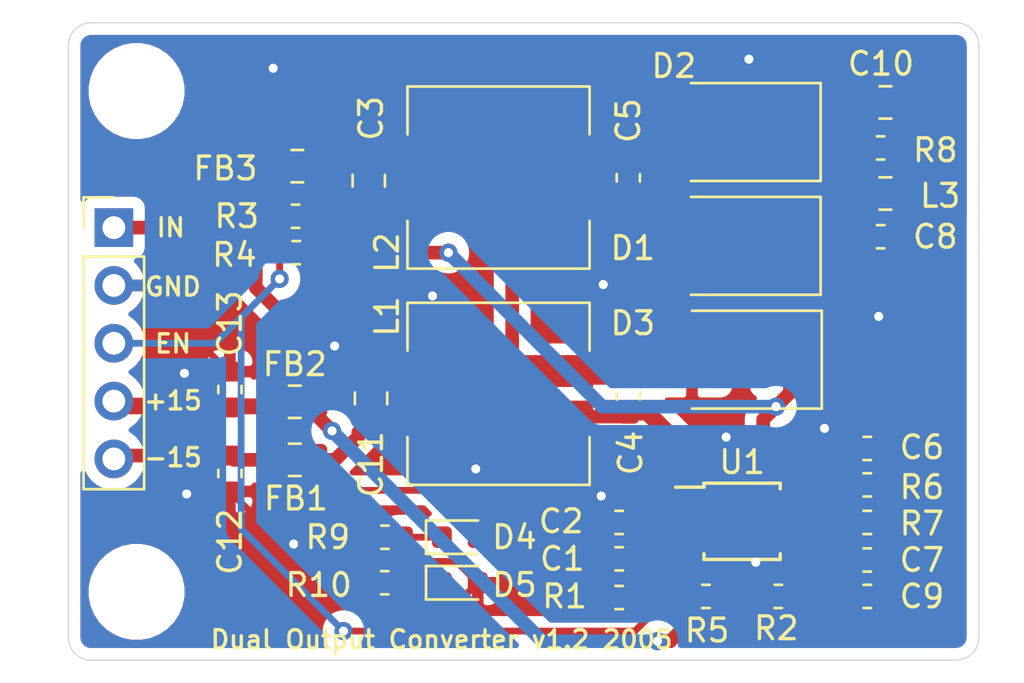
<source format=kicad_pcb>
(kicad_pcb (version 20171130) (host pcbnew "(5.1.2)-1")

  (general
    (thickness 1.6)
    (drawings 14)
    (tracks 304)
    (zones 0)
    (modules 38)
    (nets 21)
  )

  (page A4)
  (title_block
    (title "Dual Output Converter")
    (date 2020-05-07)
    (rev v1.2)
    (company Crescent)
  )

  (layers
    (0 F.Cu signal)
    (31 B.Cu signal)
    (32 B.Adhes user)
    (33 F.Adhes user)
    (34 B.Paste user)
    (35 F.Paste user)
    (36 B.SilkS user)
    (37 F.SilkS user)
    (38 B.Mask user)
    (39 F.Mask user)
    (40 Dwgs.User user)
    (41 Cmts.User user)
    (42 Eco1.User user)
    (43 Eco2.User user)
    (44 Edge.Cuts user)
    (45 Margin user)
    (46 B.CrtYd user)
    (47 F.CrtYd user)
    (48 B.Fab user)
    (49 F.Fab user hide)
  )

  (setup
    (last_trace_width 0.3)
    (trace_clearance 0.25)
    (zone_clearance 0.508)
    (zone_45_only no)
    (trace_min 0.2)
    (via_size 0.8)
    (via_drill 0.4)
    (via_min_size 0.4)
    (via_min_drill 0.3)
    (uvia_size 0.3)
    (uvia_drill 0.1)
    (uvias_allowed no)
    (uvia_min_size 0.2)
    (uvia_min_drill 0.1)
    (edge_width 0.05)
    (segment_width 0.2)
    (pcb_text_width 0.3)
    (pcb_text_size 1.5 1.5)
    (mod_edge_width 0.12)
    (mod_text_size 1 1)
    (mod_text_width 0.15)
    (pad_size 1.524 1.524)
    (pad_drill 0.762)
    (pad_to_mask_clearance 0.051)
    (solder_mask_min_width 0.25)
    (aux_axis_origin 0 0)
    (visible_elements 7FFFFF7F)
    (pcbplotparams
      (layerselection 0x010ff_ffffffff)
      (usegerberextensions true)
      (usegerberattributes false)
      (usegerberadvancedattributes false)
      (creategerberjobfile false)
      (excludeedgelayer true)
      (linewidth 0.100000)
      (plotframeref false)
      (viasonmask false)
      (mode 1)
      (useauxorigin false)
      (hpglpennumber 1)
      (hpglpenspeed 20)
      (hpglpendiameter 15.000000)
      (psnegative false)
      (psa4output false)
      (plotreference true)
      (plotvalue true)
      (plotinvisibletext false)
      (padsonsilk false)
      (subtractmaskfromsilk true)
      (outputformat 1)
      (mirror false)
      (drillshape 0)
      (scaleselection 1)
      (outputdirectory "GERBER/"))
  )

  (net 0 "")
  (net 1 "Net-(C1-Pad2)")
  (net 2 "Net-(C1-Pad1)")
  (net 3 GND)
  (net 4 "Net-(C3-Pad1)")
  (net 5 "Net-(C4-Pad2)")
  (net 6 "Net-(C4-Pad1)")
  (net 7 "Net-(C6-Pad1)")
  (net 8 "Net-(C7-Pad1)")
  (net 9 "Net-(C8-Pad1)")
  (net 10 /+15V)
  (net 11 "Net-(D4-Pad1)")
  (net 12 "Net-(D5-Pad1)")
  (net 13 /-15V)
  (net 14 +5V)
  (net 15 /EN)
  (net 16 "Net-(R2-Pad1)")
  (net 17 "Net-(R6-Pad1)")
  (net 18 "Net-(C5-Pad1)")
  (net 19 "Net-(C10-Pad1)")
  (net 20 "Net-(C11-Pad1)")

  (net_class Default "これはデフォルトのネット クラスです。"
    (clearance 0.25)
    (trace_width 0.3)
    (via_dia 0.8)
    (via_drill 0.4)
    (uvia_dia 0.3)
    (uvia_drill 0.1)
    (add_net /EN)
    (add_net GND)
    (add_net "Net-(C1-Pad1)")
    (add_net "Net-(C1-Pad2)")
    (add_net "Net-(C6-Pad1)")
    (add_net "Net-(D4-Pad1)")
    (add_net "Net-(D5-Pad1)")
    (add_net "Net-(R2-Pad1)")
    (add_net "Net-(R6-Pad1)")
  )

  (net_class POW ""
    (clearance 0.25)
    (trace_width 0.6)
    (via_dia 0.8)
    (via_drill 0.4)
    (uvia_dia 0.3)
    (uvia_drill 0.1)
    (add_net +5V)
    (add_net /+15V)
    (add_net /-15V)
    (add_net "Net-(C10-Pad1)")
    (add_net "Net-(C11-Pad1)")
    (add_net "Net-(C3-Pad1)")
    (add_net "Net-(C4-Pad1)")
    (add_net "Net-(C4-Pad2)")
    (add_net "Net-(C5-Pad1)")
    (add_net "Net-(C7-Pad1)")
    (add_net "Net-(C8-Pad1)")
  )

  (module Resistor_SMD:R_0603_1608Metric (layer F.Cu) (tedit 5E6DA1FC) (tstamp 5E6DE98C)
    (at 149.188 86.2)
    (descr "Resistor SMD 0603 (1608 Metric), square (rectangular) end terminal, IPC_7351 nominal, (Body size source: http://www.tortai-tech.com/upload/download/2011102023233369053.pdf), generated with kicad-footprint-generator")
    (tags resistor)
    (path /5E711663)
    (attr smd)
    (fp_text reference R2 (at -0.0875 1.4 180) (layer F.SilkS)
      (effects (font (size 1 1) (thickness 0.15)))
    )
    (fp_text value 4.22k (at 0 1.43 180) (layer F.Fab)
      (effects (font (size 1 1) (thickness 0.15)))
    )
    (fp_text user %R (at 0 0 180) (layer F.Fab)
      (effects (font (size 0.4 0.4) (thickness 0.06)))
    )
    (fp_line (start 1.48 0.73) (end -1.48 0.73) (layer F.CrtYd) (width 0.05))
    (fp_line (start 1.48 -0.73) (end 1.48 0.73) (layer F.CrtYd) (width 0.05))
    (fp_line (start -1.48 -0.73) (end 1.48 -0.73) (layer F.CrtYd) (width 0.05))
    (fp_line (start -1.48 0.73) (end -1.48 -0.73) (layer F.CrtYd) (width 0.05))
    (fp_line (start -0.162779 0.51) (end 0.162779 0.51) (layer F.SilkS) (width 0.12))
    (fp_line (start -0.162779 -0.51) (end 0.162779 -0.51) (layer F.SilkS) (width 0.12))
    (fp_line (start 0.8 0.4) (end -0.8 0.4) (layer F.Fab) (width 0.1))
    (fp_line (start 0.8 -0.4) (end 0.8 0.4) (layer F.Fab) (width 0.1))
    (fp_line (start -0.8 -0.4) (end 0.8 -0.4) (layer F.Fab) (width 0.1))
    (fp_line (start -0.8 0.4) (end -0.8 -0.4) (layer F.Fab) (width 0.1))
    (pad 2 smd roundrect (at 0.7875 0) (size 0.875 0.95) (layers F.Cu F.Paste F.Mask) (roundrect_rratio 0.25)
      (net 3 GND))
    (pad 1 smd roundrect (at -0.7875 0) (size 0.875 0.95) (layers F.Cu F.Paste F.Mask) (roundrect_rratio 0.25)
      (net 16 "Net-(R2-Pad1)"))
    (model ${KISYS3DMOD}/Resistor_SMD.3dshapes/R_0603_1608Metric.wrl
      (at (xyz 0 0 0))
      (scale (xyz 1 1 1))
      (rotate (xyz 0 0 0))
    )
  )

  (module Capacitor_SMD:C_0603_1608Metric (layer F.Cu) (tedit 5B301BBE) (tstamp 5EACDAAC)
    (at 125.1 77.1125 90)
    (descr "Capacitor SMD 0603 (1608 Metric), square (rectangular) end terminal, IPC_7351 nominal, (Body size source: http://www.tortai-tech.com/upload/download/2011102023233369053.pdf), generated with kicad-footprint-generator")
    (tags capacitor)
    (path /5EAEA17D)
    (attr smd)
    (fp_text reference C13 (at 2.9 0 90) (layer F.SilkS)
      (effects (font (size 1 1) (thickness 0.15)))
    )
    (fp_text value 1u (at 0 1.43 90) (layer F.Fab)
      (effects (font (size 1 1) (thickness 0.15)))
    )
    (fp_text user %R (at 0 0 90) (layer F.Fab)
      (effects (font (size 0.4 0.4) (thickness 0.06)))
    )
    (fp_line (start 1.48 0.73) (end -1.48 0.73) (layer F.CrtYd) (width 0.05))
    (fp_line (start 1.48 -0.73) (end 1.48 0.73) (layer F.CrtYd) (width 0.05))
    (fp_line (start -1.48 -0.73) (end 1.48 -0.73) (layer F.CrtYd) (width 0.05))
    (fp_line (start -1.48 0.73) (end -1.48 -0.73) (layer F.CrtYd) (width 0.05))
    (fp_line (start -0.162779 0.51) (end 0.162779 0.51) (layer F.SilkS) (width 0.12))
    (fp_line (start -0.162779 -0.51) (end 0.162779 -0.51) (layer F.SilkS) (width 0.12))
    (fp_line (start 0.8 0.4) (end -0.8 0.4) (layer F.Fab) (width 0.1))
    (fp_line (start 0.8 -0.4) (end 0.8 0.4) (layer F.Fab) (width 0.1))
    (fp_line (start -0.8 -0.4) (end 0.8 -0.4) (layer F.Fab) (width 0.1))
    (fp_line (start -0.8 0.4) (end -0.8 -0.4) (layer F.Fab) (width 0.1))
    (pad 2 smd roundrect (at 0.7875 0 90) (size 0.875 0.95) (layers F.Cu F.Paste F.Mask) (roundrect_rratio 0.25)
      (net 3 GND))
    (pad 1 smd roundrect (at -0.7875 0 90) (size 0.875 0.95) (layers F.Cu F.Paste F.Mask) (roundrect_rratio 0.25)
      (net 10 /+15V))
    (model ${KISYS3DMOD}/Capacitor_SMD.3dshapes/C_0603_1608Metric.wrl
      (at (xyz 0 0 0))
      (scale (xyz 1 1 1))
      (rotate (xyz 0 0 0))
    )
  )

  (module Capacitor_SMD:C_0603_1608Metric (layer F.Cu) (tedit 5B301BBE) (tstamp 5EACDA9B)
    (at 125.1 80.8 270)
    (descr "Capacitor SMD 0603 (1608 Metric), square (rectangular) end terminal, IPC_7351 nominal, (Body size source: http://www.tortai-tech.com/upload/download/2011102023233369053.pdf), generated with kicad-footprint-generator")
    (tags capacitor)
    (path /5EAD4DE8)
    (attr smd)
    (fp_text reference C12 (at 3 0 90) (layer F.SilkS)
      (effects (font (size 1 1) (thickness 0.15)))
    )
    (fp_text value 1u (at 0 1.43 90) (layer F.Fab)
      (effects (font (size 1 1) (thickness 0.15)))
    )
    (fp_text user %R (at 0 0 90) (layer F.Fab)
      (effects (font (size 0.4 0.4) (thickness 0.06)))
    )
    (fp_line (start 1.48 0.73) (end -1.48 0.73) (layer F.CrtYd) (width 0.05))
    (fp_line (start 1.48 -0.73) (end 1.48 0.73) (layer F.CrtYd) (width 0.05))
    (fp_line (start -1.48 -0.73) (end 1.48 -0.73) (layer F.CrtYd) (width 0.05))
    (fp_line (start -1.48 0.73) (end -1.48 -0.73) (layer F.CrtYd) (width 0.05))
    (fp_line (start -0.162779 0.51) (end 0.162779 0.51) (layer F.SilkS) (width 0.12))
    (fp_line (start -0.162779 -0.51) (end 0.162779 -0.51) (layer F.SilkS) (width 0.12))
    (fp_line (start 0.8 0.4) (end -0.8 0.4) (layer F.Fab) (width 0.1))
    (fp_line (start 0.8 -0.4) (end 0.8 0.4) (layer F.Fab) (width 0.1))
    (fp_line (start -0.8 -0.4) (end 0.8 -0.4) (layer F.Fab) (width 0.1))
    (fp_line (start -0.8 0.4) (end -0.8 -0.4) (layer F.Fab) (width 0.1))
    (pad 2 smd roundrect (at 0.7875 0 270) (size 0.875 0.95) (layers F.Cu F.Paste F.Mask) (roundrect_rratio 0.25)
      (net 3 GND))
    (pad 1 smd roundrect (at -0.7875 0 270) (size 0.875 0.95) (layers F.Cu F.Paste F.Mask) (roundrect_rratio 0.25)
      (net 13 /-15V))
    (model ${KISYS3DMOD}/Capacitor_SMD.3dshapes/C_0603_1608Metric.wrl
      (at (xyz 0 0 0))
      (scale (xyz 1 1 1))
      (rotate (xyz 0 0 0))
    )
  )

  (module Resistor_SMD:R_0603_1608Metric (layer F.Cu) (tedit 5B301BBD) (tstamp 5E92472D)
    (at 153.688 66.5 180)
    (descr "Resistor SMD 0603 (1608 Metric), square (rectangular) end terminal, IPC_7351 nominal, (Body size source: http://www.tortai-tech.com/upload/download/2011102023233369053.pdf), generated with kicad-footprint-generator")
    (tags resistor)
    (path /5E71165B)
    (attr smd)
    (fp_text reference R8 (at -2.4 -0.1) (layer F.SilkS)
      (effects (font (size 1 1) (thickness 0.15)))
    )
    (fp_text value 1.8 (at 0 1.43) (layer F.Fab)
      (effects (font (size 1 1) (thickness 0.15)))
    )
    (fp_text user %R (at 0 0) (layer F.Fab)
      (effects (font (size 0.4 0.4) (thickness 0.06)))
    )
    (fp_line (start 1.48 0.73) (end -1.48 0.73) (layer F.CrtYd) (width 0.05))
    (fp_line (start 1.48 -0.73) (end 1.48 0.73) (layer F.CrtYd) (width 0.05))
    (fp_line (start -1.48 -0.73) (end 1.48 -0.73) (layer F.CrtYd) (width 0.05))
    (fp_line (start -1.48 0.73) (end -1.48 -0.73) (layer F.CrtYd) (width 0.05))
    (fp_line (start -0.162779 0.51) (end 0.162779 0.51) (layer F.SilkS) (width 0.12))
    (fp_line (start -0.162779 -0.51) (end 0.162779 -0.51) (layer F.SilkS) (width 0.12))
    (fp_line (start 0.8 0.4) (end -0.8 0.4) (layer F.Fab) (width 0.1))
    (fp_line (start 0.8 -0.4) (end 0.8 0.4) (layer F.Fab) (width 0.1))
    (fp_line (start -0.8 -0.4) (end 0.8 -0.4) (layer F.Fab) (width 0.1))
    (fp_line (start -0.8 0.4) (end -0.8 -0.4) (layer F.Fab) (width 0.1))
    (pad 2 smd roundrect (at 0.7875 0 180) (size 0.875 0.95) (layers F.Cu F.Paste F.Mask) (roundrect_rratio 0.25)
      (net 9 "Net-(C8-Pad1)"))
    (pad 1 smd roundrect (at -0.7875 0 180) (size 0.875 0.95) (layers F.Cu F.Paste F.Mask) (roundrect_rratio 0.25)
      (net 19 "Net-(C10-Pad1)"))
    (model ${KISYS3DMOD}/Resistor_SMD.3dshapes/R_0603_1608Metric.wrl
      (at (xyz 0 0 0))
      (scale (xyz 1 1 1))
      (rotate (xyz 0 0 0))
    )
  )

  (module Resistor_SMD:R_0603_1608Metric (layer F.Cu) (tedit 5B301BBD) (tstamp 5EACE3EE)
    (at 127.988 69.5 180)
    (descr "Resistor SMD 0603 (1608 Metric), square (rectangular) end terminal, IPC_7351 nominal, (Body size source: http://www.tortai-tech.com/upload/download/2011102023233369053.pdf), generated with kicad-footprint-generator")
    (tags resistor)
    (path /5E711694)
    (attr smd)
    (fp_text reference R3 (at 2.5875 0) (layer F.SilkS)
      (effects (font (size 1 1) (thickness 0.15)))
    )
    (fp_text value 1 (at 0 1.43) (layer F.Fab)
      (effects (font (size 1 1) (thickness 0.15)))
    )
    (fp_text user %R (at 0 0) (layer F.Fab)
      (effects (font (size 0.4 0.4) (thickness 0.06)))
    )
    (fp_line (start 1.48 0.73) (end -1.48 0.73) (layer F.CrtYd) (width 0.05))
    (fp_line (start 1.48 -0.73) (end 1.48 0.73) (layer F.CrtYd) (width 0.05))
    (fp_line (start -1.48 -0.73) (end 1.48 -0.73) (layer F.CrtYd) (width 0.05))
    (fp_line (start -1.48 0.73) (end -1.48 -0.73) (layer F.CrtYd) (width 0.05))
    (fp_line (start -0.162779 0.51) (end 0.162779 0.51) (layer F.SilkS) (width 0.12))
    (fp_line (start -0.162779 -0.51) (end 0.162779 -0.51) (layer F.SilkS) (width 0.12))
    (fp_line (start 0.8 0.4) (end -0.8 0.4) (layer F.Fab) (width 0.1))
    (fp_line (start 0.8 -0.4) (end 0.8 0.4) (layer F.Fab) (width 0.1))
    (fp_line (start -0.8 -0.4) (end 0.8 -0.4) (layer F.Fab) (width 0.1))
    (fp_line (start -0.8 0.4) (end -0.8 -0.4) (layer F.Fab) (width 0.1))
    (pad 2 smd roundrect (at 0.7875 0 180) (size 0.875 0.95) (layers F.Cu F.Paste F.Mask) (roundrect_rratio 0.25)
      (net 4 "Net-(C3-Pad1)"))
    (pad 1 smd roundrect (at -0.7875 0 180) (size 0.875 0.95) (layers F.Cu F.Paste F.Mask) (roundrect_rratio 0.25)
      (net 8 "Net-(C7-Pad1)"))
    (model ${KISYS3DMOD}/Resistor_SMD.3dshapes/R_0603_1608Metric.wrl
      (at (xyz 0 0 0))
      (scale (xyz 1 1 1))
      (rotate (xyz 0 0 0))
    )
  )

  (module SRF0703:SRF0703 (layer F.Cu) (tedit 5E919BD0) (tstamp 5E91F08A)
    (at 136.9 67.8 90)
    (descr dual-inductor)
    (path /5E7117B8)
    (attr smd)
    (fp_text reference L2 (at -3.3 -4.9 90) (layer F.SilkS)
      (effects (font (size 1 1) (thickness 0.15)))
    )
    (fp_text value 33uH (at 0 5.2 90) (layer F.Fab)
      (effects (font (size 1 1) (thickness 0.15)))
    )
    (fp_text user %R (at 0 0 90) (layer F.Fab)
      (effects (font (size 1 1) (thickness 0.15)))
    )
    (fp_line (start -1.9 4) (end -4 4) (layer F.SilkS) (width 0.12))
    (fp_line (start -4 4) (end -4 -4) (layer F.SilkS) (width 0.12))
    (fp_line (start -4 -4) (end -1.9 -4) (layer F.SilkS) (width 0.12))
    (fp_line (start 1.9 -4) (end 4 -4) (layer F.SilkS) (width 0.12))
    (fp_line (start 4 -4) (end 4 4) (layer F.SilkS) (width 0.12))
    (fp_line (start 4 4) (end 1.9 4) (layer F.SilkS) (width 0.12))
    (fp_line (start 4.2 4.2) (end -4.2 4.2) (layer F.CrtYd) (width 0.05))
    (fp_line (start -4.2 4.2) (end -4.2 -4.2) (layer F.CrtYd) (width 0.05))
    (fp_line (start -4.2 -4.2) (end 4.2 -4.2) (layer F.CrtYd) (width 0.05))
    (fp_line (start 4.2 -4.2) (end 4.2 4.2) (layer F.CrtYd) (width 0.05))
    (fp_line (start -1.85 -2.6) (end -2.1 -2.4) (layer F.Fab) (width 0.1))
    (fp_line (start -2.1 -2.4) (end -2.5 -2) (layer F.Fab) (width 0.1))
    (fp_line (start -2.5 -2) (end -2.75 -1.6) (layer F.Fab) (width 0.1))
    (fp_line (start -2.75 -1.6) (end -2.95 -1.2) (layer F.Fab) (width 0.1))
    (fp_line (start -2.95 -1.2) (end -3.1 -0.75) (layer F.Fab) (width 0.1))
    (fp_line (start -3.1 -0.75) (end -3.2 -0.15) (layer F.Fab) (width 0.1))
    (fp_line (start -3.2 -0.15) (end -3.2 0.35) (layer F.Fab) (width 0.1))
    (fp_line (start -3.2 0.35) (end -3.05 1) (layer F.Fab) (width 0.1))
    (fp_line (start -3.05 1) (end -2.75 1.65) (layer F.Fab) (width 0.1))
    (fp_line (start -2.75 1.65) (end -2.4 2.1) (layer F.Fab) (width 0.1))
    (fp_line (start -2.4 2.1) (end -1.95 2.55) (layer F.Fab) (width 0.1))
    (fp_line (start -1.95 2.55) (end -1.9 2.55) (layer F.Fab) (width 0.1))
    (fp_line (start 3.15 0.4) (end 3.1 0.8) (layer F.Fab) (width 0.1))
    (fp_line (start 3.1 0.8) (end 2.95 1.25) (layer F.Fab) (width 0.1))
    (fp_line (start 2.95 1.25) (end 2.65 1.8) (layer F.Fab) (width 0.1))
    (fp_line (start 2.65 1.8) (end 2.4 2.1) (layer F.Fab) (width 0.1))
    (fp_line (start 2.4 2.1) (end 2.15 2.35) (layer F.Fab) (width 0.1))
    (fp_line (start 2.15 2.35) (end 1.9 2.55) (layer F.Fab) (width 0.1))
    (fp_line (start 1.95 -2.55) (end 2.2 -2.3) (layer F.Fab) (width 0.1))
    (fp_line (start 2.2 -2.3) (end 2.55 -1.9) (layer F.Fab) (width 0.1))
    (fp_line (start 2.55 -1.9) (end 2.8 -1.5) (layer F.Fab) (width 0.1))
    (fp_line (start 2.8 -1.5) (end 3.05 -0.95) (layer F.Fab) (width 0.1))
    (fp_line (start 3.05 -0.95) (end 3.15 -0.5) (layer F.Fab) (width 0.1))
    (fp_line (start 3.15 -0.5) (end 3.2 -0.1) (layer F.Fab) (width 0.1))
    (fp_line (start 3.2 -0.1) (end 3.15 0.35) (layer F.Fab) (width 0.1))
    (fp_line (start -3.1 3.85) (end -1.9 3.85) (layer F.Fab) (width 0.1))
    (fp_line (start -3.85 -3.1) (end -3.85 3.1) (layer F.Fab) (width 0.1))
    (fp_line (start -3.85 3.1) (end -3.8 3.35) (layer F.Fab) (width 0.1))
    (fp_line (start -3.8 3.35) (end -3.65 3.6) (layer F.Fab) (width 0.1))
    (fp_line (start -3.65 3.6) (end -3.45 3.75) (layer F.Fab) (width 0.1))
    (fp_line (start -3.45 3.75) (end -3.2 3.85) (layer F.Fab) (width 0.1))
    (fp_line (start -3.2 3.85) (end -3.1 3.85) (layer F.Fab) (width 0.1))
    (fp_line (start -1.9 -3.85) (end -3.1 -3.85) (layer F.Fab) (width 0.1))
    (fp_line (start -3.1 -3.85) (end -3.35 -3.8) (layer F.Fab) (width 0.1))
    (fp_line (start -3.35 -3.8) (end -3.55 -3.7) (layer F.Fab) (width 0.1))
    (fp_line (start -3.55 -3.7) (end -3.75 -3.5) (layer F.Fab) (width 0.1))
    (fp_line (start -3.75 -3.5) (end -3.85 -3.3) (layer F.Fab) (width 0.1))
    (fp_line (start -3.85 -3.3) (end -3.85 -3.1) (layer F.Fab) (width 0.1))
    (fp_line (start 3.85 -3.1) (end 3.85 3.1) (layer F.Fab) (width 0.1))
    (fp_line (start 3.85 3.1) (end 3.8 3.3) (layer F.Fab) (width 0.1))
    (fp_line (start 3.8 3.3) (end 3.7 3.5) (layer F.Fab) (width 0.1))
    (fp_line (start 3.7 3.5) (end 3.55 3.65) (layer F.Fab) (width 0.1))
    (fp_line (start 3.55 3.65) (end 3.35 3.8) (layer F.Fab) (width 0.1))
    (fp_line (start 3.35 3.8) (end 3.1 3.85) (layer F.Fab) (width 0.1))
    (fp_line (start 3.1 3.85) (end 1.9 3.85) (layer F.Fab) (width 0.1))
    (fp_line (start 1.9 -3.85) (end 3.1 -3.85) (layer F.Fab) (width 0.1))
    (fp_line (start 3.1 -3.85) (end 3.3 -3.8) (layer F.Fab) (width 0.1))
    (fp_line (start 3.3 -3.8) (end 3.55 -3.65) (layer F.Fab) (width 0.1))
    (fp_line (start 3.55 -3.65) (end 3.7 -3.5) (layer F.Fab) (width 0.1))
    (fp_line (start 3.7 -3.5) (end 3.8 -3.3) (layer F.Fab) (width 0.1))
    (fp_line (start 3.8 -3.3) (end 3.85 -3.1) (layer F.Fab) (width 0.1))
    (fp_circle (center 0.8 0) (end 0.8 0) (layer F.Adhes) (width 0.3))
    (fp_circle (center 0 0) (end 1 -0.2) (layer F.Adhes) (width 0.3))
    (fp_circle (center 0 0) (end 0.8 -0.1) (layer F.Adhes) (width 0.3))
    (fp_circle (center 0 0) (end 0.6 0) (layer F.Adhes) (width 0.3))
    (fp_circle (center 0 0) (end 0.3 -0.1) (layer F.Adhes) (width 0.3))
    (fp_circle (center 0 0) (end 0.1 0) (layer F.Adhes) (width 0.3))
    (fp_circle (center 2 1) (end 2.15 0.9) (layer F.Fab) (width 0.1))
    (pad 1 smd rect (at -1 -2.65 90) (size 1.4 3) (layers F.Cu F.Paste F.Mask)
      (net 3 GND))
    (pad 2 smd rect (at 1 -2.65 90) (size 1.4 3) (layers F.Cu F.Paste F.Mask)
      (net 4 "Net-(C3-Pad1)"))
    (pad 4 smd rect (at -1 2.65 90) (size 1.4 3) (layers F.Cu F.Paste F.Mask)
      (net 5 "Net-(C4-Pad2)"))
    (pad 3 smd rect (at 1 2.65 90) (size 1.4 3) (layers F.Cu F.Paste F.Mask)
      (net 18 "Net-(C5-Pad1)"))
    (model ${KISYS3DMOD}/Inductor_SMD.3dshapes/L_Wuerth_WE-DD-Typ-M-Typ-S.wrl
      (at (xyz 0 0 0))
      (scale (xyz 1 1 1))
      (rotate (xyz 0 0 0))
    )
  )

  (module SRF0703:SRF0703 (layer F.Cu) (tedit 5E919BD0) (tstamp 5E6DE920)
    (at 136.9 77.3 90)
    (descr dual-inductor)
    (path /5E7117B2)
    (attr smd)
    (fp_text reference L1 (at 3.4 -4.9 90) (layer F.SilkS)
      (effects (font (size 1 1) (thickness 0.15)))
    )
    (fp_text value 33uH (at 0 5.2 90) (layer F.Fab)
      (effects (font (size 1 1) (thickness 0.15)))
    )
    (fp_text user %R (at 0 0 90) (layer F.Fab)
      (effects (font (size 1 1) (thickness 0.15)))
    )
    (fp_line (start -1.9 4) (end -4 4) (layer F.SilkS) (width 0.12))
    (fp_line (start -4 4) (end -4 -4) (layer F.SilkS) (width 0.12))
    (fp_line (start -4 -4) (end -1.9 -4) (layer F.SilkS) (width 0.12))
    (fp_line (start 1.9 -4) (end 4 -4) (layer F.SilkS) (width 0.12))
    (fp_line (start 4 -4) (end 4 4) (layer F.SilkS) (width 0.12))
    (fp_line (start 4 4) (end 1.9 4) (layer F.SilkS) (width 0.12))
    (fp_line (start 4.2 4.2) (end -4.2 4.2) (layer F.CrtYd) (width 0.05))
    (fp_line (start -4.2 4.2) (end -4.2 -4.2) (layer F.CrtYd) (width 0.05))
    (fp_line (start -4.2 -4.2) (end 4.2 -4.2) (layer F.CrtYd) (width 0.05))
    (fp_line (start 4.2 -4.2) (end 4.2 4.2) (layer F.CrtYd) (width 0.05))
    (fp_line (start -1.85 -2.6) (end -2.1 -2.4) (layer F.Fab) (width 0.1))
    (fp_line (start -2.1 -2.4) (end -2.5 -2) (layer F.Fab) (width 0.1))
    (fp_line (start -2.5 -2) (end -2.75 -1.6) (layer F.Fab) (width 0.1))
    (fp_line (start -2.75 -1.6) (end -2.95 -1.2) (layer F.Fab) (width 0.1))
    (fp_line (start -2.95 -1.2) (end -3.1 -0.75) (layer F.Fab) (width 0.1))
    (fp_line (start -3.1 -0.75) (end -3.2 -0.15) (layer F.Fab) (width 0.1))
    (fp_line (start -3.2 -0.15) (end -3.2 0.35) (layer F.Fab) (width 0.1))
    (fp_line (start -3.2 0.35) (end -3.05 1) (layer F.Fab) (width 0.1))
    (fp_line (start -3.05 1) (end -2.75 1.65) (layer F.Fab) (width 0.1))
    (fp_line (start -2.75 1.65) (end -2.4 2.1) (layer F.Fab) (width 0.1))
    (fp_line (start -2.4 2.1) (end -1.95 2.55) (layer F.Fab) (width 0.1))
    (fp_line (start -1.95 2.55) (end -1.9 2.55) (layer F.Fab) (width 0.1))
    (fp_line (start 3.15 0.4) (end 3.1 0.8) (layer F.Fab) (width 0.1))
    (fp_line (start 3.1 0.8) (end 2.95 1.25) (layer F.Fab) (width 0.1))
    (fp_line (start 2.95 1.25) (end 2.65 1.8) (layer F.Fab) (width 0.1))
    (fp_line (start 2.65 1.8) (end 2.4 2.1) (layer F.Fab) (width 0.1))
    (fp_line (start 2.4 2.1) (end 2.15 2.35) (layer F.Fab) (width 0.1))
    (fp_line (start 2.15 2.35) (end 1.9 2.55) (layer F.Fab) (width 0.1))
    (fp_line (start 1.95 -2.55) (end 2.2 -2.3) (layer F.Fab) (width 0.1))
    (fp_line (start 2.2 -2.3) (end 2.55 -1.9) (layer F.Fab) (width 0.1))
    (fp_line (start 2.55 -1.9) (end 2.8 -1.5) (layer F.Fab) (width 0.1))
    (fp_line (start 2.8 -1.5) (end 3.05 -0.95) (layer F.Fab) (width 0.1))
    (fp_line (start 3.05 -0.95) (end 3.15 -0.5) (layer F.Fab) (width 0.1))
    (fp_line (start 3.15 -0.5) (end 3.2 -0.1) (layer F.Fab) (width 0.1))
    (fp_line (start 3.2 -0.1) (end 3.15 0.35) (layer F.Fab) (width 0.1))
    (fp_line (start -3.1 3.85) (end -1.9 3.85) (layer F.Fab) (width 0.1))
    (fp_line (start -3.85 -3.1) (end -3.85 3.1) (layer F.Fab) (width 0.1))
    (fp_line (start -3.85 3.1) (end -3.8 3.35) (layer F.Fab) (width 0.1))
    (fp_line (start -3.8 3.35) (end -3.65 3.6) (layer F.Fab) (width 0.1))
    (fp_line (start -3.65 3.6) (end -3.45 3.75) (layer F.Fab) (width 0.1))
    (fp_line (start -3.45 3.75) (end -3.2 3.85) (layer F.Fab) (width 0.1))
    (fp_line (start -3.2 3.85) (end -3.1 3.85) (layer F.Fab) (width 0.1))
    (fp_line (start -1.9 -3.85) (end -3.1 -3.85) (layer F.Fab) (width 0.1))
    (fp_line (start -3.1 -3.85) (end -3.35 -3.8) (layer F.Fab) (width 0.1))
    (fp_line (start -3.35 -3.8) (end -3.55 -3.7) (layer F.Fab) (width 0.1))
    (fp_line (start -3.55 -3.7) (end -3.75 -3.5) (layer F.Fab) (width 0.1))
    (fp_line (start -3.75 -3.5) (end -3.85 -3.3) (layer F.Fab) (width 0.1))
    (fp_line (start -3.85 -3.3) (end -3.85 -3.1) (layer F.Fab) (width 0.1))
    (fp_line (start 3.85 -3.1) (end 3.85 3.1) (layer F.Fab) (width 0.1))
    (fp_line (start 3.85 3.1) (end 3.8 3.3) (layer F.Fab) (width 0.1))
    (fp_line (start 3.8 3.3) (end 3.7 3.5) (layer F.Fab) (width 0.1))
    (fp_line (start 3.7 3.5) (end 3.55 3.65) (layer F.Fab) (width 0.1))
    (fp_line (start 3.55 3.65) (end 3.35 3.8) (layer F.Fab) (width 0.1))
    (fp_line (start 3.35 3.8) (end 3.1 3.85) (layer F.Fab) (width 0.1))
    (fp_line (start 3.1 3.85) (end 1.9 3.85) (layer F.Fab) (width 0.1))
    (fp_line (start 1.9 -3.85) (end 3.1 -3.85) (layer F.Fab) (width 0.1))
    (fp_line (start 3.1 -3.85) (end 3.3 -3.8) (layer F.Fab) (width 0.1))
    (fp_line (start 3.3 -3.8) (end 3.55 -3.65) (layer F.Fab) (width 0.1))
    (fp_line (start 3.55 -3.65) (end 3.7 -3.5) (layer F.Fab) (width 0.1))
    (fp_line (start 3.7 -3.5) (end 3.8 -3.3) (layer F.Fab) (width 0.1))
    (fp_line (start 3.8 -3.3) (end 3.85 -3.1) (layer F.Fab) (width 0.1))
    (fp_circle (center 0.8 0) (end 0.8 0) (layer F.Adhes) (width 0.3))
    (fp_circle (center 0 0) (end 1 -0.2) (layer F.Adhes) (width 0.3))
    (fp_circle (center 0 0) (end 0.8 -0.1) (layer F.Adhes) (width 0.3))
    (fp_circle (center 0 0) (end 0.6 0) (layer F.Adhes) (width 0.3))
    (fp_circle (center 0 0) (end 0.3 -0.1) (layer F.Adhes) (width 0.3))
    (fp_circle (center 0 0) (end 0.1 0) (layer F.Adhes) (width 0.3))
    (fp_circle (center 2 1) (end 2.15 0.9) (layer F.Fab) (width 0.1))
    (pad 1 smd rect (at -1 -2.65 90) (size 1.4 3) (layers F.Cu F.Paste F.Mask)
      (net 20 "Net-(C11-Pad1)"))
    (pad 2 smd rect (at 1 -2.65 90) (size 1.4 3) (layers F.Cu F.Paste F.Mask)
      (net 4 "Net-(C3-Pad1)"))
    (pad 4 smd rect (at -1 2.65 90) (size 1.4 3) (layers F.Cu F.Paste F.Mask)
      (net 5 "Net-(C4-Pad2)"))
    (pad 3 smd rect (at 1 2.65 90) (size 1.4 3) (layers F.Cu F.Paste F.Mask)
      (net 6 "Net-(C4-Pad1)"))
    (model ${KISYS3DMOD}/Inductor_SMD.3dshapes/L_Wuerth_WE-DD-Typ-M-Typ-S.wrl
      (at (xyz 0 0 0))
      (scale (xyz 1 1 1))
      (rotate (xyz 0 0 0))
    )
  )

  (module MountingHole:MountingHole_3.2mm_M3 (layer F.Cu) (tedit 56D1B4CB) (tstamp 5E91FB86)
    (at 121 64)
    (descr "Mounting Hole 3.2mm, no annular, M3")
    (tags "mounting hole 3.2mm no annular m3")
    (path /5E9B2C8C)
    (attr virtual)
    (fp_text reference H2 (at 0 -4.2) (layer F.SilkS) hide
      (effects (font (size 1 1) (thickness 0.15)))
    )
    (fp_text value MountingHole (at 0 4.2) (layer F.Fab)
      (effects (font (size 1 1) (thickness 0.15)))
    )
    (fp_circle (center 0 0) (end 3.45 0) (layer F.CrtYd) (width 0.05))
    (fp_circle (center 0 0) (end 3.2 0) (layer Cmts.User) (width 0.15))
    (fp_text user %R (at 0.3 0) (layer F.Fab)
      (effects (font (size 1 1) (thickness 0.15)))
    )
    (pad 1 np_thru_hole circle (at 0 0) (size 3.2 3.2) (drill 3.2) (layers *.Cu *.Mask))
  )

  (module MountingHole:MountingHole_3.2mm_M3 (layer F.Cu) (tedit 56D1B4CB) (tstamp 5E9200A0)
    (at 121 86)
    (descr "Mounting Hole 3.2mm, no annular, M3")
    (tags "mounting hole 3.2mm no annular m3")
    (path /5E9B1AA6)
    (attr virtual)
    (fp_text reference H1 (at 0 -4.2) (layer F.SilkS) hide
      (effects (font (size 1 1) (thickness 0.15)))
    )
    (fp_text value MountingHole (at 0 4.2) (layer F.Fab)
      (effects (font (size 1 1) (thickness 0.15)))
    )
    (fp_circle (center 0 0) (end 3.45 0) (layer F.CrtYd) (width 0.05))
    (fp_circle (center 0 0) (end 3.2 0) (layer Cmts.User) (width 0.15))
    (fp_text user %R (at 0.3 0) (layer F.Fab)
      (effects (font (size 1 1) (thickness 0.15)))
    )
    (pad 1 np_thru_hole circle (at 0 0) (size 3.2 3.2) (drill 3.2) (layers *.Cu *.Mask))
  )

  (module Inductor_SMD:L_0805_2012Metric (layer F.Cu) (tedit 5B36C52B) (tstamp 5E923CDE)
    (at 153.9 68.5)
    (descr "Inductor SMD 0805 (2012 Metric), square (rectangular) end terminal, IPC_7351 nominal, (Body size source: https://docs.google.com/spreadsheets/d/1BsfQQcO9C6DZCsRaXUlFlo91Tg2WpOkGARC1WS5S8t0/edit?usp=sharing), generated with kicad-footprint-generator")
    (tags inductor)
    (path /5E711758)
    (attr smd)
    (fp_text reference L3 (at 2.4 0.1) (layer F.SilkS)
      (effects (font (size 1 1) (thickness 0.15)))
    )
    (fp_text value 1u (at 0 1.65) (layer F.Fab)
      (effects (font (size 1 1) (thickness 0.15)))
    )
    (fp_text user %R (at 0 0) (layer F.Fab)
      (effects (font (size 0.5 0.5) (thickness 0.08)))
    )
    (fp_line (start 1.68 0.95) (end -1.68 0.95) (layer F.CrtYd) (width 0.05))
    (fp_line (start 1.68 -0.95) (end 1.68 0.95) (layer F.CrtYd) (width 0.05))
    (fp_line (start -1.68 -0.95) (end 1.68 -0.95) (layer F.CrtYd) (width 0.05))
    (fp_line (start -1.68 0.95) (end -1.68 -0.95) (layer F.CrtYd) (width 0.05))
    (fp_line (start -0.258578 0.71) (end 0.258578 0.71) (layer F.SilkS) (width 0.12))
    (fp_line (start -0.258578 -0.71) (end 0.258578 -0.71) (layer F.SilkS) (width 0.12))
    (fp_line (start 1 0.6) (end -1 0.6) (layer F.Fab) (width 0.1))
    (fp_line (start 1 -0.6) (end 1 0.6) (layer F.Fab) (width 0.1))
    (fp_line (start -1 -0.6) (end 1 -0.6) (layer F.Fab) (width 0.1))
    (fp_line (start -1 0.6) (end -1 -0.6) (layer F.Fab) (width 0.1))
    (pad 2 smd roundrect (at 0.9375 0) (size 0.975 1.4) (layers F.Cu F.Paste F.Mask) (roundrect_rratio 0.25)
      (net 19 "Net-(C10-Pad1)"))
    (pad 1 smd roundrect (at -0.9375 0) (size 0.975 1.4) (layers F.Cu F.Paste F.Mask) (roundrect_rratio 0.25)
      (net 9 "Net-(C8-Pad1)"))
    (model ${KISYS3DMOD}/Inductor_SMD.3dshapes/L_0805_2012Metric.wrl
      (at (xyz 0 0 0))
      (scale (xyz 1 1 1))
      (rotate (xyz 0 0 0))
    )
  )

  (module Capacitor_SMD:C_0805_2012Metric (layer F.Cu) (tedit 5E91B9CF) (tstamp 5E91DF14)
    (at 131.3 77.5 90)
    (descr "Capacitor SMD 0805 (2012 Metric), square (rectangular) end terminal, IPC_7351 nominal, (Body size source: https://docs.google.com/spreadsheets/d/1BsfQQcO9C6DZCsRaXUlFlo91Tg2WpOkGARC1WS5S8t0/edit?usp=sharing), generated with kicad-footprint-generator")
    (tags capacitor)
    (path /5E93F1B3)
    (attr smd)
    (fp_text reference C11 (at -2.9 0 270) (layer F.SilkS)
      (effects (font (size 1 1) (thickness 0.15)))
    )
    (fp_text value 10u (at 0 1.65 90) (layer F.Fab)
      (effects (font (size 1 1) (thickness 0.15)))
    )
    (fp_text user %R (at 0 0 90) (layer F.Fab)
      (effects (font (size 0.5 0.5) (thickness 0.08)))
    )
    (fp_line (start 1.68 0.95) (end -1.68 0.95) (layer F.CrtYd) (width 0.05))
    (fp_line (start 1.68 -0.95) (end 1.68 0.95) (layer F.CrtYd) (width 0.05))
    (fp_line (start -1.68 -0.95) (end 1.68 -0.95) (layer F.CrtYd) (width 0.05))
    (fp_line (start -1.68 0.95) (end -1.68 -0.95) (layer F.CrtYd) (width 0.05))
    (fp_line (start -0.258578 0.71) (end 0.258578 0.71) (layer F.SilkS) (width 0.12))
    (fp_line (start -0.258578 -0.71) (end 0.258578 -0.71) (layer F.SilkS) (width 0.12))
    (fp_line (start 1 0.6) (end -1 0.6) (layer F.Fab) (width 0.1))
    (fp_line (start 1 -0.6) (end 1 0.6) (layer F.Fab) (width 0.1))
    (fp_line (start -1 -0.6) (end 1 -0.6) (layer F.Fab) (width 0.1))
    (fp_line (start -1 0.6) (end -1 -0.6) (layer F.Fab) (width 0.1))
    (pad 2 smd roundrect (at 0.9375 0 90) (size 0.975 1.4) (layers F.Cu F.Paste F.Mask) (roundrect_rratio 0.25)
      (net 3 GND))
    (pad 1 smd roundrect (at -0.9375 0 90) (size 0.975 1.4) (layers F.Cu F.Paste F.Mask) (roundrect_rratio 0.25)
      (net 20 "Net-(C11-Pad1)"))
    (model ${KISYS3DMOD}/Capacitor_SMD.3dshapes/C_0805_2012Metric.wrl
      (at (xyz 0 0 0))
      (scale (xyz 1 1 1))
      (rotate (xyz 0 0 0))
    )
  )

  (module Capacitor_SMD:C_0805_2012Metric (layer F.Cu) (tedit 5B36C52B) (tstamp 5E923D0E)
    (at 153.9 64.5 180)
    (descr "Capacitor SMD 0805 (2012 Metric), square (rectangular) end terminal, IPC_7351 nominal, (Body size source: https://docs.google.com/spreadsheets/d/1BsfQQcO9C6DZCsRaXUlFlo91Tg2WpOkGARC1WS5S8t0/edit?usp=sharing), generated with kicad-footprint-generator")
    (tags capacitor)
    (path /5E96AEA8)
    (attr smd)
    (fp_text reference C10 (at 0.2 1.7) (layer F.SilkS)
      (effects (font (size 1 1) (thickness 0.15)))
    )
    (fp_text value 10u (at 0 1.65) (layer F.Fab)
      (effects (font (size 1 1) (thickness 0.15)))
    )
    (fp_text user %R (at 0 0) (layer F.Fab)
      (effects (font (size 0.5 0.5) (thickness 0.08)))
    )
    (fp_line (start 1.68 0.95) (end -1.68 0.95) (layer F.CrtYd) (width 0.05))
    (fp_line (start 1.68 -0.95) (end 1.68 0.95) (layer F.CrtYd) (width 0.05))
    (fp_line (start -1.68 -0.95) (end 1.68 -0.95) (layer F.CrtYd) (width 0.05))
    (fp_line (start -1.68 0.95) (end -1.68 -0.95) (layer F.CrtYd) (width 0.05))
    (fp_line (start -0.258578 0.71) (end 0.258578 0.71) (layer F.SilkS) (width 0.12))
    (fp_line (start -0.258578 -0.71) (end 0.258578 -0.71) (layer F.SilkS) (width 0.12))
    (fp_line (start 1 0.6) (end -1 0.6) (layer F.Fab) (width 0.1))
    (fp_line (start 1 -0.6) (end 1 0.6) (layer F.Fab) (width 0.1))
    (fp_line (start -1 -0.6) (end 1 -0.6) (layer F.Fab) (width 0.1))
    (fp_line (start -1 0.6) (end -1 -0.6) (layer F.Fab) (width 0.1))
    (pad 2 smd roundrect (at 0.9375 0 180) (size 0.975 1.4) (layers F.Cu F.Paste F.Mask) (roundrect_rratio 0.25)
      (net 3 GND))
    (pad 1 smd roundrect (at -0.9375 0 180) (size 0.975 1.4) (layers F.Cu F.Paste F.Mask) (roundrect_rratio 0.25)
      (net 19 "Net-(C10-Pad1)"))
    (model ${KISYS3DMOD}/Capacitor_SMD.3dshapes/C_0805_2012Metric.wrl
      (at (xyz 0 0 0))
      (scale (xyz 1 1 1))
      (rotate (xyz 0 0 0))
    )
  )

  (module Capacitor_SMD:C_0603_1608Metric (layer F.Cu) (tedit 5B301BBE) (tstamp 5E923D3E)
    (at 153.1 86.2)
    (descr "Capacitor SMD 0603 (1608 Metric), square (rectangular) end terminal, IPC_7351 nominal, (Body size source: http://www.tortai-tech.com/upload/download/2011102023233369053.pdf), generated with kicad-footprint-generator")
    (tags capacitor)
    (path /5E91FAF9)
    (attr smd)
    (fp_text reference C9 (at 2.4 0) (layer F.SilkS)
      (effects (font (size 1 1) (thickness 0.15)))
    )
    (fp_text value 1u (at 0 1.43) (layer F.Fab)
      (effects (font (size 1 1) (thickness 0.15)))
    )
    (fp_text user %R (at 0 0) (layer F.Fab)
      (effects (font (size 0.4 0.4) (thickness 0.06)))
    )
    (fp_line (start 1.48 0.73) (end -1.48 0.73) (layer F.CrtYd) (width 0.05))
    (fp_line (start 1.48 -0.73) (end 1.48 0.73) (layer F.CrtYd) (width 0.05))
    (fp_line (start -1.48 -0.73) (end 1.48 -0.73) (layer F.CrtYd) (width 0.05))
    (fp_line (start -1.48 0.73) (end -1.48 -0.73) (layer F.CrtYd) (width 0.05))
    (fp_line (start -0.162779 0.51) (end 0.162779 0.51) (layer F.SilkS) (width 0.12))
    (fp_line (start -0.162779 -0.51) (end 0.162779 -0.51) (layer F.SilkS) (width 0.12))
    (fp_line (start 0.8 0.4) (end -0.8 0.4) (layer F.Fab) (width 0.1))
    (fp_line (start 0.8 -0.4) (end 0.8 0.4) (layer F.Fab) (width 0.1))
    (fp_line (start -0.8 -0.4) (end 0.8 -0.4) (layer F.Fab) (width 0.1))
    (fp_line (start -0.8 0.4) (end -0.8 -0.4) (layer F.Fab) (width 0.1))
    (pad 2 smd roundrect (at 0.7875 0) (size 0.875 0.95) (layers F.Cu F.Paste F.Mask) (roundrect_rratio 0.25)
      (net 3 GND))
    (pad 1 smd roundrect (at -0.7875 0) (size 0.875 0.95) (layers F.Cu F.Paste F.Mask) (roundrect_rratio 0.25)
      (net 8 "Net-(C7-Pad1)"))
    (model ${KISYS3DMOD}/Capacitor_SMD.3dshapes/C_0603_1608Metric.wrl
      (at (xyz 0 0 0))
      (scale (xyz 1 1 1))
      (rotate (xyz 0 0 0))
    )
  )

  (module Capacitor_SMD:C_0603_1608Metric (layer F.Cu) (tedit 5B301BBE) (tstamp 5E91DEE1)
    (at 153.688 70.4)
    (descr "Capacitor SMD 0603 (1608 Metric), square (rectangular) end terminal, IPC_7351 nominal, (Body size source: http://www.tortai-tech.com/upload/download/2011102023233369053.pdf), generated with kicad-footprint-generator")
    (tags capacitor)
    (path /5E96A22C)
    (attr smd)
    (fp_text reference C8 (at 2.4 0) (layer F.SilkS)
      (effects (font (size 1 1) (thickness 0.15)))
    )
    (fp_text value 2.2u (at 0 1.43) (layer F.Fab)
      (effects (font (size 1 1) (thickness 0.15)))
    )
    (fp_text user %R (at 0 0) (layer F.Fab)
      (effects (font (size 0.4 0.4) (thickness 0.06)))
    )
    (fp_line (start 1.48 0.73) (end -1.48 0.73) (layer F.CrtYd) (width 0.05))
    (fp_line (start 1.48 -0.73) (end 1.48 0.73) (layer F.CrtYd) (width 0.05))
    (fp_line (start -1.48 -0.73) (end 1.48 -0.73) (layer F.CrtYd) (width 0.05))
    (fp_line (start -1.48 0.73) (end -1.48 -0.73) (layer F.CrtYd) (width 0.05))
    (fp_line (start -0.162779 0.51) (end 0.162779 0.51) (layer F.SilkS) (width 0.12))
    (fp_line (start -0.162779 -0.51) (end 0.162779 -0.51) (layer F.SilkS) (width 0.12))
    (fp_line (start 0.8 0.4) (end -0.8 0.4) (layer F.Fab) (width 0.1))
    (fp_line (start 0.8 -0.4) (end 0.8 0.4) (layer F.Fab) (width 0.1))
    (fp_line (start -0.8 -0.4) (end 0.8 -0.4) (layer F.Fab) (width 0.1))
    (fp_line (start -0.8 0.4) (end -0.8 -0.4) (layer F.Fab) (width 0.1))
    (pad 2 smd roundrect (at 0.7875 0) (size 0.875 0.95) (layers F.Cu F.Paste F.Mask) (roundrect_rratio 0.25)
      (net 3 GND))
    (pad 1 smd roundrect (at -0.7875 0) (size 0.875 0.95) (layers F.Cu F.Paste F.Mask) (roundrect_rratio 0.25)
      (net 9 "Net-(C8-Pad1)"))
    (model ${KISYS3DMOD}/Capacitor_SMD.3dshapes/C_0603_1608Metric.wrl
      (at (xyz 0 0 0))
      (scale (xyz 1 1 1))
      (rotate (xyz 0 0 0))
    )
  )

  (module Capacitor_SMD:C_0603_1608Metric (layer F.Cu) (tedit 5B301BBE) (tstamp 5E923CAE)
    (at 153.1 84.6)
    (descr "Capacitor SMD 0603 (1608 Metric), square (rectangular) end terminal, IPC_7351 nominal, (Body size source: http://www.tortai-tech.com/upload/download/2011102023233369053.pdf), generated with kicad-footprint-generator")
    (tags capacitor)
    (path /5E96FAA2)
    (attr smd)
    (fp_text reference C7 (at 2.4 0) (layer F.SilkS)
      (effects (font (size 1 1) (thickness 0.15)))
    )
    (fp_text value 0.1u (at 0 1.43) (layer F.Fab)
      (effects (font (size 1 1) (thickness 0.15)))
    )
    (fp_text user %R (at 0 0) (layer F.Fab)
      (effects (font (size 0.4 0.4) (thickness 0.06)))
    )
    (fp_line (start 1.48 0.73) (end -1.48 0.73) (layer F.CrtYd) (width 0.05))
    (fp_line (start 1.48 -0.73) (end 1.48 0.73) (layer F.CrtYd) (width 0.05))
    (fp_line (start -1.48 -0.73) (end 1.48 -0.73) (layer F.CrtYd) (width 0.05))
    (fp_line (start -1.48 0.73) (end -1.48 -0.73) (layer F.CrtYd) (width 0.05))
    (fp_line (start -0.162779 0.51) (end 0.162779 0.51) (layer F.SilkS) (width 0.12))
    (fp_line (start -0.162779 -0.51) (end 0.162779 -0.51) (layer F.SilkS) (width 0.12))
    (fp_line (start 0.8 0.4) (end -0.8 0.4) (layer F.Fab) (width 0.1))
    (fp_line (start 0.8 -0.4) (end 0.8 0.4) (layer F.Fab) (width 0.1))
    (fp_line (start -0.8 -0.4) (end 0.8 -0.4) (layer F.Fab) (width 0.1))
    (fp_line (start -0.8 0.4) (end -0.8 -0.4) (layer F.Fab) (width 0.1))
    (pad 2 smd roundrect (at 0.7875 0) (size 0.875 0.95) (layers F.Cu F.Paste F.Mask) (roundrect_rratio 0.25)
      (net 3 GND))
    (pad 1 smd roundrect (at -0.7875 0) (size 0.875 0.95) (layers F.Cu F.Paste F.Mask) (roundrect_rratio 0.25)
      (net 8 "Net-(C7-Pad1)"))
    (model ${KISYS3DMOD}/Capacitor_SMD.3dshapes/C_0603_1608Metric.wrl
      (at (xyz 0 0 0))
      (scale (xyz 1 1 1))
      (rotate (xyz 0 0 0))
    )
  )

  (module Capacitor_SMD:C_0603_1608Metric (layer F.Cu) (tedit 5E91B9AD) (tstamp 5E91DEAF)
    (at 142.6 67.8125 270)
    (descr "Capacitor SMD 0603 (1608 Metric), square (rectangular) end terminal, IPC_7351 nominal, (Body size source: http://www.tortai-tech.com/upload/download/2011102023233369053.pdf), generated with kicad-footprint-generator")
    (tags capacitor)
    (path /5E93DDBB)
    (attr smd)
    (fp_text reference C5 (at -2.5125 0 90) (layer F.SilkS)
      (effects (font (size 1 1) (thickness 0.15)))
    )
    (fp_text value 1u (at 0 1.43 90) (layer F.Fab)
      (effects (font (size 1 1) (thickness 0.15)))
    )
    (fp_text user %R (at 0 0 90) (layer F.Fab)
      (effects (font (size 0.4 0.4) (thickness 0.06)))
    )
    (fp_line (start 1.48 0.73) (end -1.48 0.73) (layer F.CrtYd) (width 0.05))
    (fp_line (start 1.48 -0.73) (end 1.48 0.73) (layer F.CrtYd) (width 0.05))
    (fp_line (start -1.48 -0.73) (end 1.48 -0.73) (layer F.CrtYd) (width 0.05))
    (fp_line (start -1.48 0.73) (end -1.48 -0.73) (layer F.CrtYd) (width 0.05))
    (fp_line (start -0.162779 0.51) (end 0.162779 0.51) (layer F.SilkS) (width 0.12))
    (fp_line (start -0.162779 -0.51) (end 0.162779 -0.51) (layer F.SilkS) (width 0.12))
    (fp_line (start 0.8 0.4) (end -0.8 0.4) (layer F.Fab) (width 0.1))
    (fp_line (start 0.8 -0.4) (end 0.8 0.4) (layer F.Fab) (width 0.1))
    (fp_line (start -0.8 -0.4) (end 0.8 -0.4) (layer F.Fab) (width 0.1))
    (fp_line (start -0.8 0.4) (end -0.8 -0.4) (layer F.Fab) (width 0.1))
    (pad 2 smd roundrect (at 0.7875 0 270) (size 0.875 0.95) (layers F.Cu F.Paste F.Mask) (roundrect_rratio 0.25)
      (net 5 "Net-(C4-Pad2)"))
    (pad 1 smd roundrect (at -0.7875 0 270) (size 0.875 0.95) (layers F.Cu F.Paste F.Mask) (roundrect_rratio 0.25)
      (net 18 "Net-(C5-Pad1)"))
    (model ${KISYS3DMOD}/Capacitor_SMD.3dshapes/C_0603_1608Metric.wrl
      (at (xyz 0 0 0))
      (scale (xyz 1 1 1))
      (rotate (xyz 0 0 0))
    )
  )

  (module Capacitor_SMD:C_0603_1608Metric (layer F.Cu) (tedit 5B301BBE) (tstamp 5E91DE9E)
    (at 142.6 77.3875 270)
    (descr "Capacitor SMD 0603 (1608 Metric), square (rectangular) end terminal, IPC_7351 nominal, (Body size source: http://www.tortai-tech.com/upload/download/2011102023233369053.pdf), generated with kicad-footprint-generator")
    (tags capacitor)
    (path /5E92C8CC)
    (attr smd)
    (fp_text reference C4 (at 2.5125 -0.1 90) (layer F.SilkS)
      (effects (font (size 1 1) (thickness 0.15)))
    )
    (fp_text value 1u (at 0 1.43 90) (layer F.Fab)
      (effects (font (size 1 1) (thickness 0.15)))
    )
    (fp_text user %R (at 0 0 90) (layer F.Fab)
      (effects (font (size 0.4 0.4) (thickness 0.06)))
    )
    (fp_line (start 1.48 0.73) (end -1.48 0.73) (layer F.CrtYd) (width 0.05))
    (fp_line (start 1.48 -0.73) (end 1.48 0.73) (layer F.CrtYd) (width 0.05))
    (fp_line (start -1.48 -0.73) (end 1.48 -0.73) (layer F.CrtYd) (width 0.05))
    (fp_line (start -1.48 0.73) (end -1.48 -0.73) (layer F.CrtYd) (width 0.05))
    (fp_line (start -0.162779 0.51) (end 0.162779 0.51) (layer F.SilkS) (width 0.12))
    (fp_line (start -0.162779 -0.51) (end 0.162779 -0.51) (layer F.SilkS) (width 0.12))
    (fp_line (start 0.8 0.4) (end -0.8 0.4) (layer F.Fab) (width 0.1))
    (fp_line (start 0.8 -0.4) (end 0.8 0.4) (layer F.Fab) (width 0.1))
    (fp_line (start -0.8 -0.4) (end 0.8 -0.4) (layer F.Fab) (width 0.1))
    (fp_line (start -0.8 0.4) (end -0.8 -0.4) (layer F.Fab) (width 0.1))
    (pad 2 smd roundrect (at 0.7875 0 270) (size 0.875 0.95) (layers F.Cu F.Paste F.Mask) (roundrect_rratio 0.25)
      (net 5 "Net-(C4-Pad2)"))
    (pad 1 smd roundrect (at -0.7875 0 270) (size 0.875 0.95) (layers F.Cu F.Paste F.Mask) (roundrect_rratio 0.25)
      (net 6 "Net-(C4-Pad1)"))
    (model ${KISYS3DMOD}/Capacitor_SMD.3dshapes/C_0603_1608Metric.wrl
      (at (xyz 0 0 0))
      (scale (xyz 1 1 1))
      (rotate (xyz 0 0 0))
    )
  )

  (module Capacitor_SMD:C_0805_2012Metric (layer F.Cu) (tedit 5B36C52B) (tstamp 5E91DE8D)
    (at 131.2 67.9375 270)
    (descr "Capacitor SMD 0805 (2012 Metric), square (rectangular) end terminal, IPC_7351 nominal, (Body size source: https://docs.google.com/spreadsheets/d/1BsfQQcO9C6DZCsRaXUlFlo91Tg2WpOkGARC1WS5S8t0/edit?usp=sharing), generated with kicad-footprint-generator")
    (tags capacitor)
    (path /5E948010)
    (attr smd)
    (fp_text reference C3 (at -2.7375 -0.1 90) (layer F.SilkS)
      (effects (font (size 1 1) (thickness 0.15)))
    )
    (fp_text value 10u (at 0 1.65 90) (layer F.Fab)
      (effects (font (size 1 1) (thickness 0.15)))
    )
    (fp_text user %R (at 0 0 90) (layer F.Fab)
      (effects (font (size 0.5 0.5) (thickness 0.08)))
    )
    (fp_line (start 1.68 0.95) (end -1.68 0.95) (layer F.CrtYd) (width 0.05))
    (fp_line (start 1.68 -0.95) (end 1.68 0.95) (layer F.CrtYd) (width 0.05))
    (fp_line (start -1.68 -0.95) (end 1.68 -0.95) (layer F.CrtYd) (width 0.05))
    (fp_line (start -1.68 0.95) (end -1.68 -0.95) (layer F.CrtYd) (width 0.05))
    (fp_line (start -0.258578 0.71) (end 0.258578 0.71) (layer F.SilkS) (width 0.12))
    (fp_line (start -0.258578 -0.71) (end 0.258578 -0.71) (layer F.SilkS) (width 0.12))
    (fp_line (start 1 0.6) (end -1 0.6) (layer F.Fab) (width 0.1))
    (fp_line (start 1 -0.6) (end 1 0.6) (layer F.Fab) (width 0.1))
    (fp_line (start -1 -0.6) (end 1 -0.6) (layer F.Fab) (width 0.1))
    (fp_line (start -1 0.6) (end -1 -0.6) (layer F.Fab) (width 0.1))
    (pad 2 smd roundrect (at 0.9375 0 270) (size 0.975 1.4) (layers F.Cu F.Paste F.Mask) (roundrect_rratio 0.25)
      (net 3 GND))
    (pad 1 smd roundrect (at -0.9375 0 270) (size 0.975 1.4) (layers F.Cu F.Paste F.Mask) (roundrect_rratio 0.25)
      (net 4 "Net-(C3-Pad1)"))
    (model ${KISYS3DMOD}/Capacitor_SMD.3dshapes/C_0805_2012Metric.wrl
      (at (xyz 0 0 0))
      (scale (xyz 1 1 1))
      (rotate (xyz 0 0 0))
    )
  )

  (module Capacitor_SMD:C_0603_1608Metric (layer F.Cu) (tedit 5E6DA2A0) (tstamp 5E923DCE)
    (at 153.1 79.7)
    (descr "Capacitor SMD 0603 (1608 Metric), square (rectangular) end terminal, IPC_7351 nominal, (Body size source: http://www.tortai-tech.com/upload/download/2011102023233369053.pdf), generated with kicad-footprint-generator")
    (tags capacitor)
    (path /5E843FC9)
    (attr smd)
    (fp_text reference C6 (at 2.4 -0.05) (layer F.SilkS)
      (effects (font (size 1 1) (thickness 0.15)))
    )
    (fp_text value 1u (at 0 1.43) (layer F.Fab)
      (effects (font (size 1 1) (thickness 0.15)))
    )
    (fp_text user %R (at 0 0) (layer F.Fab)
      (effects (font (size 0.4 0.4) (thickness 0.06)))
    )
    (fp_line (start 1.48 0.73) (end -1.48 0.73) (layer F.CrtYd) (width 0.05))
    (fp_line (start 1.48 -0.73) (end 1.48 0.73) (layer F.CrtYd) (width 0.05))
    (fp_line (start -1.48 -0.73) (end 1.48 -0.73) (layer F.CrtYd) (width 0.05))
    (fp_line (start -1.48 0.73) (end -1.48 -0.73) (layer F.CrtYd) (width 0.05))
    (fp_line (start -0.162779 0.51) (end 0.162779 0.51) (layer F.SilkS) (width 0.12))
    (fp_line (start -0.162779 -0.51) (end 0.162779 -0.51) (layer F.SilkS) (width 0.12))
    (fp_line (start 0.8 0.4) (end -0.8 0.4) (layer F.Fab) (width 0.1))
    (fp_line (start 0.8 -0.4) (end 0.8 0.4) (layer F.Fab) (width 0.1))
    (fp_line (start -0.8 -0.4) (end 0.8 -0.4) (layer F.Fab) (width 0.1))
    (fp_line (start -0.8 0.4) (end -0.8 -0.4) (layer F.Fab) (width 0.1))
    (pad 2 smd roundrect (at 0.7875 0) (size 0.875 0.95) (layers F.Cu F.Paste F.Mask) (roundrect_rratio 0.25)
      (net 3 GND))
    (pad 1 smd roundrect (at -0.7875 0) (size 0.875 0.95) (layers F.Cu F.Paste F.Mask) (roundrect_rratio 0.25)
      (net 7 "Net-(C6-Pad1)"))
    (model ${KISYS3DMOD}/Capacitor_SMD.3dshapes/C_0603_1608Metric.wrl
      (at (xyz 0 0 0))
      (scale (xyz 1 1 1))
      (rotate (xyz 0 0 0))
    )
  )

  (module Package_SO:MSOP-8_3x3mm_P0.65mm (layer F.Cu) (tedit 5A02F25C) (tstamp 5E6DEA31)
    (at 147.6 82.9)
    (descr "8-Lead Plastic Micro Small Outline Package (MS) [MSOP] (see Microchip Packaging Specification 00000049BS.pdf)")
    (tags "SSOP 0.65")
    (path /5E711647)
    (attr smd)
    (fp_text reference U1 (at 0 -2.6) (layer F.SilkS)
      (effects (font (size 1 1) (thickness 0.15)))
    )
    (fp_text value ADP1612/ADP1613 (at 0 2.6) (layer F.Fab)
      (effects (font (size 1 1) (thickness 0.15)))
    )
    (fp_text user %R (at 0 0) (layer F.Fab)
      (effects (font (size 0.6 0.6) (thickness 0.15)))
    )
    (fp_line (start -1.675 -1.5) (end -2.925 -1.5) (layer F.SilkS) (width 0.15))
    (fp_line (start -1.675 1.675) (end 1.675 1.675) (layer F.SilkS) (width 0.15))
    (fp_line (start -1.675 -1.675) (end 1.675 -1.675) (layer F.SilkS) (width 0.15))
    (fp_line (start -1.675 1.675) (end -1.675 1.425) (layer F.SilkS) (width 0.15))
    (fp_line (start 1.675 1.675) (end 1.675 1.425) (layer F.SilkS) (width 0.15))
    (fp_line (start 1.675 -1.675) (end 1.675 -1.425) (layer F.SilkS) (width 0.15))
    (fp_line (start -1.675 -1.675) (end -1.675 -1.5) (layer F.SilkS) (width 0.15))
    (fp_line (start -3.2 1.85) (end 3.2 1.85) (layer F.CrtYd) (width 0.05))
    (fp_line (start -3.2 -1.85) (end 3.2 -1.85) (layer F.CrtYd) (width 0.05))
    (fp_line (start 3.2 -1.85) (end 3.2 1.85) (layer F.CrtYd) (width 0.05))
    (fp_line (start -3.2 -1.85) (end -3.2 1.85) (layer F.CrtYd) (width 0.05))
    (fp_line (start -1.5 -0.5) (end -0.5 -1.5) (layer F.Fab) (width 0.15))
    (fp_line (start -1.5 1.5) (end -1.5 -0.5) (layer F.Fab) (width 0.15))
    (fp_line (start 1.5 1.5) (end -1.5 1.5) (layer F.Fab) (width 0.15))
    (fp_line (start 1.5 -1.5) (end 1.5 1.5) (layer F.Fab) (width 0.15))
    (fp_line (start -0.5 -1.5) (end 1.5 -1.5) (layer F.Fab) (width 0.15))
    (pad 8 smd rect (at 2.2 -0.975) (size 1.45 0.45) (layers F.Cu F.Paste F.Mask)
      (net 7 "Net-(C6-Pad1)"))
    (pad 7 smd rect (at 2.2 -0.325) (size 1.45 0.45) (layers F.Cu F.Paste F.Mask)
      (net 17 "Net-(R6-Pad1)"))
    (pad 6 smd rect (at 2.2 0.325) (size 1.45 0.45) (layers F.Cu F.Paste F.Mask)
      (net 8 "Net-(C7-Pad1)"))
    (pad 5 smd rect (at 2.2 0.975) (size 1.45 0.45) (layers F.Cu F.Paste F.Mask)
      (net 5 "Net-(C4-Pad2)"))
    (pad 4 smd rect (at -2.2 0.975) (size 1.45 0.45) (layers F.Cu F.Paste F.Mask)
      (net 3 GND))
    (pad 3 smd rect (at -2.2 0.325) (size 1.45 0.45) (layers F.Cu F.Paste F.Mask)
      (net 15 /EN))
    (pad 2 smd rect (at -2.2 -0.325) (size 1.45 0.45) (layers F.Cu F.Paste F.Mask)
      (net 16 "Net-(R2-Pad1)"))
    (pad 1 smd rect (at -2.2 -0.975) (size 1.45 0.45) (layers F.Cu F.Paste F.Mask)
      (net 2 "Net-(C1-Pad1)"))
    (model ${KISYS3DMOD}/Package_SO.3dshapes/MSOP-8_3x3mm_P0.65mm.wrl
      (at (xyz 0 0 0))
      (scale (xyz 1 1 1))
      (rotate (xyz 0 0 0))
    )
  )

  (module Resistor_SMD:R_0603_1608Metric (layer F.Cu) (tedit 5B301BBD) (tstamp 5E6DEA14)
    (at 131.9 85.6)
    (descr "Resistor SMD 0603 (1608 Metric), square (rectangular) end terminal, IPC_7351 nominal, (Body size source: http://www.tortai-tech.com/upload/download/2011102023233369053.pdf), generated with kicad-footprint-generator")
    (tags resistor)
    (path /5E7F5710)
    (attr smd)
    (fp_text reference R10 (at -2.9 0.1) (layer F.SilkS)
      (effects (font (size 1 1) (thickness 0.15)))
    )
    (fp_text value 10k (at 0 1.43) (layer F.Fab)
      (effects (font (size 1 1) (thickness 0.15)))
    )
    (fp_text user %R (at 0 0) (layer F.Fab)
      (effects (font (size 0.4 0.4) (thickness 0.06)))
    )
    (fp_line (start 1.48 0.73) (end -1.48 0.73) (layer F.CrtYd) (width 0.05))
    (fp_line (start 1.48 -0.73) (end 1.48 0.73) (layer F.CrtYd) (width 0.05))
    (fp_line (start -1.48 -0.73) (end 1.48 -0.73) (layer F.CrtYd) (width 0.05))
    (fp_line (start -1.48 0.73) (end -1.48 -0.73) (layer F.CrtYd) (width 0.05))
    (fp_line (start -0.162779 0.51) (end 0.162779 0.51) (layer F.SilkS) (width 0.12))
    (fp_line (start -0.162779 -0.51) (end 0.162779 -0.51) (layer F.SilkS) (width 0.12))
    (fp_line (start 0.8 0.4) (end -0.8 0.4) (layer F.Fab) (width 0.1))
    (fp_line (start 0.8 -0.4) (end 0.8 0.4) (layer F.Fab) (width 0.1))
    (fp_line (start -0.8 -0.4) (end 0.8 -0.4) (layer F.Fab) (width 0.1))
    (fp_line (start -0.8 0.4) (end -0.8 -0.4) (layer F.Fab) (width 0.1))
    (pad 2 smd roundrect (at 0.7875 0) (size 0.875 0.95) (layers F.Cu F.Paste F.Mask) (roundrect_rratio 0.25)
      (net 12 "Net-(D5-Pad1)"))
    (pad 1 smd roundrect (at -0.7875 0) (size 0.875 0.95) (layers F.Cu F.Paste F.Mask) (roundrect_rratio 0.25)
      (net 13 /-15V))
    (model ${KISYS3DMOD}/Resistor_SMD.3dshapes/R_0603_1608Metric.wrl
      (at (xyz 0 0 0))
      (scale (xyz 1 1 1))
      (rotate (xyz 0 0 0))
    )
  )

  (module Resistor_SMD:R_0603_1608Metric (layer F.Cu) (tedit 5B301BBD) (tstamp 5E6DEA03)
    (at 131.912 83.6)
    (descr "Resistor SMD 0603 (1608 Metric), square (rectangular) end terminal, IPC_7351 nominal, (Body size source: http://www.tortai-tech.com/upload/download/2011102023233369053.pdf), generated with kicad-footprint-generator")
    (tags resistor)
    (path /5E7ABFDF)
    (attr smd)
    (fp_text reference R9 (at -2.512 0) (layer F.SilkS)
      (effects (font (size 1 1) (thickness 0.15)))
    )
    (fp_text value 10k (at 0 1.43) (layer F.Fab)
      (effects (font (size 1 1) (thickness 0.15)))
    )
    (fp_text user %R (at 0 0) (layer F.Fab)
      (effects (font (size 0.4 0.4) (thickness 0.06)))
    )
    (fp_line (start 1.48 0.73) (end -1.48 0.73) (layer F.CrtYd) (width 0.05))
    (fp_line (start 1.48 -0.73) (end 1.48 0.73) (layer F.CrtYd) (width 0.05))
    (fp_line (start -1.48 -0.73) (end 1.48 -0.73) (layer F.CrtYd) (width 0.05))
    (fp_line (start -1.48 0.73) (end -1.48 -0.73) (layer F.CrtYd) (width 0.05))
    (fp_line (start -0.162779 0.51) (end 0.162779 0.51) (layer F.SilkS) (width 0.12))
    (fp_line (start -0.162779 -0.51) (end 0.162779 -0.51) (layer F.SilkS) (width 0.12))
    (fp_line (start 0.8 0.4) (end -0.8 0.4) (layer F.Fab) (width 0.1))
    (fp_line (start 0.8 -0.4) (end 0.8 0.4) (layer F.Fab) (width 0.1))
    (fp_line (start -0.8 -0.4) (end 0.8 -0.4) (layer F.Fab) (width 0.1))
    (fp_line (start -0.8 0.4) (end -0.8 -0.4) (layer F.Fab) (width 0.1))
    (pad 2 smd roundrect (at 0.7875 0) (size 0.875 0.95) (layers F.Cu F.Paste F.Mask) (roundrect_rratio 0.25)
      (net 11 "Net-(D4-Pad1)"))
    (pad 1 smd roundrect (at -0.7875 0) (size 0.875 0.95) (layers F.Cu F.Paste F.Mask) (roundrect_rratio 0.25)
      (net 3 GND))
    (model ${KISYS3DMOD}/Resistor_SMD.3dshapes/R_0603_1608Metric.wrl
      (at (xyz 0 0 0))
      (scale (xyz 1 1 1))
      (rotate (xyz 0 0 0))
    )
  )

  (module Resistor_SMD:R_0603_1608Metric (layer F.Cu) (tedit 5E6DA2AC) (tstamp 5E923D9E)
    (at 153.1 82.95 180)
    (descr "Resistor SMD 0603 (1608 Metric), square (rectangular) end terminal, IPC_7351 nominal, (Body size source: http://www.tortai-tech.com/upload/download/2011102023233369053.pdf), generated with kicad-footprint-generator")
    (tags resistor)
    (path /5E7116AE)
    (attr smd)
    (fp_text reference R7 (at -2.4 -0.05 180) (layer F.SilkS)
      (effects (font (size 1 1) (thickness 0.15)))
    )
    (fp_text value NM (at 0 1.43 180) (layer F.Fab)
      (effects (font (size 1 1) (thickness 0.15)))
    )
    (fp_text user %R (at 0 0 180) (layer F.Fab)
      (effects (font (size 0.4 0.4) (thickness 0.06)))
    )
    (fp_line (start 1.48 0.73) (end -1.48 0.73) (layer F.CrtYd) (width 0.05))
    (fp_line (start 1.48 -0.73) (end 1.48 0.73) (layer F.CrtYd) (width 0.05))
    (fp_line (start -1.48 -0.73) (end 1.48 -0.73) (layer F.CrtYd) (width 0.05))
    (fp_line (start -1.48 0.73) (end -1.48 -0.73) (layer F.CrtYd) (width 0.05))
    (fp_line (start -0.162779 0.51) (end 0.162779 0.51) (layer F.SilkS) (width 0.12))
    (fp_line (start -0.162779 -0.51) (end 0.162779 -0.51) (layer F.SilkS) (width 0.12))
    (fp_line (start 0.8 0.4) (end -0.8 0.4) (layer F.Fab) (width 0.1))
    (fp_line (start 0.8 -0.4) (end 0.8 0.4) (layer F.Fab) (width 0.1))
    (fp_line (start -0.8 -0.4) (end 0.8 -0.4) (layer F.Fab) (width 0.1))
    (fp_line (start -0.8 0.4) (end -0.8 -0.4) (layer F.Fab) (width 0.1))
    (pad 2 smd roundrect (at 0.7875 0 180) (size 0.875 0.95) (layers F.Cu F.Paste F.Mask) (roundrect_rratio 0.25)
      (net 17 "Net-(R6-Pad1)"))
    (pad 1 smd roundrect (at -0.7875 0 180) (size 0.875 0.95) (layers F.Cu F.Paste F.Mask) (roundrect_rratio 0.25)
      (net 3 GND))
    (model ${KISYS3DMOD}/Resistor_SMD.3dshapes/R_0603_1608Metric.wrl
      (at (xyz 0 0 0))
      (scale (xyz 1 1 1))
      (rotate (xyz 0 0 0))
    )
  )

  (module Resistor_SMD:R_0603_1608Metric (layer F.Cu) (tedit 5E6DA2AF) (tstamp 5E923D6E)
    (at 153.1 81.3)
    (descr "Resistor SMD 0603 (1608 Metric), square (rectangular) end terminal, IPC_7351 nominal, (Body size source: http://www.tortai-tech.com/upload/download/2011102023233369053.pdf), generated with kicad-footprint-generator")
    (tags resistor)
    (path /5E7116A8)
    (attr smd)
    (fp_text reference R6 (at 2.4 0.1) (layer F.SilkS)
      (effects (font (size 1 1) (thickness 0.15)))
    )
    (fp_text value 0 (at 0 1.43) (layer F.Fab)
      (effects (font (size 1 1) (thickness 0.15)))
    )
    (fp_text user %R (at 0 0) (layer F.Fab)
      (effects (font (size 0.4 0.4) (thickness 0.06)))
    )
    (fp_line (start 1.48 0.73) (end -1.48 0.73) (layer F.CrtYd) (width 0.05))
    (fp_line (start 1.48 -0.73) (end 1.48 0.73) (layer F.CrtYd) (width 0.05))
    (fp_line (start -1.48 -0.73) (end 1.48 -0.73) (layer F.CrtYd) (width 0.05))
    (fp_line (start -1.48 0.73) (end -1.48 -0.73) (layer F.CrtYd) (width 0.05))
    (fp_line (start -0.162779 0.51) (end 0.162779 0.51) (layer F.SilkS) (width 0.12))
    (fp_line (start -0.162779 -0.51) (end 0.162779 -0.51) (layer F.SilkS) (width 0.12))
    (fp_line (start 0.8 0.4) (end -0.8 0.4) (layer F.Fab) (width 0.1))
    (fp_line (start 0.8 -0.4) (end 0.8 0.4) (layer F.Fab) (width 0.1))
    (fp_line (start -0.8 -0.4) (end 0.8 -0.4) (layer F.Fab) (width 0.1))
    (fp_line (start -0.8 0.4) (end -0.8 -0.4) (layer F.Fab) (width 0.1))
    (pad 2 smd roundrect (at 0.7875 0) (size 0.875 0.95) (layers F.Cu F.Paste F.Mask) (roundrect_rratio 0.25)
      (net 8 "Net-(C7-Pad1)"))
    (pad 1 smd roundrect (at -0.7875 0) (size 0.875 0.95) (layers F.Cu F.Paste F.Mask) (roundrect_rratio 0.25)
      (net 17 "Net-(R6-Pad1)"))
    (model ${KISYS3DMOD}/Resistor_SMD.3dshapes/R_0603_1608Metric.wrl
      (at (xyz 0 0 0))
      (scale (xyz 1 1 1))
      (rotate (xyz 0 0 0))
    )
  )

  (module Resistor_SMD:R_0603_1608Metric (layer F.Cu) (tedit 5E6DA1EE) (tstamp 5E6DE9BF)
    (at 146.012 86.2 180)
    (descr "Resistor SMD 0603 (1608 Metric), square (rectangular) end terminal, IPC_7351 nominal, (Body size source: http://www.tortai-tech.com/upload/download/2011102023233369053.pdf), generated with kicad-footprint-generator")
    (tags resistor)
    (path /5E711671)
    (attr smd)
    (fp_text reference R5 (at -0.05 -1.5) (layer F.SilkS)
      (effects (font (size 1 1) (thickness 0.15)))
    )
    (fp_text value 47.5k (at 0 1.43) (layer F.Fab)
      (effects (font (size 1 1) (thickness 0.15)))
    )
    (fp_text user %R (at 0 0) (layer F.Fab)
      (effects (font (size 0.4 0.4) (thickness 0.06)))
    )
    (fp_line (start 1.48 0.73) (end -1.48 0.73) (layer F.CrtYd) (width 0.05))
    (fp_line (start 1.48 -0.73) (end 1.48 0.73) (layer F.CrtYd) (width 0.05))
    (fp_line (start -1.48 -0.73) (end 1.48 -0.73) (layer F.CrtYd) (width 0.05))
    (fp_line (start -1.48 0.73) (end -1.48 -0.73) (layer F.CrtYd) (width 0.05))
    (fp_line (start -0.162779 0.51) (end 0.162779 0.51) (layer F.SilkS) (width 0.12))
    (fp_line (start -0.162779 -0.51) (end 0.162779 -0.51) (layer F.SilkS) (width 0.12))
    (fp_line (start 0.8 0.4) (end -0.8 0.4) (layer F.Fab) (width 0.1))
    (fp_line (start 0.8 -0.4) (end 0.8 0.4) (layer F.Fab) (width 0.1))
    (fp_line (start -0.8 -0.4) (end 0.8 -0.4) (layer F.Fab) (width 0.1))
    (fp_line (start -0.8 0.4) (end -0.8 -0.4) (layer F.Fab) (width 0.1))
    (pad 2 smd roundrect (at 0.7875 0 180) (size 0.875 0.95) (layers F.Cu F.Paste F.Mask) (roundrect_rratio 0.25)
      (net 16 "Net-(R2-Pad1)"))
    (pad 1 smd roundrect (at -0.7875 0 180) (size 0.875 0.95) (layers F.Cu F.Paste F.Mask) (roundrect_rratio 0.25)
      (net 19 "Net-(C10-Pad1)"))
    (model ${KISYS3DMOD}/Resistor_SMD.3dshapes/R_0603_1608Metric.wrl
      (at (xyz 0 0 0))
      (scale (xyz 1 1 1))
      (rotate (xyz 0 0 0))
    )
  )

  (module Resistor_SMD:R_0603_1608Metric (layer F.Cu) (tedit 5B301BBD) (tstamp 5E923968)
    (at 128.012 71.1)
    (descr "Resistor SMD 0603 (1608 Metric), square (rectangular) end terminal, IPC_7351 nominal, (Body size source: http://www.tortai-tech.com/upload/download/2011102023233369053.pdf), generated with kicad-footprint-generator")
    (tags resistor)
    (path /5E71169A)
    (attr smd)
    (fp_text reference R4 (at -2.7125 0.1) (layer F.SilkS)
      (effects (font (size 1 1) (thickness 0.15)))
    )
    (fp_text value 50k (at 0 1.43) (layer F.Fab)
      (effects (font (size 1 1) (thickness 0.15)))
    )
    (fp_text user %R (at 0 0) (layer F.Fab)
      (effects (font (size 0.4 0.4) (thickness 0.06)))
    )
    (fp_line (start 1.48 0.73) (end -1.48 0.73) (layer F.CrtYd) (width 0.05))
    (fp_line (start 1.48 -0.73) (end 1.48 0.73) (layer F.CrtYd) (width 0.05))
    (fp_line (start -1.48 -0.73) (end 1.48 -0.73) (layer F.CrtYd) (width 0.05))
    (fp_line (start -1.48 0.73) (end -1.48 -0.73) (layer F.CrtYd) (width 0.05))
    (fp_line (start -0.162779 0.51) (end 0.162779 0.51) (layer F.SilkS) (width 0.12))
    (fp_line (start -0.162779 -0.51) (end 0.162779 -0.51) (layer F.SilkS) (width 0.12))
    (fp_line (start 0.8 0.4) (end -0.8 0.4) (layer F.Fab) (width 0.1))
    (fp_line (start 0.8 -0.4) (end 0.8 0.4) (layer F.Fab) (width 0.1))
    (fp_line (start -0.8 -0.4) (end 0.8 -0.4) (layer F.Fab) (width 0.1))
    (fp_line (start -0.8 0.4) (end -0.8 -0.4) (layer F.Fab) (width 0.1))
    (pad 2 smd roundrect (at 0.7875 0) (size 0.875 0.95) (layers F.Cu F.Paste F.Mask) (roundrect_rratio 0.25)
      (net 8 "Net-(C7-Pad1)"))
    (pad 1 smd roundrect (at -0.7875 0) (size 0.875 0.95) (layers F.Cu F.Paste F.Mask) (roundrect_rratio 0.25)
      (net 15 /EN))
    (model ${KISYS3DMOD}/Resistor_SMD.3dshapes/R_0603_1608Metric.wrl
      (at (xyz 0 0 0))
      (scale (xyz 1 1 1))
      (rotate (xyz 0 0 0))
    )
  )

  (module Resistor_SMD:R_0603_1608Metric (layer F.Cu) (tedit 5E6DA1D8) (tstamp 5E6DE97B)
    (at 142.2 86.25 180)
    (descr "Resistor SMD 0603 (1608 Metric), square (rectangular) end terminal, IPC_7351 nominal, (Body size source: http://www.tortai-tech.com/upload/download/2011102023233369053.pdf), generated with kicad-footprint-generator")
    (tags resistor)
    (path /5E71173F)
    (attr smd)
    (fp_text reference R1 (at 2.4 0.05 180) (layer F.SilkS)
      (effects (font (size 1 1) (thickness 0.15)))
    )
    (fp_text value 100k (at 0 1.43 180) (layer F.Fab)
      (effects (font (size 1 1) (thickness 0.15)))
    )
    (fp_text user %R (at 0 0 180) (layer F.Fab)
      (effects (font (size 0.4 0.4) (thickness 0.06)))
    )
    (fp_line (start 1.48 0.73) (end -1.48 0.73) (layer F.CrtYd) (width 0.05))
    (fp_line (start 1.48 -0.73) (end 1.48 0.73) (layer F.CrtYd) (width 0.05))
    (fp_line (start -1.48 -0.73) (end 1.48 -0.73) (layer F.CrtYd) (width 0.05))
    (fp_line (start -1.48 0.73) (end -1.48 -0.73) (layer F.CrtYd) (width 0.05))
    (fp_line (start -0.162779 0.51) (end 0.162779 0.51) (layer F.SilkS) (width 0.12))
    (fp_line (start -0.162779 -0.51) (end 0.162779 -0.51) (layer F.SilkS) (width 0.12))
    (fp_line (start 0.8 0.4) (end -0.8 0.4) (layer F.Fab) (width 0.1))
    (fp_line (start 0.8 -0.4) (end 0.8 0.4) (layer F.Fab) (width 0.1))
    (fp_line (start -0.8 -0.4) (end 0.8 -0.4) (layer F.Fab) (width 0.1))
    (fp_line (start -0.8 0.4) (end -0.8 -0.4) (layer F.Fab) (width 0.1))
    (pad 2 smd roundrect (at 0.7875 0 180) (size 0.875 0.95) (layers F.Cu F.Paste F.Mask) (roundrect_rratio 0.25)
      (net 1 "Net-(C1-Pad2)"))
    (pad 1 smd roundrect (at -0.7875 0 180) (size 0.875 0.95) (layers F.Cu F.Paste F.Mask) (roundrect_rratio 0.25)
      (net 3 GND))
    (model ${KISYS3DMOD}/Resistor_SMD.3dshapes/R_0603_1608Metric.wrl
      (at (xyz 0 0 0))
      (scale (xyz 1 1 1))
      (rotate (xyz 0 0 0))
    )
  )

  (module Connector_PinHeader_2.54mm:PinHeader_1x05_P2.54mm_Vertical (layer F.Cu) (tedit 59FED5CC) (tstamp 5E6DE8EF)
    (at 120 70)
    (descr "Through hole straight pin header, 1x05, 2.54mm pitch, single row")
    (tags "Through hole pin header THT 1x05 2.54mm single row")
    (path /5E785856)
    (fp_text reference J1 (at -6.7 0.1) (layer F.SilkS) hide
      (effects (font (size 1 1) (thickness 0.15)))
    )
    (fp_text value Conn_01x05 (at 0 12.49) (layer F.Fab)
      (effects (font (size 1 1) (thickness 0.15)))
    )
    (fp_text user %R (at 0 5.08 90) (layer F.Fab)
      (effects (font (size 1 1) (thickness 0.15)))
    )
    (fp_line (start 1.8 -1.8) (end -1.8 -1.8) (layer F.CrtYd) (width 0.05))
    (fp_line (start 1.8 11.95) (end 1.8 -1.8) (layer F.CrtYd) (width 0.05))
    (fp_line (start -1.8 11.95) (end 1.8 11.95) (layer F.CrtYd) (width 0.05))
    (fp_line (start -1.8 -1.8) (end -1.8 11.95) (layer F.CrtYd) (width 0.05))
    (fp_line (start -1.33 -1.33) (end 0 -1.33) (layer F.SilkS) (width 0.12))
    (fp_line (start -1.33 0) (end -1.33 -1.33) (layer F.SilkS) (width 0.12))
    (fp_line (start -1.33 1.27) (end 1.33 1.27) (layer F.SilkS) (width 0.12))
    (fp_line (start 1.33 1.27) (end 1.33 11.49) (layer F.SilkS) (width 0.12))
    (fp_line (start -1.33 1.27) (end -1.33 11.49) (layer F.SilkS) (width 0.12))
    (fp_line (start -1.33 11.49) (end 1.33 11.49) (layer F.SilkS) (width 0.12))
    (fp_line (start -1.27 -0.635) (end -0.635 -1.27) (layer F.Fab) (width 0.1))
    (fp_line (start -1.27 11.43) (end -1.27 -0.635) (layer F.Fab) (width 0.1))
    (fp_line (start 1.27 11.43) (end -1.27 11.43) (layer F.Fab) (width 0.1))
    (fp_line (start 1.27 -1.27) (end 1.27 11.43) (layer F.Fab) (width 0.1))
    (fp_line (start -0.635 -1.27) (end 1.27 -1.27) (layer F.Fab) (width 0.1))
    (pad 5 thru_hole oval (at 0 10.16) (size 1.7 1.7) (drill 1) (layers *.Cu *.Mask)
      (net 13 /-15V))
    (pad 4 thru_hole oval (at 0 7.62) (size 1.7 1.7) (drill 1) (layers *.Cu *.Mask)
      (net 10 /+15V))
    (pad 3 thru_hole oval (at 0 5.08) (size 1.7 1.7) (drill 1) (layers *.Cu *.Mask)
      (net 15 /EN))
    (pad 2 thru_hole oval (at 0 2.54) (size 1.7 1.7) (drill 1) (layers *.Cu *.Mask)
      (net 3 GND))
    (pad 1 thru_hole rect (at 0 0) (size 1.7 1.7) (drill 1) (layers *.Cu *.Mask)
      (net 14 +5V))
    (model ${KISYS3DMOD}/Connector_PinHeader_2.54mm.3dshapes/PinHeader_1x05_P2.54mm_Vertical.wrl
      (at (xyz 0 0 0))
      (scale (xyz 1 1 1))
      (rotate (xyz 0 0 0))
    )
  )

  (module Inductor_SMD:L_0805_2012Metric (layer F.Cu) (tedit 5B36C52B) (tstamp 5E6DE8D6)
    (at 128.062 67.3 180)
    (descr "Inductor SMD 0805 (2012 Metric), square (rectangular) end terminal, IPC_7351 nominal, (Body size source: https://docs.google.com/spreadsheets/d/1BsfQQcO9C6DZCsRaXUlFlo91Tg2WpOkGARC1WS5S8t0/edit?usp=sharing), generated with kicad-footprint-generator")
    (tags inductor)
    (path /5E772BE6)
    (attr smd)
    (fp_text reference FB3 (at 3.162 -0.1 180) (layer F.SilkS)
      (effects (font (size 1 1) (thickness 0.15)))
    )
    (fp_text value Ferrite_Bead_Small (at 0 1.65 180) (layer F.Fab)
      (effects (font (size 1 1) (thickness 0.15)))
    )
    (fp_text user %R (at 0 0 180) (layer F.Fab)
      (effects (font (size 0.5 0.5) (thickness 0.08)))
    )
    (fp_line (start 1.68 0.95) (end -1.68 0.95) (layer F.CrtYd) (width 0.05))
    (fp_line (start 1.68 -0.95) (end 1.68 0.95) (layer F.CrtYd) (width 0.05))
    (fp_line (start -1.68 -0.95) (end 1.68 -0.95) (layer F.CrtYd) (width 0.05))
    (fp_line (start -1.68 0.95) (end -1.68 -0.95) (layer F.CrtYd) (width 0.05))
    (fp_line (start -0.258578 0.71) (end 0.258578 0.71) (layer F.SilkS) (width 0.12))
    (fp_line (start -0.258578 -0.71) (end 0.258578 -0.71) (layer F.SilkS) (width 0.12))
    (fp_line (start 1 0.6) (end -1 0.6) (layer F.Fab) (width 0.1))
    (fp_line (start 1 -0.6) (end 1 0.6) (layer F.Fab) (width 0.1))
    (fp_line (start -1 -0.6) (end 1 -0.6) (layer F.Fab) (width 0.1))
    (fp_line (start -1 0.6) (end -1 -0.6) (layer F.Fab) (width 0.1))
    (pad 2 smd roundrect (at 0.9375 0 180) (size 0.975 1.4) (layers F.Cu F.Paste F.Mask) (roundrect_rratio 0.25)
      (net 14 +5V))
    (pad 1 smd roundrect (at -0.9375 0 180) (size 0.975 1.4) (layers F.Cu F.Paste F.Mask) (roundrect_rratio 0.25)
      (net 4 "Net-(C3-Pad1)"))
    (model ${KISYS3DMOD}/Inductor_SMD.3dshapes/L_0805_2012Metric.wrl
      (at (xyz 0 0 0))
      (scale (xyz 1 1 1))
      (rotate (xyz 0 0 0))
    )
  )

  (module Inductor_SMD:L_0805_2012Metric (layer F.Cu) (tedit 5B36C52B) (tstamp 5E6DE8C5)
    (at 127.95 77.65)
    (descr "Inductor SMD 0805 (2012 Metric), square (rectangular) end terminal, IPC_7351 nominal, (Body size source: https://docs.google.com/spreadsheets/d/1BsfQQcO9C6DZCsRaXUlFlo91Tg2WpOkGARC1WS5S8t0/edit?usp=sharing), generated with kicad-footprint-generator")
    (tags inductor)
    (path /5E71178D)
    (attr smd)
    (fp_text reference FB2 (at 0 -1.65) (layer F.SilkS)
      (effects (font (size 1 1) (thickness 0.15)))
    )
    (fp_text value Ferrite_Bead_Small (at 0 1.65) (layer F.Fab)
      (effects (font (size 1 1) (thickness 0.15)))
    )
    (fp_text user %R (at 0 0) (layer F.Fab)
      (effects (font (size 0.5 0.5) (thickness 0.08)))
    )
    (fp_line (start 1.68 0.95) (end -1.68 0.95) (layer F.CrtYd) (width 0.05))
    (fp_line (start 1.68 -0.95) (end 1.68 0.95) (layer F.CrtYd) (width 0.05))
    (fp_line (start -1.68 -0.95) (end 1.68 -0.95) (layer F.CrtYd) (width 0.05))
    (fp_line (start -1.68 0.95) (end -1.68 -0.95) (layer F.CrtYd) (width 0.05))
    (fp_line (start -0.258578 0.71) (end 0.258578 0.71) (layer F.SilkS) (width 0.12))
    (fp_line (start -0.258578 -0.71) (end 0.258578 -0.71) (layer F.SilkS) (width 0.12))
    (fp_line (start 1 0.6) (end -1 0.6) (layer F.Fab) (width 0.1))
    (fp_line (start 1 -0.6) (end 1 0.6) (layer F.Fab) (width 0.1))
    (fp_line (start -1 -0.6) (end 1 -0.6) (layer F.Fab) (width 0.1))
    (fp_line (start -1 0.6) (end -1 -0.6) (layer F.Fab) (width 0.1))
    (pad 2 smd roundrect (at 0.9375 0) (size 0.975 1.4) (layers F.Cu F.Paste F.Mask) (roundrect_rratio 0.25)
      (net 19 "Net-(C10-Pad1)"))
    (pad 1 smd roundrect (at -0.9375 0) (size 0.975 1.4) (layers F.Cu F.Paste F.Mask) (roundrect_rratio 0.25)
      (net 10 /+15V))
    (model ${KISYS3DMOD}/Inductor_SMD.3dshapes/L_0805_2012Metric.wrl
      (at (xyz 0 0 0))
      (scale (xyz 1 1 1))
      (rotate (xyz 0 0 0))
    )
  )

  (module Inductor_SMD:L_0805_2012Metric (layer F.Cu) (tedit 5E6D9FEA) (tstamp 5E6DE8B4)
    (at 127.95 80.2)
    (descr "Inductor SMD 0805 (2012 Metric), square (rectangular) end terminal, IPC_7351 nominal, (Body size source: https://docs.google.com/spreadsheets/d/1BsfQQcO9C6DZCsRaXUlFlo91Tg2WpOkGARC1WS5S8t0/edit?usp=sharing), generated with kicad-footprint-generator")
    (tags inductor)
    (path /5E711787)
    (attr smd)
    (fp_text reference FB1 (at 0.05 1.7) (layer F.SilkS)
      (effects (font (size 1 1) (thickness 0.15)))
    )
    (fp_text value Ferrite_Bead_Small (at 0 1.65) (layer F.Fab)
      (effects (font (size 1 1) (thickness 0.15)))
    )
    (fp_text user %R (at 0 0) (layer F.Fab)
      (effects (font (size 0.5 0.5) (thickness 0.08)))
    )
    (fp_line (start 1.68 0.95) (end -1.68 0.95) (layer F.CrtYd) (width 0.05))
    (fp_line (start 1.68 -0.95) (end 1.68 0.95) (layer F.CrtYd) (width 0.05))
    (fp_line (start -1.68 -0.95) (end 1.68 -0.95) (layer F.CrtYd) (width 0.05))
    (fp_line (start -1.68 0.95) (end -1.68 -0.95) (layer F.CrtYd) (width 0.05))
    (fp_line (start -0.258578 0.71) (end 0.258578 0.71) (layer F.SilkS) (width 0.12))
    (fp_line (start -0.258578 -0.71) (end 0.258578 -0.71) (layer F.SilkS) (width 0.12))
    (fp_line (start 1 0.6) (end -1 0.6) (layer F.Fab) (width 0.1))
    (fp_line (start 1 -0.6) (end 1 0.6) (layer F.Fab) (width 0.1))
    (fp_line (start -1 -0.6) (end 1 -0.6) (layer F.Fab) (width 0.1))
    (fp_line (start -1 0.6) (end -1 -0.6) (layer F.Fab) (width 0.1))
    (pad 2 smd roundrect (at 0.9375 0) (size 0.975 1.4) (layers F.Cu F.Paste F.Mask) (roundrect_rratio 0.25)
      (net 20 "Net-(C11-Pad1)"))
    (pad 1 smd roundrect (at -0.9375 0) (size 0.975 1.4) (layers F.Cu F.Paste F.Mask) (roundrect_rratio 0.25)
      (net 13 /-15V))
    (model ${KISYS3DMOD}/Inductor_SMD.3dshapes/L_0805_2012Metric.wrl
      (at (xyz 0 0 0))
      (scale (xyz 1 1 1))
      (rotate (xyz 0 0 0))
    )
  )

  (module Diode_SMD:D_0603_1608Metric (layer F.Cu) (tedit 5B301BBE) (tstamp 5E6DE8A3)
    (at 135.2 85.6)
    (descr "Diode SMD 0603 (1608 Metric), square (rectangular) end terminal, IPC_7351 nominal, (Body size source: http://www.tortai-tech.com/upload/download/2011102023233369053.pdf), generated with kicad-footprint-generator")
    (tags diode)
    (path /5E7F570A)
    (attr smd)
    (fp_text reference D5 (at 2.4 0.1) (layer F.SilkS)
      (effects (font (size 1 1) (thickness 0.15)))
    )
    (fp_text value LED (at 0 1.43) (layer F.Fab)
      (effects (font (size 1 1) (thickness 0.15)))
    )
    (fp_text user %R (at 0 0) (layer F.Fab)
      (effects (font (size 0.4 0.4) (thickness 0.06)))
    )
    (fp_line (start 1.48 0.73) (end -1.48 0.73) (layer F.CrtYd) (width 0.05))
    (fp_line (start 1.48 -0.73) (end 1.48 0.73) (layer F.CrtYd) (width 0.05))
    (fp_line (start -1.48 -0.73) (end 1.48 -0.73) (layer F.CrtYd) (width 0.05))
    (fp_line (start -1.48 0.73) (end -1.48 -0.73) (layer F.CrtYd) (width 0.05))
    (fp_line (start -1.485 0.735) (end 0.8 0.735) (layer F.SilkS) (width 0.12))
    (fp_line (start -1.485 -0.735) (end -1.485 0.735) (layer F.SilkS) (width 0.12))
    (fp_line (start 0.8 -0.735) (end -1.485 -0.735) (layer F.SilkS) (width 0.12))
    (fp_line (start 0.8 0.4) (end 0.8 -0.4) (layer F.Fab) (width 0.1))
    (fp_line (start -0.8 0.4) (end 0.8 0.4) (layer F.Fab) (width 0.1))
    (fp_line (start -0.8 -0.1) (end -0.8 0.4) (layer F.Fab) (width 0.1))
    (fp_line (start -0.5 -0.4) (end -0.8 -0.1) (layer F.Fab) (width 0.1))
    (fp_line (start 0.8 -0.4) (end -0.5 -0.4) (layer F.Fab) (width 0.1))
    (pad 2 smd roundrect (at 0.7875 0) (size 0.875 0.95) (layers F.Cu F.Paste F.Mask) (roundrect_rratio 0.25)
      (net 3 GND))
    (pad 1 smd roundrect (at -0.7875 0) (size 0.875 0.95) (layers F.Cu F.Paste F.Mask) (roundrect_rratio 0.25)
      (net 12 "Net-(D5-Pad1)"))
    (model ${KISYS3DMOD}/Diode_SMD.3dshapes/D_0603_1608Metric.wrl
      (at (xyz 0 0 0))
      (scale (xyz 1 1 1))
      (rotate (xyz 0 0 0))
    )
  )

  (module Diode_SMD:D_0603_1608Metric (layer F.Cu) (tedit 5B301BBE) (tstamp 5E6DE890)
    (at 135.2 83.6)
    (descr "Diode SMD 0603 (1608 Metric), square (rectangular) end terminal, IPC_7351 nominal, (Body size source: http://www.tortai-tech.com/upload/download/2011102023233369053.pdf), generated with kicad-footprint-generator")
    (tags diode)
    (path /5E7A986F)
    (attr smd)
    (fp_text reference D4 (at 2.4 0) (layer F.SilkS)
      (effects (font (size 1 1) (thickness 0.15)))
    )
    (fp_text value LED (at 0 1.43) (layer F.Fab)
      (effects (font (size 1 1) (thickness 0.15)))
    )
    (fp_text user %R (at 0 0) (layer F.Fab)
      (effects (font (size 0.4 0.4) (thickness 0.06)))
    )
    (fp_line (start 1.48 0.73) (end -1.48 0.73) (layer F.CrtYd) (width 0.05))
    (fp_line (start 1.48 -0.73) (end 1.48 0.73) (layer F.CrtYd) (width 0.05))
    (fp_line (start -1.48 -0.73) (end 1.48 -0.73) (layer F.CrtYd) (width 0.05))
    (fp_line (start -1.48 0.73) (end -1.48 -0.73) (layer F.CrtYd) (width 0.05))
    (fp_line (start -1.485 0.735) (end 0.8 0.735) (layer F.SilkS) (width 0.12))
    (fp_line (start -1.485 -0.735) (end -1.485 0.735) (layer F.SilkS) (width 0.12))
    (fp_line (start 0.8 -0.735) (end -1.485 -0.735) (layer F.SilkS) (width 0.12))
    (fp_line (start 0.8 0.4) (end 0.8 -0.4) (layer F.Fab) (width 0.1))
    (fp_line (start -0.8 0.4) (end 0.8 0.4) (layer F.Fab) (width 0.1))
    (fp_line (start -0.8 -0.1) (end -0.8 0.4) (layer F.Fab) (width 0.1))
    (fp_line (start -0.5 -0.4) (end -0.8 -0.1) (layer F.Fab) (width 0.1))
    (fp_line (start 0.8 -0.4) (end -0.5 -0.4) (layer F.Fab) (width 0.1))
    (pad 2 smd roundrect (at 0.7875 0) (size 0.875 0.95) (layers F.Cu F.Paste F.Mask) (roundrect_rratio 0.25)
      (net 10 /+15V))
    (pad 1 smd roundrect (at -0.7875 0) (size 0.875 0.95) (layers F.Cu F.Paste F.Mask) (roundrect_rratio 0.25)
      (net 11 "Net-(D4-Pad1)"))
    (model ${KISYS3DMOD}/Diode_SMD.3dshapes/D_0603_1608Metric.wrl
      (at (xyz 0 0 0))
      (scale (xyz 1 1 1))
      (rotate (xyz 0 0 0))
    )
  )

  (module Diode_SMD:D_SMB (layer F.Cu) (tedit 5E91B99A) (tstamp 5E6DE87D)
    (at 147.55 75.8 180)
    (descr "Diode SMB (DO-214AA)")
    (tags "Diode SMB (DO-214AA)")
    (path /5E711655)
    (attr smd)
    (fp_text reference D3 (at 4.75 1.6 180) (layer F.SilkS)
      (effects (font (size 1 1) (thickness 0.15)))
    )
    (fp_text value D_Schottky_ALT (at 0 3.1 180) (layer F.Fab)
      (effects (font (size 1 1) (thickness 0.15)))
    )
    (fp_line (start -3.55 -2.15) (end 2.15 -2.15) (layer F.SilkS) (width 0.12))
    (fp_line (start -3.55 2.15) (end 2.15 2.15) (layer F.SilkS) (width 0.12))
    (fp_line (start -0.64944 0.00102) (end 0.50118 -0.79908) (layer F.Fab) (width 0.1))
    (fp_line (start -0.64944 0.00102) (end 0.50118 0.75032) (layer F.Fab) (width 0.1))
    (fp_line (start 0.50118 0.75032) (end 0.50118 -0.79908) (layer F.Fab) (width 0.1))
    (fp_line (start -0.64944 -0.79908) (end -0.64944 0.80112) (layer F.Fab) (width 0.1))
    (fp_line (start 0.50118 0.00102) (end 1.4994 0.00102) (layer F.Fab) (width 0.1))
    (fp_line (start -0.64944 0.00102) (end -1.55114 0.00102) (layer F.Fab) (width 0.1))
    (fp_line (start -3.65 2.25) (end -3.65 -2.25) (layer F.CrtYd) (width 0.05))
    (fp_line (start 3.65 2.25) (end -3.65 2.25) (layer F.CrtYd) (width 0.05))
    (fp_line (start 3.65 -2.25) (end 3.65 2.25) (layer F.CrtYd) (width 0.05))
    (fp_line (start -3.65 -2.25) (end 3.65 -2.25) (layer F.CrtYd) (width 0.05))
    (fp_line (start 2.3 -2) (end -2.3 -2) (layer F.Fab) (width 0.1))
    (fp_line (start 2.3 -2) (end 2.3 2) (layer F.Fab) (width 0.1))
    (fp_line (start -2.3 2) (end -2.3 -2) (layer F.Fab) (width 0.1))
    (fp_line (start 2.3 2) (end -2.3 2) (layer F.Fab) (width 0.1))
    (fp_line (start -3.55 -2.15) (end -3.55 2.15) (layer F.SilkS) (width 0.12))
    (fp_text user %R (at 0 -3 180) (layer F.Fab)
      (effects (font (size 1 1) (thickness 0.15)))
    )
    (pad 2 smd rect (at 2.15 0 180) (size 2.5 2.3) (layers F.Cu F.Paste F.Mask)
      (net 3 GND))
    (pad 1 smd rect (at -2.15 0 180) (size 2.5 2.3) (layers F.Cu F.Paste F.Mask)
      (net 8 "Net-(C7-Pad1)"))
    (model ${KISYS3DMOD}/Diode_SMD.3dshapes/D_SMB.wrl
      (at (xyz 0 0 0))
      (scale (xyz 1 1 1))
      (rotate (xyz 0 0 0))
    )
  )

  (module Diode_SMD:D_SMB (layer F.Cu) (tedit 5E91B9A0) (tstamp 5E6DE865)
    (at 147.5 65.8 180)
    (descr "Diode SMB (DO-214AA)")
    (tags "Diode SMB (DO-214AA)")
    (path /5E71171B)
    (attr smd)
    (fp_text reference D2 (at 2.9 2.9 180) (layer F.SilkS)
      (effects (font (size 1 1) (thickness 0.15)))
    )
    (fp_text value D_Schottky_ALT (at 0 3.1 180) (layer F.Fab)
      (effects (font (size 1 1) (thickness 0.15)))
    )
    (fp_line (start -3.55 -2.15) (end 2.15 -2.15) (layer F.SilkS) (width 0.12))
    (fp_line (start -3.55 2.15) (end 2.15 2.15) (layer F.SilkS) (width 0.12))
    (fp_line (start -0.64944 0.00102) (end 0.50118 -0.79908) (layer F.Fab) (width 0.1))
    (fp_line (start -0.64944 0.00102) (end 0.50118 0.75032) (layer F.Fab) (width 0.1))
    (fp_line (start 0.50118 0.75032) (end 0.50118 -0.79908) (layer F.Fab) (width 0.1))
    (fp_line (start -0.64944 -0.79908) (end -0.64944 0.80112) (layer F.Fab) (width 0.1))
    (fp_line (start 0.50118 0.00102) (end 1.4994 0.00102) (layer F.Fab) (width 0.1))
    (fp_line (start -0.64944 0.00102) (end -1.55114 0.00102) (layer F.Fab) (width 0.1))
    (fp_line (start -3.65 2.25) (end -3.65 -2.25) (layer F.CrtYd) (width 0.05))
    (fp_line (start 3.65 2.25) (end -3.65 2.25) (layer F.CrtYd) (width 0.05))
    (fp_line (start 3.65 -2.25) (end 3.65 2.25) (layer F.CrtYd) (width 0.05))
    (fp_line (start -3.65 -2.25) (end 3.65 -2.25) (layer F.CrtYd) (width 0.05))
    (fp_line (start 2.3 -2) (end -2.3 -2) (layer F.Fab) (width 0.1))
    (fp_line (start 2.3 -2) (end 2.3 2) (layer F.Fab) (width 0.1))
    (fp_line (start -2.3 2) (end -2.3 -2) (layer F.Fab) (width 0.1))
    (fp_line (start 2.3 2) (end -2.3 2) (layer F.Fab) (width 0.1))
    (fp_line (start -3.55 -2.15) (end -3.55 2.15) (layer F.SilkS) (width 0.12))
    (fp_text user %R (at 0 -3 180) (layer F.Fab)
      (effects (font (size 1 1) (thickness 0.15)))
    )
    (pad 2 smd rect (at 2.15 0 180) (size 2.5 2.3) (layers F.Cu F.Paste F.Mask)
      (net 18 "Net-(C5-Pad1)"))
    (pad 1 smd rect (at -2.15 0 180) (size 2.5 2.3) (layers F.Cu F.Paste F.Mask)
      (net 9 "Net-(C8-Pad1)"))
    (model ${KISYS3DMOD}/Diode_SMD.3dshapes/D_SMB.wrl
      (at (xyz 0 0 0))
      (scale (xyz 1 1 1))
      (rotate (xyz 0 0 0))
    )
  )

  (module Diode_SMD:D_SMB (layer F.Cu) (tedit 5E91B9A8) (tstamp 5E6DE84D)
    (at 147.5 70.8 180)
    (descr "Diode SMB (DO-214AA)")
    (tags "Diode SMB (DO-214AA)")
    (path /5E71170B)
    (attr smd)
    (fp_text reference D1 (at 4.7 -0.1 180) (layer F.SilkS)
      (effects (font (size 1 1) (thickness 0.15)))
    )
    (fp_text value D_Schottky_ALT (at 0 3.1 180) (layer F.Fab)
      (effects (font (size 1 1) (thickness 0.15)))
    )
    (fp_line (start -3.55 -2.15) (end 2.15 -2.15) (layer F.SilkS) (width 0.12))
    (fp_line (start -3.55 2.15) (end 2.15 2.15) (layer F.SilkS) (width 0.12))
    (fp_line (start -0.64944 0.00102) (end 0.50118 -0.79908) (layer F.Fab) (width 0.1))
    (fp_line (start -0.64944 0.00102) (end 0.50118 0.75032) (layer F.Fab) (width 0.1))
    (fp_line (start 0.50118 0.75032) (end 0.50118 -0.79908) (layer F.Fab) (width 0.1))
    (fp_line (start -0.64944 -0.79908) (end -0.64944 0.80112) (layer F.Fab) (width 0.1))
    (fp_line (start 0.50118 0.00102) (end 1.4994 0.00102) (layer F.Fab) (width 0.1))
    (fp_line (start -0.64944 0.00102) (end -1.55114 0.00102) (layer F.Fab) (width 0.1))
    (fp_line (start -3.65 2.25) (end -3.65 -2.25) (layer F.CrtYd) (width 0.05))
    (fp_line (start 3.65 2.25) (end -3.65 2.25) (layer F.CrtYd) (width 0.05))
    (fp_line (start 3.65 -2.25) (end 3.65 2.25) (layer F.CrtYd) (width 0.05))
    (fp_line (start -3.65 -2.25) (end 3.65 -2.25) (layer F.CrtYd) (width 0.05))
    (fp_line (start 2.3 -2) (end -2.3 -2) (layer F.Fab) (width 0.1))
    (fp_line (start 2.3 -2) (end 2.3 2) (layer F.Fab) (width 0.1))
    (fp_line (start -2.3 2) (end -2.3 -2) (layer F.Fab) (width 0.1))
    (fp_line (start 2.3 2) (end -2.3 2) (layer F.Fab) (width 0.1))
    (fp_line (start -3.55 -2.15) (end -3.55 2.15) (layer F.SilkS) (width 0.12))
    (fp_text user %R (at 0 -3 180) (layer F.Fab)
      (effects (font (size 1 1) (thickness 0.15)))
    )
    (pad 2 smd rect (at 2.15 0 180) (size 2.5 2.3) (layers F.Cu F.Paste F.Mask)
      (net 6 "Net-(C4-Pad1)"))
    (pad 1 smd rect (at -2.15 0 180) (size 2.5 2.3) (layers F.Cu F.Paste F.Mask)
      (net 3 GND))
    (model ${KISYS3DMOD}/Diode_SMD.3dshapes/D_SMB.wrl
      (at (xyz 0 0 0))
      (scale (xyz 1 1 1))
      (rotate (xyz 0 0 0))
    )
  )

  (module Capacitor_SMD:C_0603_1608Metric (layer F.Cu) (tedit 5E6DA428) (tstamp 5E6DE6F5)
    (at 142.2 82.95 180)
    (descr "Capacitor SMD 0603 (1608 Metric), square (rectangular) end terminal, IPC_7351 nominal, (Body size source: http://www.tortai-tech.com/upload/download/2011102023233369053.pdf), generated with kicad-footprint-generator")
    (tags capacitor)
    (path /5E8126D5)
    (attr smd)
    (fp_text reference C2 (at 2.55 0.05 180) (layer F.SilkS)
      (effects (font (size 1 1) (thickness 0.15)))
    )
    (fp_text value 10p (at 0 1.43 180) (layer F.Fab)
      (effects (font (size 1 1) (thickness 0.15)))
    )
    (fp_text user %R (at 0 0 180) (layer F.Fab)
      (effects (font (size 0.4 0.4) (thickness 0.06)))
    )
    (fp_line (start 1.48 0.73) (end -1.48 0.73) (layer F.CrtYd) (width 0.05))
    (fp_line (start 1.48 -0.73) (end 1.48 0.73) (layer F.CrtYd) (width 0.05))
    (fp_line (start -1.48 -0.73) (end 1.48 -0.73) (layer F.CrtYd) (width 0.05))
    (fp_line (start -1.48 0.73) (end -1.48 -0.73) (layer F.CrtYd) (width 0.05))
    (fp_line (start -0.162779 0.51) (end 0.162779 0.51) (layer F.SilkS) (width 0.12))
    (fp_line (start -0.162779 -0.51) (end 0.162779 -0.51) (layer F.SilkS) (width 0.12))
    (fp_line (start 0.8 0.4) (end -0.8 0.4) (layer F.Fab) (width 0.1))
    (fp_line (start 0.8 -0.4) (end 0.8 0.4) (layer F.Fab) (width 0.1))
    (fp_line (start -0.8 -0.4) (end 0.8 -0.4) (layer F.Fab) (width 0.1))
    (fp_line (start -0.8 0.4) (end -0.8 -0.4) (layer F.Fab) (width 0.1))
    (pad 2 smd roundrect (at 0.7875 0 180) (size 0.875 0.95) (layers F.Cu F.Paste F.Mask) (roundrect_rratio 0.25)
      (net 3 GND))
    (pad 1 smd roundrect (at -0.7875 0 180) (size 0.875 0.95) (layers F.Cu F.Paste F.Mask) (roundrect_rratio 0.25)
      (net 2 "Net-(C1-Pad1)"))
    (model ${KISYS3DMOD}/Capacitor_SMD.3dshapes/C_0603_1608Metric.wrl
      (at (xyz 0 0 0))
      (scale (xyz 1 1 1))
      (rotate (xyz 0 0 0))
    )
  )

  (module Capacitor_SMD:C_0603_1608Metric (layer F.Cu) (tedit 5E6DA1D5) (tstamp 5E6DE6E4)
    (at 142.2 84.55 180)
    (descr "Capacitor SMD 0603 (1608 Metric), square (rectangular) end terminal, IPC_7351 nominal, (Body size source: http://www.tortai-tech.com/upload/download/2011102023233369053.pdf), generated with kicad-footprint-generator")
    (tags capacitor)
    (path /5E8117D0)
    (attr smd)
    (fp_text reference C1 (at 2.5 0 180) (layer F.SilkS)
      (effects (font (size 1 1) (thickness 0.15)))
    )
    (fp_text value 12n (at 0 1.43 180) (layer F.Fab)
      (effects (font (size 1 1) (thickness 0.15)))
    )
    (fp_text user %R (at 0 0 180) (layer F.Fab)
      (effects (font (size 0.4 0.4) (thickness 0.06)))
    )
    (fp_line (start 1.48 0.73) (end -1.48 0.73) (layer F.CrtYd) (width 0.05))
    (fp_line (start 1.48 -0.73) (end 1.48 0.73) (layer F.CrtYd) (width 0.05))
    (fp_line (start -1.48 -0.73) (end 1.48 -0.73) (layer F.CrtYd) (width 0.05))
    (fp_line (start -1.48 0.73) (end -1.48 -0.73) (layer F.CrtYd) (width 0.05))
    (fp_line (start -0.162779 0.51) (end 0.162779 0.51) (layer F.SilkS) (width 0.12))
    (fp_line (start -0.162779 -0.51) (end 0.162779 -0.51) (layer F.SilkS) (width 0.12))
    (fp_line (start 0.8 0.4) (end -0.8 0.4) (layer F.Fab) (width 0.1))
    (fp_line (start 0.8 -0.4) (end 0.8 0.4) (layer F.Fab) (width 0.1))
    (fp_line (start -0.8 -0.4) (end 0.8 -0.4) (layer F.Fab) (width 0.1))
    (fp_line (start -0.8 0.4) (end -0.8 -0.4) (layer F.Fab) (width 0.1))
    (pad 2 smd roundrect (at 0.7875 0 180) (size 0.875 0.95) (layers F.Cu F.Paste F.Mask) (roundrect_rratio 0.25)
      (net 1 "Net-(C1-Pad2)"))
    (pad 1 smd roundrect (at -0.7875 0 180) (size 0.875 0.95) (layers F.Cu F.Paste F.Mask) (roundrect_rratio 0.25)
      (net 2 "Net-(C1-Pad1)"))
    (model ${KISYS3DMOD}/Capacitor_SMD.3dshapes/C_0603_1608Metric.wrl
      (at (xyz 0 0 0))
      (scale (xyz 1 1 1))
      (rotate (xyz 0 0 0))
    )
  )

  (gr_arc (start 157 62) (end 158 62) (angle -90) (layer Edge.Cuts) (width 0.05))
  (gr_arc (start 157 88) (end 157 89) (angle -90) (layer Edge.Cuts) (width 0.05))
  (gr_arc (start 119 88) (end 118 88) (angle -90) (layer Edge.Cuts) (width 0.05))
  (gr_arc (start 119 62) (end 119 61) (angle -90) (layer Edge.Cuts) (width 0.05))
  (gr_text -15 (at 122.6 80.1) (layer F.SilkS) (tstamp 5E91E319)
    (effects (font (size 0.8 0.8) (thickness 0.15)))
  )
  (gr_text +15 (at 122.6 77.6) (layer F.SilkS) (tstamp 5E91E315)
    (effects (font (size 0.8 0.8) (thickness 0.15)))
  )
  (gr_text EN (at 122.6 75.1) (layer F.SilkS) (tstamp 5E91E312)
    (effects (font (size 0.8 0.8) (thickness 0.15)))
  )
  (gr_text GND (at 122.6 72.6) (layer F.SilkS) (tstamp 5E91E30E)
    (effects (font (size 0.8 0.8) (thickness 0.15)))
  )
  (gr_text IN (at 122.5 70) (layer F.SilkS) (tstamp 5E91E309)
    (effects (font (size 0.8 0.8) (thickness 0.15)))
  )
  (gr_text "Dual Output Converter v1.2 2005" (at 134.4 88.1) (layer F.SilkS)
    (effects (font (size 0.8 0.8) (thickness 0.15)))
  )
  (gr_line (start 157 61) (end 119 61) (layer Edge.Cuts) (width 0.05) (tstamp 5E700287))
  (gr_line (start 158 88) (end 158 62) (layer Edge.Cuts) (width 0.05))
  (gr_line (start 119 89) (end 157 89) (layer Edge.Cuts) (width 0.05))
  (gr_line (start 118 62) (end 118 88) (layer Edge.Cuts) (width 0.05))

  (segment (start 141.4125 84.55) (end 141.4125 86.25) (width 0.3) (layer F.Cu) (net 1))
  (segment (start 145.4 81.925) (end 144.0125 81.925) (width 0.3) (layer F.Cu) (net 2))
  (segment (start 144.0125 81.925) (end 142.9875 82.95) (width 0.3) (layer F.Cu) (net 2))
  (segment (start 142.9875 82.95) (end 142.9875 84.55) (width 0.3) (layer F.Cu) (net 2))
  (segment (start 153.8875 79.7) (end 153.0076 78.8201) (width 0.3) (layer F.Cu) (net 3))
  (segment (start 153.0076 78.8201) (end 151.2211 78.8201) (width 0.3) (layer F.Cu) (net 3))
  (segment (start 141.4125 81.7905) (end 148.2507 81.7905) (width 0.3) (layer B.Cu) (net 3))
  (segment (start 148.2507 81.7905) (end 151.2211 78.8201) (width 0.3) (layer B.Cu) (net 3))
  (segment (start 153.5993 71.2762) (end 154.4755 70.4) (width 0.3) (layer F.Cu) (net 3))
  (segment (start 151.3003 70.8) (end 151.7765 71.2762) (width 0.3) (layer F.Cu) (net 3))
  (segment (start 151.7765 71.2762) (end 153.5993 71.2762) (width 0.3) (layer F.Cu) (net 3))
  (segment (start 153.8875 82.95) (end 153.8875 84.6) (width 0.3) (layer F.Cu) (net 3))
  (segment (start 136.1503 68.8) (end 136.1504 68.8) (width 0.3) (layer F.Cu) (net 3))
  (segment (start 136.1504 68.8) (end 136.1504 73) (width 0.3) (layer F.Cu) (net 3))
  (segment (start 136.1504 73) (end 136.1504 77.6866) (width 0.3) (layer F.Cu) (net 3) (tstamp 5EAD00A9))
  (segment (start 136.1504 77.6866) (end 137.5319 79.0681) (width 0.3) (layer F.Cu) (net 3))
  (segment (start 137.5319 79.0681) (end 140.2543 81.7905) (width 0.3) (layer F.Cu) (net 3) (tstamp 5EAD00CC))
  (segment (start 140.2543 81.7905) (end 141.4125 81.7905) (width 0.3) (layer F.Cu) (net 3))
  (segment (start 147.9996 64.4465) (end 147.8027 64.2496) (width 0.3) (layer F.Cu) (net 3))
  (segment (start 147.8027 64.2496) (end 139.293 64.2496) (width 0.3) (layer F.Cu) (net 3))
  (segment (start 139.293 64.2496) (end 137.7713 65.7713) (width 0.3) (layer F.Cu) (net 3))
  (segment (start 137.7713 65.7713) (end 136.1503 67.3923) (width 0.3) (layer F.Cu) (net 3) (tstamp 5EAD00AF))
  (segment (start 136.1503 67.3923) (end 136.1503 68.8) (width 0.3) (layer F.Cu) (net 3))
  (segment (start 147.9996 64.4465) (end 147.9996 67.5993) (width 0.3) (layer F.Cu) (net 3))
  (segment (start 147.9996 67.5993) (end 149.65 69.2497) (width 0.3) (layer F.Cu) (net 3))
  (segment (start 152.9625 64.5) (end 152.69 64.2275) (width 0.3) (layer F.Cu) (net 3))
  (segment (start 152.69 64.2275) (end 149.7 64.2275) (width 0.3) (layer F.Cu) (net 3))
  (segment (start 149.7 64.2275) (end 148.2186 64.2275) (width 0.3) (layer F.Cu) (net 3) (tstamp 5EAD00B9))
  (segment (start 148.2186 64.2275) (end 147.9996 64.4465) (width 0.3) (layer F.Cu) (net 3))
  (segment (start 134.25 68.8) (end 136.1503 68.8) (width 0.3) (layer F.Cu) (net 3))
  (segment (start 145.4 75.8) (end 145.4 74.2497) (width 0.3) (layer F.Cu) (net 3))
  (segment (start 149.65 70.75) (end 146.1503 74.2497) (width 0.3) (layer F.Cu) (net 3))
  (segment (start 146.1503 74.2497) (end 145.4 74.2497) (width 0.3) (layer F.Cu) (net 3))
  (segment (start 149.65 70.0248) (end 149.65 69.2497) (width 0.3) (layer F.Cu) (net 3))
  (segment (start 149.65 70.8) (end 149.65 70.75) (width 0.3) (layer F.Cu) (net 3))
  (segment (start 149.65 70.0248) (end 149.65 70.75) (width 0.3) (layer F.Cu) (net 3))
  (segment (start 135.9875 85.6) (end 135.05 84.6625) (width 0.3) (layer F.Cu) (net 3))
  (segment (start 135.05 84.6625) (end 132.187 84.6625) (width 0.3) (layer F.Cu) (net 3))
  (segment (start 132.187 84.6625) (end 131.1245 83.6) (width 0.3) (layer F.Cu) (net 3))
  (segment (start 135.9875 85.6) (end 140.5738 85.6) (width 0.3) (layer F.Cu) (net 3))
  (segment (start 141.4125 82.95) (end 140.5738 83.7887) (width 0.3) (layer F.Cu) (net 3))
  (segment (start 140.5738 83.7887) (end 140.5738 85.6) (width 0.3) (layer F.Cu) (net 3))
  (segment (start 141.4125 81.7905) (end 141.4125 82.95) (width 0.3) (layer F.Cu) (net 3))
  (segment (start 140.5738 85.6) (end 140.5738 86.7706) (width 0.3) (layer F.Cu) (net 3))
  (segment (start 140.5738 86.7706) (end 140.9524 87.1492) (width 0.3) (layer F.Cu) (net 3))
  (segment (start 140.9524 87.1492) (end 142.0883 87.1492) (width 0.3) (layer F.Cu) (net 3))
  (segment (start 142.0883 87.1492) (end 142.9875 86.25) (width 0.3) (layer F.Cu) (net 3))
  (segment (start 141.4125 81.7905) (end 131.0414 71.4194) (width 0.3) (layer B.Cu) (net 3))
  (segment (start 131.0414 71.4194) (end 122.3709 71.4194) (width 0.3) (layer B.Cu) (net 3))
  (segment (start 122.3709 71.4194) (end 121.2503 72.54) (width 0.3) (layer B.Cu) (net 3))
  (segment (start 120 72.54) (end 121.2503 72.54) (width 0.3) (layer B.Cu) (net 3))
  (segment (start 120 72.54) (end 121.2503 72.54) (width 0.3) (layer F.Cu) (net 3))
  (segment (start 121.2503 72.54) (end 125.0353 76.325) (width 0.3) (layer F.Cu) (net 3))
  (segment (start 125.0353 76.325) (end 125.1 76.325) (width 0.3) (layer F.Cu) (net 3))
  (segment (start 131.2 68.875) (end 132.2747 68.875) (width 0.3) (layer F.Cu) (net 3))
  (segment (start 132.2747 68.875) (end 132.3497 68.8) (width 0.3) (layer F.Cu) (net 3))
  (segment (start 145.4 83.875) (end 144.2747 83.875) (width 0.3) (layer F.Cu) (net 3))
  (segment (start 144.2747 83.875) (end 144.2747 84.9628) (width 0.3) (layer F.Cu) (net 3))
  (segment (start 144.2747 84.9628) (end 142.9875 86.25) (width 0.3) (layer F.Cu) (net 3))
  (segment (start 153.8875 86.2) (end 152.9964 87.0911) (width 0.3) (layer F.Cu) (net 3))
  (segment (start 152.9964 87.0911) (end 150.8666 87.0911) (width 0.3) (layer F.Cu) (net 3))
  (segment (start 150.8666 87.0911) (end 149.9755 86.2) (width 0.3) (layer F.Cu) (net 3))
  (segment (start 131.3 76.5625) (end 131.0625 76.325) (width 0.3) (layer F.Cu) (net 3))
  (segment (start 131.0625 76.325) (end 125.1 76.325) (width 0.3) (layer F.Cu) (net 3))
  (segment (start 125.1 81.5875) (end 130.0023 86.4898) (width 0.3) (layer F.Cu) (net 3))
  (segment (start 130.0023 86.4898) (end 135.0977 86.4898) (width 0.3) (layer F.Cu) (net 3))
  (segment (start 135.0977 86.4898) (end 135.9875 85.6) (width 0.3) (layer F.Cu) (net 3))
  (segment (start 153.8875 84.6) (end 153.8875 86.2) (width 0.3) (layer F.Cu) (net 3))
  (segment (start 133.2999 68.8) (end 134.25 68.8) (width 0.3) (layer F.Cu) (net 3))
  (segment (start 133.2999 68.8) (end 132.3497 68.8) (width 0.3) (layer F.Cu) (net 3))
  (segment (start 149.65 70.8) (end 151.3003 70.8) (width 0.3) (layer F.Cu) (net 3))
  (via (at 151.2211 78.8201) (size 0.8) (layers F.Cu B.Cu) (net 3))
  (via (at 141.4125 81.7905) (size 0.8) (layers F.Cu B.Cu) (net 3))
  (segment (start 155.9 80.9375) (end 153.8875 82.95) (width 0.3) (layer F.Cu) (net 3))
  (segment (start 153.5993 71.2762) (end 155.9 73.5769) (width 0.3) (layer F.Cu) (net 3))
  (segment (start 155.9 73.5769) (end 155.9 80.9375) (width 0.3) (layer F.Cu) (net 3))
  (segment (start 136.1504 73) (end 134 73) (width 0.3) (layer F.Cu) (net 3))
  (via (at 134 73) (size 0.8) (drill 0.4) (layers F.Cu B.Cu) (net 3))
  (segment (start 137.7713 65.7713) (end 137.7713 64.2287) (width 0.3) (layer F.Cu) (net 3))
  (via (at 127 63) (size 0.8) (drill 0.4) (layers F.Cu B.Cu) (net 3))
  (segment (start 136.5426 63) (end 127 63) (width 0.3) (layer F.Cu) (net 3) (tstamp 5EAD00B2))
  (segment (start 137.7713 64.2287) (end 136.5426 63) (width 0.3) (layer F.Cu) (net 3) (tstamp 5EAD00B1))
  (segment (start 149.7 64.2275) (end 149.5275 64.2275) (width 0.3) (layer F.Cu) (net 3))
  (via (at 147.9 62.6) (size 0.8) (drill 0.4) (layers F.Cu B.Cu) (net 3))
  (segment (start 149.5275 64.2275) (end 147.9 62.6) (width 0.3) (layer F.Cu) (net 3) (tstamp 5EAD00BB))
  (segment (start 149.65 70.8) (end 149.65 68.35) (width 0.3) (layer F.Cu) (net 3) (status 400000))
  (via (at 141.5 72.5) (size 0.8) (drill 0.4) (layers F.Cu B.Cu) (net 3))
  (segment (start 141.5 71.3) (end 141.5 72.5) (width 0.3) (layer F.Cu) (net 3) (tstamp 5EAD00C3))
  (segment (start 144.4 68.4) (end 141.5 71.3) (width 0.3) (layer F.Cu) (net 3) (tstamp 5EAD00C1))
  (segment (start 149.6 68.4) (end 144.4 68.4) (width 0.3) (layer F.Cu) (net 3) (tstamp 5EAD00C0))
  (segment (start 149.65 68.35) (end 149.6 68.4) (width 0.3) (layer F.Cu) (net 3) (tstamp 5EAD00BF))
  (segment (start 154.4755 70.4) (end 154.4755 73.0245) (width 0.3) (layer F.Cu) (net 3) (status 400000))
  (via (at 153.6 73.9) (size 0.8) (drill 0.4) (layers F.Cu B.Cu) (net 3))
  (segment (start 154.4755 73.0245) (end 153.6 73.9) (width 0.3) (layer F.Cu) (net 3) (tstamp 5EAD00C8))
  (segment (start 137.5319 79.0681) (end 137.4319 79.0681) (width 0.3) (layer F.Cu) (net 3))
  (via (at 135.9 80.6) (size 0.8) (drill 0.4) (layers F.Cu B.Cu) (net 3))
  (segment (start 137.4319 79.0681) (end 135.9 80.6) (width 0.3) (layer F.Cu) (net 3) (tstamp 5EAD00CE))
  (segment (start 131.3 76.5625) (end 131.3 75) (width 0.3) (layer F.Cu) (net 3) (status 400000))
  (via (at 129.7 75.2) (size 0.8) (drill 0.4) (layers F.Cu B.Cu) (net 3))
  (segment (start 131.1 75.2) (end 129.7 75.2) (width 0.3) (layer F.Cu) (net 3) (tstamp 5EAD00D3))
  (segment (start 131.3 75) (end 131.1 75.2) (width 0.3) (layer F.Cu) (net 3) (tstamp 5EAD00D2))
  (segment (start 145.4 75.8) (end 145.4 77.7) (width 0.3) (layer F.Cu) (net 3) (status 400000))
  (via (at 146.9 79.2) (size 0.8) (drill 0.4) (layers F.Cu B.Cu) (net 3))
  (segment (start 145.4 77.7) (end 146.9 79.2) (width 0.3) (layer F.Cu) (net 3) (tstamp 5EAD00E1))
  (segment (start 149.9755 86.2) (end 149.9755 85.0755) (width 0.3) (layer F.Cu) (net 3) (status 400000))
  (via (at 148.2 84.7) (size 0.8) (drill 0.4) (layers F.Cu B.Cu) (net 3))
  (segment (start 149.6 84.7) (end 148.2 84.7) (width 0.3) (layer F.Cu) (net 3) (tstamp 5EAD026B))
  (segment (start 149.9755 85.0755) (end 149.6 84.7) (width 0.3) (layer F.Cu) (net 3) (tstamp 5EAD026A))
  (segment (start 120 72.54) (end 122.44 72.54) (width 0.3) (layer F.Cu) (net 3) (status 400000))
  (via (at 127.9 83.9) (size 0.8) (drill 0.4) (layers F.Cu B.Cu) (net 3))
  (segment (start 124.3 83.9) (end 127.9 83.9) (width 0.3) (layer F.Cu) (net 3) (tstamp 5EB00E1E))
  (segment (start 123.2 82.8) (end 124.3 83.9) (width 0.3) (layer F.Cu) (net 3) (tstamp 5EB00E1D))
  (segment (start 123.2 81.7) (end 123.2 82.8) (width 0.3) (layer F.Cu) (net 3))
  (via (at 123.1 76.4) (size 0.8) (drill 0.4) (layers F.Cu B.Cu) (net 3))
  (segment (start 123.1 73.2) (end 123.1 76.4) (width 0.3) (layer F.Cu) (net 3) (tstamp 5EB00E15))
  (segment (start 122.44 72.54) (end 123.1 73.2) (width 0.3) (layer F.Cu) (net 3) (tstamp 5EB00E14))
  (segment (start 123.1 76.4) (end 123.1 81.6) (width 0.3) (layer B.Cu) (net 3))
  (segment (start 123.1 81.6) (end 123.2 81.7) (width 0.3) (layer B.Cu) (net 3) (tstamp 5EB00E19))
  (via (at 123.2 81.7) (size 0.8) (drill 0.4) (layers F.Cu B.Cu) (net 3))
  (segment (start 130.9 67.3) (end 131.2 67) (width 0.6) (layer F.Cu) (net 4))
  (segment (start 128.9995 67.3) (end 130.9 67.3) (width 0.6) (layer F.Cu) (net 4))
  (segment (start 134.05 67) (end 134.25 66.8) (width 0.6) (layer F.Cu) (net 4))
  (segment (start 131.2 67) (end 134.05 67) (width 0.6) (layer F.Cu) (net 4))
  (segment (start 128.9995 67.701) (end 127.2005 69.5) (width 0.6) (layer F.Cu) (net 4))
  (segment (start 128.9995 67.3) (end 128.9995 67.701) (width 0.6) (layer F.Cu) (net 4))
  (segment (start 126.23699 69.92601) (end 126.23699 72.63699) (width 0.6) (layer F.Cu) (net 4))
  (segment (start 127.2005 69.5) (end 126.663 69.5) (width 0.6) (layer F.Cu) (net 4))
  (segment (start 126.663 69.5) (end 126.23699 69.92601) (width 0.6) (layer F.Cu) (net 4))
  (segment (start 127.525 73.925) (end 131.875 73.925) (width 0.6) (layer F.Cu) (net 4))
  (segment (start 126.23699 72.63699) (end 127.525 73.925) (width 0.6) (layer F.Cu) (net 4))
  (segment (start 131.875 73.925) (end 134.25 76.3) (width 0.6) (layer F.Cu) (net 4))
  (segment (start 149.8 83.875) (end 148.6747 83.875) (width 0.3) (layer F.Cu) (net 5))
  (segment (start 142.6 78.3) (end 139.55 78.3) (width 0.3) (layer F.Cu) (net 5))
  (segment (start 148.6747 83.875) (end 148.0515 83.2518) (width 0.3) (layer F.Cu) (net 5))
  (segment (start 148.0515 83.2518) (end 148.0515 83.0385) (width 0.3) (layer F.Cu) (net 5))
  (segment (start 148.0515 83.0385) (end 143.313 78.3) (width 0.3) (layer F.Cu) (net 5))
  (segment (start 143.313 78.3) (end 142.6 78.3) (width 0.3) (layer F.Cu) (net 5))
  (segment (start 142.6 78.175) (end 142.6 78.3) (width 0.3) (layer F.Cu) (net 5))
  (segment (start 142.4 68.8) (end 142.6 68.6) (width 0.6) (layer F.Cu) (net 5))
  (segment (start 139.55 68.8) (end 142.4 68.8) (width 0.6) (layer F.Cu) (net 5))
  (segment (start 137.5 68.8) (end 139.55 68.8) (width 0.6) (layer F.Cu) (net 5))
  (segment (start 137.499999 77.440001) (end 137.5 68.8) (width 0.6) (layer F.Cu) (net 5))
  (segment (start 139.55 78.3) (end 138.359998 78.3) (width 0.6) (layer F.Cu) (net 5))
  (segment (start 138.359998 78.3) (end 137.499999 77.440001) (width 0.6) (layer F.Cu) (net 5))
  (segment (start 142.475 78.3) (end 142.6 78.175) (width 0.6) (layer F.Cu) (net 5))
  (segment (start 139.55 78.3) (end 142.475 78.3) (width 0.6) (layer F.Cu) (net 5))
  (segment (start 147.97459 82.559588) (end 147.97459 83.0385) (width 0.6) (layer F.Cu) (net 5))
  (segment (start 142.6 78.175) (end 143.590002 78.175) (width 0.6) (layer F.Cu) (net 5))
  (segment (start 143.590002 78.175) (end 147.97459 82.559588) (width 0.6) (layer F.Cu) (net 5))
  (segment (start 142.45 76.3) (end 142.45 75.2503) (width 0.3) (layer F.Cu) (net 6))
  (segment (start 142.45 75.2503) (end 145.35 72.3503) (width 0.3) (layer F.Cu) (net 6))
  (segment (start 142.6 76.6) (end 142.45 76.45) (width 0.3) (layer F.Cu) (net 6))
  (segment (start 142.45 76.45) (end 142.45 76.3) (width 0.3) (layer F.Cu) (net 6))
  (segment (start 139.55 76.3) (end 142.45 76.3) (width 0.3) (layer F.Cu) (net 6))
  (segment (start 145.35 70.8) (end 145.35 72.3503) (width 0.3) (layer F.Cu) (net 6))
  (segment (start 142.6 76.0625) (end 142.6 76.6) (width 0.6) (layer F.Cu) (net 6))
  (segment (start 142.6 75.3) (end 142.6 76.0625) (width 0.6) (layer F.Cu) (net 6))
  (segment (start 145.35 72.55) (end 142.6 75.3) (width 0.6) (layer F.Cu) (net 6))
  (segment (start 145.35 70.8) (end 145.35 72.55) (width 0.6) (layer F.Cu) (net 6))
  (segment (start 139.85 76.6) (end 139.55 76.3) (width 0.6) (layer F.Cu) (net 6))
  (segment (start 142.6 76.6) (end 139.85 76.6) (width 0.6) (layer F.Cu) (net 6))
  (segment (start 149.8 81.925) (end 150.9253 81.925) (width 0.3) (layer F.Cu) (net 7))
  (segment (start 150.9253 81.925) (end 150.9253 81.0872) (width 0.3) (layer F.Cu) (net 7))
  (segment (start 150.9253 81.0872) (end 152.3125 79.7) (width 0.3) (layer F.Cu) (net 7))
  (segment (start 149.7 76.5751) (end 149.7 77.3503) (width 0.3) (layer F.Cu) (net 8))
  (segment (start 149.7 75.8) (end 149.7 76.5751) (width 0.3) (layer F.Cu) (net 8))
  (segment (start 149.7 77.3503) (end 149.6023 77.3503) (width 0.3) (layer F.Cu) (net 8))
  (segment (start 149.6023 77.3503) (end 149.0896 77.863) (width 0.3) (layer F.Cu) (net 8))
  (segment (start 152.3125 86.2) (end 152.3125 84.6) (width 0.3) (layer F.Cu) (net 8))
  (segment (start 149.8 83.225) (end 150.9375 83.225) (width 0.3) (layer F.Cu) (net 8))
  (segment (start 150.9375 83.225) (end 152.3125 84.6) (width 0.3) (layer F.Cu) (net 8))
  (segment (start 149.0896 77.863) (end 148.6746 78.278) (width 0.3) (layer F.Cu) (net 8))
  (segment (start 148.6746 78.278) (end 148.6746 83.0628) (width 0.3) (layer F.Cu) (net 8))
  (segment (start 148.6746 83.0628) (end 148.8368 83.225) (width 0.3) (layer F.Cu) (net 8))
  (segment (start 148.8368 83.225) (end 149.8 83.225) (width 0.3) (layer F.Cu) (net 8))
  (via (at 149.0896 77.863) (size 0.8) (layers F.Cu B.Cu) (net 8))
  (via (at 134.6989 71.1) (size 0.8) (layers F.Cu B.Cu) (net 8))
  (segment (start 149.7 77.2526) (end 149.0896 77.863) (width 0.6) (layer F.Cu) (net 8))
  (segment (start 149.7 75.8) (end 149.7 77.2526) (width 0.6) (layer F.Cu) (net 8))
  (segment (start 148.524999 81.259999) (end 148.524999 81.4746) (width 0.6) (layer F.Cu) (net 8))
  (segment (start 148.634999 81.149999) (end 148.524999 81.259999) (width 0.6) (layer F.Cu) (net 8))
  (segment (start 148.524999 81.039999) (end 148.634999 81.149999) (width 0.6) (layer F.Cu) (net 8))
  (segment (start 149.0896 77.863) (end 148.524999 78.427601) (width 0.6) (layer F.Cu) (net 8))
  (segment (start 148.524999 78.427601) (end 148.524999 81.039999) (width 0.6) (layer F.Cu) (net 8))
  (segment (start 150.3498 75.8) (end 151.1249 76.5751) (width 0.6) (layer F.Cu) (net 8))
  (segment (start 149.7 75.8) (end 150.3498 75.8) (width 0.6) (layer F.Cu) (net 8))
  (segment (start 149.7 76.5751) (end 151.1249 76.5751) (width 0.3) (layer F.Cu) (net 8))
  (segment (start 152.324792 76.5751) (end 151.1249 76.5751) (width 0.6) (layer F.Cu) (net 8))
  (segment (start 154.87501 79.125318) (end 152.324792 76.5751) (width 0.6) (layer F.Cu) (net 8))
  (segment (start 154.87501 80.31249) (end 154.87501 79.125318) (width 0.6) (layer F.Cu) (net 8))
  (segment (start 153.8875 81.3) (end 154.87501 80.31249) (width 0.6) (layer F.Cu) (net 8))
  (segment (start 128.7755 71.076) (end 128.7995 71.1) (width 0.6) (layer F.Cu) (net 8))
  (segment (start 128.7755 69.5) (end 128.7755 71.076) (width 0.6) (layer F.Cu) (net 8))
  (segment (start 128.7995 71.1) (end 134.6989 71.1) (width 0.6) (layer F.Cu) (net 8))
  (segment (start 134.6989 71.1) (end 141.4619 77.863) (width 0.6) (layer B.Cu) (net 8))
  (segment (start 141.4619 77.863) (end 149.0896 77.863) (width 0.6) (layer B.Cu) (net 8))
  (segment (start 152.2005 65.8) (end 152.9005 66.5) (width 0.6) (layer F.Cu) (net 9))
  (segment (start 149.65 65.8) (end 152.2005 65.8) (width 0.6) (layer F.Cu) (net 9))
  (segment (start 152.9005 68.438) (end 152.9625 68.5) (width 0.6) (layer F.Cu) (net 9))
  (segment (start 152.9005 66.5) (end 152.9005 68.438) (width 0.6) (layer F.Cu) (net 9))
  (segment (start 152.9625 70.338) (end 152.9005 70.4) (width 0.6) (layer F.Cu) (net 9))
  (segment (start 152.9625 68.5) (end 152.9625 70.338) (width 0.6) (layer F.Cu) (net 9))
  (segment (start 135.9875 83.6) (end 133.929 81.5415) (width 0.3) (layer F.Cu) (net 10))
  (segment (start 133.929 81.5415) (end 128.6142 81.5415) (width 0.3) (layer F.Cu) (net 10))
  (segment (start 128.6142 81.5415) (end 127.95 80.8773) (width 0.3) (layer F.Cu) (net 10))
  (segment (start 127.95 80.8773) (end 127.95 78.5875) (width 0.3) (layer F.Cu) (net 10))
  (segment (start 127.95 78.5875) (end 127.0125 77.65) (width 0.3) (layer F.Cu) (net 10))
  (segment (start 120 77.62) (end 121.2503 77.62) (width 0.3) (layer F.Cu) (net 10))
  (segment (start 125.4069 77.65) (end 121.2803 77.65) (width 0.3) (layer F.Cu) (net 10))
  (segment (start 121.2803 77.65) (end 121.2503 77.62) (width 0.3) (layer F.Cu) (net 10))
  (segment (start 125.4069 77.65) (end 125.35 77.65) (width 0.3) (layer F.Cu) (net 10))
  (segment (start 125.35 77.65) (end 125.1 77.9) (width 0.3) (layer F.Cu) (net 10))
  (segment (start 127.0125 77.65) (end 125.4069 77.65) (width 0.3) (layer F.Cu) (net 10))
  (segment (start 120.28 77.9) (end 120 77.62) (width 0.6) (layer F.Cu) (net 10))
  (segment (start 125.1 77.9) (end 120.28 77.9) (width 0.6) (layer F.Cu) (net 10))
  (segment (start 126.7625 77.9) (end 127.0125 77.65) (width 0.6) (layer F.Cu) (net 10))
  (segment (start 125.1 77.9) (end 126.7625 77.9) (width 0.6) (layer F.Cu) (net 10))
  (segment (start 134.4125 83.6) (end 132.6995 83.6) (width 0.3) (layer F.Cu) (net 11))
  (segment (start 134.4125 85.6) (end 132.6875 85.6) (width 0.3) (layer F.Cu) (net 12))
  (segment (start 131.1125 85.6) (end 127.0125 81.5) (width 0.3) (layer F.Cu) (net 13))
  (segment (start 127.0125 81.5) (end 127.0125 80.2) (width 0.3) (layer F.Cu) (net 13))
  (segment (start 125.2875 80.2) (end 125.1 80.0125) (width 0.6) (layer F.Cu) (net 13))
  (segment (start 127.0125 80.2) (end 125.2875 80.2) (width 0.6) (layer F.Cu) (net 13))
  (segment (start 120.1475 80.0125) (end 120 80.16) (width 0.6) (layer F.Cu) (net 13))
  (segment (start 125.1 80.0125) (end 120.1475 80.0125) (width 0.6) (layer F.Cu) (net 13))
  (segment (start 124.15 67.3) (end 124.3 67.3) (width 0.6) (layer F.Cu) (net 14))
  (segment (start 121.45 70) (end 124.15 67.3) (width 0.6) (layer F.Cu) (net 14))
  (segment (start 120 70) (end 121.45 70) (width 0.6) (layer F.Cu) (net 14))
  (segment (start 124.3 67.3) (end 127.1245 67.3) (width 0.6) (layer F.Cu) (net 14))
  (segment (start 125.5919 76.3303) (end 125.5919 73.943) (width 0.3) (layer B.Cu) (net 15))
  (via (at 130.0888 87.7228) (size 0.8) (layers F.Cu B.Cu) (net 15))
  (segment (start 142.8886 87.7228) (end 130.0888 87.7228) (width 0.3) (layer F.Cu) (net 15))
  (segment (start 144.131 86.4804) (end 142.8886 87.7228) (width 0.3) (layer F.Cu) (net 15))
  (segment (start 144.131 85.8849) (end 144.131 86.4804) (width 0.3) (layer F.Cu) (net 15))
  (segment (start 145.5155 84.5004) (end 144.131 85.8849) (width 0.3) (layer F.Cu) (net 15))
  (segment (start 146.2907 84.5004) (end 145.5155 84.5004) (width 0.3) (layer F.Cu) (net 15))
  (segment (start 146.5253 84.2658) (end 146.2907 84.5004) (width 0.3) (layer F.Cu) (net 15))
  (segment (start 146.5253 83.225) (end 146.5253 84.2658) (width 0.3) (layer F.Cu) (net 15))
  (segment (start 145.4 83.225) (end 146.5253 83.225) (width 0.3) (layer F.Cu) (net 15))
  (segment (start 125.5919 83.2259) (end 125.5919 76.3303) (width 0.3) (layer B.Cu) (net 15))
  (segment (start 130.0888 87.7228) (end 125.5919 83.2259) (width 0.3) (layer B.Cu) (net 15))
  (segment (start 125.5919 73.943) (end 127.2833 72.2516) (width 0.3) (layer B.Cu) (net 15))
  (via (at 127.2833 72.2516) (size 0.8) (layers F.Cu B.Cu) (net 15))
  (segment (start 127.2833 71.1588) (end 127.2245 71.1) (width 0.3) (layer F.Cu) (net 15))
  (segment (start 127.2833 72.2516) (end 127.2833 71.1588) (width 0.3) (layer F.Cu) (net 15))
  (segment (start 120 75.6) (end 120 75.08) (width 0.3) (layer B.Cu) (net 15) (tstamp 5EAD00DE) (status C00000))
  (segment (start 120 75.08) (end 124.4549 75.08) (width 0.3) (layer B.Cu) (net 15) (status 400000))
  (segment (start 124.4549 75.08) (end 125.5919 73.943) (width 0.3) (layer B.Cu) (net 15) (tstamp 5EB00E08))
  (segment (start 147.0756 85.3096) (end 147.5101 85.3096) (width 0.3) (layer F.Cu) (net 16))
  (segment (start 147.5101 85.3096) (end 148.4005 86.2) (width 0.3) (layer F.Cu) (net 16))
  (segment (start 145.2245 86.2) (end 146.1149 85.3096) (width 0.3) (layer F.Cu) (net 16))
  (segment (start 146.1149 85.3096) (end 147.0756 85.3096) (width 0.3) (layer F.Cu) (net 16))
  (segment (start 147.0756 85.3096) (end 147.0756 82.9971) (width 0.3) (layer F.Cu) (net 16))
  (segment (start 147.0756 82.9971) (end 146.6535 82.575) (width 0.3) (layer F.Cu) (net 16))
  (segment (start 146.6535 82.575) (end 146.5253 82.575) (width 0.3) (layer F.Cu) (net 16))
  (segment (start 145.4 82.575) (end 146.5253 82.575) (width 0.3) (layer F.Cu) (net 16))
  (segment (start 151.9375 82.575) (end 152.3125 82.95) (width 0.3) (layer F.Cu) (net 17))
  (segment (start 149.8 82.575) (end 151.9375 82.575) (width 0.3) (layer F.Cu) (net 17))
  (segment (start 152.3125 81.3) (end 152.3125 82.2) (width 0.3) (layer F.Cu) (net 17))
  (segment (start 152.3125 82.2) (end 151.9375 82.575) (width 0.3) (layer F.Cu) (net 17))
  (segment (start 152.3125 81.3) (end 152.3125 82.95) (width 0.3) (layer F.Cu) (net 17))
  (segment (start 142.6 66.8) (end 142.6 67.025) (width 0.3) (layer F.Cu) (net 18))
  (segment (start 143.6997 65.8) (end 142.6998 66.7999) (width 0.3) (layer F.Cu) (net 18))
  (segment (start 142.6998 66.7999) (end 142.6 66.7999) (width 0.3) (layer F.Cu) (net 18))
  (segment (start 142.6 66.7999) (end 142.6 66.8) (width 0.3) (layer F.Cu) (net 18))
  (segment (start 142.6 66.8) (end 141.4503 66.8) (width 0.3) (layer F.Cu) (net 18))
  (segment (start 139.55 66.8) (end 141.4503 66.8) (width 0.3) (layer F.Cu) (net 18))
  (segment (start 145.35 65.8) (end 143.6997 65.8) (width 0.3) (layer F.Cu) (net 18))
  (segment (start 142.375 66.8) (end 142.6 67.025) (width 0.6) (layer F.Cu) (net 18))
  (segment (start 139.55 66.8) (end 142.375 66.8) (width 0.6) (layer F.Cu) (net 18))
  (segment (start 142.6 67.025) (end 143.4 66.225) (width 0.6) (layer F.Cu) (net 18))
  (segment (start 143.5 65.8) (end 145.35 65.8) (width 0.6) (layer F.Cu) (net 18))
  (segment (start 143.4 65.9) (end 143.5 65.8) (width 0.6) (layer F.Cu) (net 18))
  (segment (start 143.4 66.225) (end 143.4 65.9) (width 0.6) (layer F.Cu) (net 18))
  (segment (start 154.4755 66.5) (end 154.4755 68.138) (width 0.3) (layer F.Cu) (net 19))
  (segment (start 154.4755 68.138) (end 154.8375 68.5) (width 0.3) (layer F.Cu) (net 19))
  (segment (start 154.8375 64.5) (end 154.4755 64.862) (width 0.3) (layer F.Cu) (net 19))
  (segment (start 154.4755 64.862) (end 154.4755 66.5) (width 0.3) (layer F.Cu) (net 19))
  (via (at 143.8816 88.1656) (size 0.8) (layers F.Cu B.Cu) (net 19))
  (via (at 129.5861 78.9293) (size 0.8) (layers F.Cu B.Cu) (net 19))
  (segment (start 146.7995 86.775) (end 146.7995 87.668) (width 0.6) (layer F.Cu) (net 19))
  (segment (start 146.7995 86.2) (end 146.7995 86.775) (width 0.6) (layer F.Cu) (net 19))
  (segment (start 156.60001 70.26251) (end 155.393737 69.056237) (width 0.6) (layer F.Cu) (net 19))
  (segment (start 156.60001 85.049682) (end 156.60001 70.26251) (width 0.6) (layer F.Cu) (net 19))
  (segment (start 153.858582 87.79111) (end 156.60001 85.049682) (width 0.6) (layer F.Cu) (net 19))
  (segment (start 155.393737 69.056237) (end 154.8375 68.5) (width 0.6) (layer F.Cu) (net 19))
  (segment (start 150.453537 87.668) (end 150.576647 87.79111) (width 0.6) (layer F.Cu) (net 19))
  (segment (start 150.576647 87.79111) (end 153.858582 87.79111) (width 0.6) (layer F.Cu) (net 19))
  (segment (start 146.7995 87.668) (end 150.453537 87.668) (width 0.6) (layer F.Cu) (net 19))
  (segment (start 154.8375 68.5) (end 154.8375 64.5) (width 0.6) (layer F.Cu) (net 19))
  (segment (start 128.8875 78.2307) (end 129.5861 78.9293) (width 0.6) (layer F.Cu) (net 19))
  (segment (start 128.8875 77.65) (end 128.8875 78.2307) (width 0.6) (layer F.Cu) (net 19))
  (segment (start 138.8224 88.1656) (end 143.8816 88.1656) (width 0.6) (layer B.Cu) (net 19))
  (segment (start 129.5861 78.9293) (end 138.8224 88.1656) (width 0.6) (layer B.Cu) (net 19))
  (segment (start 144.944885 87.668) (end 146.7995 87.668) (width 0.6) (layer F.Cu) (net 19))
  (segment (start 144.447285 88.1656) (end 144.944885 87.668) (width 0.6) (layer F.Cu) (net 19))
  (segment (start 143.8816 88.1656) (end 144.447285 88.1656) (width 0.6) (layer F.Cu) (net 19))
  (segment (start 131.4375 78.3) (end 131.3 78.4375) (width 0.6) (layer F.Cu) (net 20))
  (segment (start 134.25 78.3) (end 131.4375 78.3) (width 0.6) (layer F.Cu) (net 20))
  (segment (start 129.475 80.2) (end 128.8875 80.2) (width 0.6) (layer F.Cu) (net 20))
  (segment (start 129.721402 80.2) (end 129.475 80.2) (width 0.6) (layer F.Cu) (net 20))
  (segment (start 130.743763 79.177639) (end 129.721402 80.2) (width 0.6) (layer F.Cu) (net 20))
  (segment (start 130.743763 78.993737) (end 130.743763 79.177639) (width 0.6) (layer F.Cu) (net 20))
  (segment (start 131.3 78.4375) (end 130.743763 78.993737) (width 0.6) (layer F.Cu) (net 20))

  (zone (net 0) (net_name "") (layer F.Cu) (tstamp 0) (hatch edge 0.508)
    (connect_pads (clearance 0.508))
    (min_thickness 0.254)
    (keepout (tracks not_allowed) (vias not_allowed) (copperpour allowed))
    (fill (arc_segments 32) (thermal_gap 0.508) (thermal_bridge_width 0.508))
    (polygon
      (pts
        (xy 117 67) (xy 119 67) (xy 119 83) (xy 117 83)
      )
    )
  )
  (zone (net 0) (net_name "") (layer B.Cu) (tstamp 0) (hatch edge 0.508)
    (connect_pads (clearance 0.508))
    (min_thickness 0.254)
    (keepout (tracks not_allowed) (vias not_allowed) (copperpour allowed))
    (fill (arc_segments 32) (thermal_gap 0.508) (thermal_bridge_width 0.508))
    (polygon
      (pts
        (xy 117 67) (xy 119 67) (xy 119 82) (xy 117 83)
      )
    )
  )
  (zone (net 3) (net_name GND) (layer F.Cu) (tstamp 0) (hatch edge 0.508)
    (connect_pads (clearance 0.508))
    (min_thickness 0.254)
    (fill yes (arc_segments 32) (thermal_gap 0.508) (thermal_bridge_width 0.508))
    (polygon
      (pts
        (xy 115 60) (xy 160 60) (xy 160 90) (xy 115 90)
      )
    )
    (filled_polygon
      (pts
        (xy 157.065424 61.66958) (xy 157.128356 61.68858) (xy 157.186405 61.719445) (xy 157.237343 61.760989) (xy 157.279248 61.811644)
        (xy 157.310515 61.869471) (xy 157.329956 61.932272) (xy 157.340001 62.027845) (xy 157.340001 69.690342) (xy 157.264354 69.598166)
        (xy 157.228669 69.56888) (xy 156.022403 68.362614) (xy 156.022398 68.36261) (xy 155.963072 68.303284) (xy 155.963072 68.04375)
        (xy 155.946128 67.871715) (xy 155.895947 67.706291) (xy 155.814458 67.553836) (xy 155.7725 67.50271) (xy 155.7725 65.49729)
        (xy 155.814458 65.446164) (xy 155.895947 65.293709) (xy 155.946128 65.128285) (xy 155.963072 64.95625) (xy 155.963072 64.04375)
        (xy 155.946128 63.871715) (xy 155.895947 63.706291) (xy 155.814458 63.553836) (xy 155.704792 63.420208) (xy 155.571164 63.310542)
        (xy 155.418709 63.229053) (xy 155.253285 63.178872) (xy 155.08125 63.161928) (xy 154.59375 63.161928) (xy 154.421715 63.178872)
        (xy 154.256291 63.229053) (xy 154.103836 63.310542) (xy 153.970208 63.420208) (xy 153.964992 63.426564) (xy 153.901185 63.348815)
        (xy 153.804494 63.269463) (xy 153.69418 63.210498) (xy 153.574482 63.174188) (xy 153.45 63.161928) (xy 153.24825 63.165)
        (xy 153.0895 63.32375) (xy 153.0895 64.373) (xy 153.1095 64.373) (xy 153.1095 64.627) (xy 153.0895 64.627)
        (xy 153.0895 64.647) (xy 152.8355 64.647) (xy 152.8355 64.627) (xy 151.99875 64.627) (xy 151.84 64.78575)
        (xy 151.839412 64.865) (xy 151.538072 64.865) (xy 151.538072 64.65) (xy 151.525812 64.525518) (xy 151.489502 64.40582)
        (xy 151.430537 64.295506) (xy 151.351185 64.198815) (xy 151.254494 64.119463) (xy 151.14418 64.060498) (xy 151.024482 64.024188)
        (xy 150.9 64.011928) (xy 148.4 64.011928) (xy 148.275518 64.024188) (xy 148.15582 64.060498) (xy 148.045506 64.119463)
        (xy 147.948815 64.198815) (xy 147.869463 64.295506) (xy 147.810498 64.40582) (xy 147.774188 64.525518) (xy 147.761928 64.65)
        (xy 147.761928 66.95) (xy 147.774188 67.074482) (xy 147.810498 67.19418) (xy 147.869463 67.304494) (xy 147.948815 67.401185)
        (xy 148.045506 67.480537) (xy 148.15582 67.539502) (xy 148.275518 67.575812) (xy 148.4 67.588072) (xy 150.9 67.588072)
        (xy 151.024482 67.575812) (xy 151.14418 67.539502) (xy 151.254494 67.480537) (xy 151.351185 67.401185) (xy 151.430537 67.304494)
        (xy 151.489502 67.19418) (xy 151.525812 67.074482) (xy 151.538072 66.95) (xy 151.538072 66.735) (xy 151.813211 66.735)
        (xy 151.824928 66.746717) (xy 151.824928 66.75625) (xy 151.841392 66.923408) (xy 151.89015 67.084142) (xy 151.9655 67.225112)
        (xy 151.965501 67.591331) (xy 151.904053 67.706291) (xy 151.853872 67.871715) (xy 151.836928 68.04375) (xy 151.836928 68.95625)
        (xy 151.853872 69.128285) (xy 151.904053 69.293709) (xy 151.985542 69.446164) (xy 152.027501 69.49729) (xy 152.027501 69.596842)
        (xy 151.969329 69.667725) (xy 151.89015 69.815858) (xy 151.841392 69.976592) (xy 151.824928 70.14375) (xy 151.824928 70.65625)
        (xy 151.841392 70.823408) (xy 151.89015 70.984142) (xy 151.969329 71.132275) (xy 152.075885 71.262115) (xy 152.205725 71.368671)
        (xy 152.353858 71.44785) (xy 152.514592 71.496608) (xy 152.68175 71.513072) (xy 153.11925 71.513072) (xy 153.286408 71.496608)
        (xy 153.447142 71.44785) (xy 153.595275 71.368671) (xy 153.61693 71.3509) (xy 153.683506 71.405537) (xy 153.79382 71.464502)
        (xy 153.913518 71.500812) (xy 154.038 71.513072) (xy 154.18975 71.51) (xy 154.3485 71.35125) (xy 154.3485 70.527)
        (xy 154.3285 70.527) (xy 154.3285 70.273) (xy 154.3485 70.273) (xy 154.3485 70.253) (xy 154.6025 70.253)
        (xy 154.6025 70.273) (xy 154.6225 70.273) (xy 154.6225 70.527) (xy 154.6025 70.527) (xy 154.6025 71.35125)
        (xy 154.76125 71.51) (xy 154.913 71.513072) (xy 155.037482 71.500812) (xy 155.15718 71.464502) (xy 155.267494 71.405537)
        (xy 155.364185 71.326185) (xy 155.443537 71.229494) (xy 155.502502 71.11918) (xy 155.538812 70.999482) (xy 155.551072 70.875)
        (xy 155.548 70.68575) (xy 155.389252 70.527002) (xy 155.542213 70.527002) (xy 155.665011 70.6498) (xy 155.66501 78.619837)
        (xy 155.656196 78.603346) (xy 155.539354 78.460974) (xy 155.503669 78.431688) (xy 153.018422 75.946441) (xy 152.989136 75.910756)
        (xy 152.846764 75.793914) (xy 152.684332 75.707093) (xy 152.508084 75.653629) (xy 152.370724 75.6401) (xy 152.324792 75.635576)
        (xy 152.27886 75.6401) (xy 151.588072 75.6401) (xy 151.588072 74.65) (xy 151.575812 74.525518) (xy 151.539502 74.40582)
        (xy 151.480537 74.295506) (xy 151.401185 74.198815) (xy 151.304494 74.119463) (xy 151.19418 74.060498) (xy 151.074482 74.024188)
        (xy 150.95 74.011928) (xy 148.45 74.011928) (xy 148.325518 74.024188) (xy 148.20582 74.060498) (xy 148.095506 74.119463)
        (xy 147.998815 74.198815) (xy 147.919463 74.295506) (xy 147.860498 74.40582) (xy 147.824188 74.525518) (xy 147.811928 74.65)
        (xy 147.811928 76.95) (xy 147.824188 77.074482) (xy 147.860498 77.19418) (xy 147.919463 77.304494) (xy 147.998815 77.401185)
        (xy 148.095506 77.480537) (xy 148.121901 77.494646) (xy 148.112169 77.518142) (xy 147.89634 77.733971) (xy 147.860655 77.763257)
        (xy 147.743813 77.90563) (xy 147.656992 78.068062) (xy 147.618865 78.19375) (xy 147.603528 78.24431) (xy 147.585475 78.427601)
        (xy 147.589999 78.473533) (xy 147.59 80.852709) (xy 144.324806 77.587515) (xy 145.11425 77.585) (xy 145.273 77.42625)
        (xy 145.273 75.927) (xy 145.527 75.927) (xy 145.527 77.42625) (xy 145.68575 77.585) (xy 146.65 77.588072)
        (xy 146.774482 77.575812) (xy 146.89418 77.539502) (xy 147.004494 77.480537) (xy 147.101185 77.401185) (xy 147.180537 77.304494)
        (xy 147.239502 77.19418) (xy 147.275812 77.074482) (xy 147.288072 76.95) (xy 147.285 76.08575) (xy 147.12625 75.927)
        (xy 145.527 75.927) (xy 145.273 75.927) (xy 145.253 75.927) (xy 145.253 75.673) (xy 145.273 75.673)
        (xy 145.273 74.17375) (xy 145.527 74.17375) (xy 145.527 75.673) (xy 147.12625 75.673) (xy 147.285 75.51425)
        (xy 147.288072 74.65) (xy 147.275812 74.525518) (xy 147.239502 74.40582) (xy 147.180537 74.295506) (xy 147.101185 74.198815)
        (xy 147.004494 74.119463) (xy 146.89418 74.060498) (xy 146.774482 74.024188) (xy 146.65 74.011928) (xy 145.68575 74.015)
        (xy 145.527 74.17375) (xy 145.273 74.17375) (xy 145.16077 74.06152) (xy 145.978664 73.243626) (xy 146.014344 73.214344)
        (xy 146.131186 73.071972) (xy 146.218007 72.90954) (xy 146.271471 72.733292) (xy 146.285774 72.588072) (xy 146.6 72.588072)
        (xy 146.724482 72.575812) (xy 146.84418 72.539502) (xy 146.954494 72.480537) (xy 147.051185 72.401185) (xy 147.130537 72.304494)
        (xy 147.189502 72.19418) (xy 147.225812 72.074482) (xy 147.238072 71.95) (xy 147.761928 71.95) (xy 147.774188 72.074482)
        (xy 147.810498 72.19418) (xy 147.869463 72.304494) (xy 147.948815 72.401185) (xy 148.045506 72.480537) (xy 148.15582 72.539502)
        (xy 148.275518 72.575812) (xy 148.4 72.588072) (xy 149.36425 72.585) (xy 149.523 72.42625) (xy 149.523 70.927)
        (xy 149.777 70.927) (xy 149.777 72.42625) (xy 149.93575 72.585) (xy 150.9 72.588072) (xy 151.024482 72.575812)
        (xy 151.14418 72.539502) (xy 151.254494 72.480537) (xy 151.351185 72.401185) (xy 151.430537 72.304494) (xy 151.489502 72.19418)
        (xy 151.525812 72.074482) (xy 151.538072 71.95) (xy 151.535 71.08575) (xy 151.37625 70.927) (xy 149.777 70.927)
        (xy 149.523 70.927) (xy 147.92375 70.927) (xy 147.765 71.08575) (xy 147.761928 71.95) (xy 147.238072 71.95)
        (xy 147.238072 69.65) (xy 147.761928 69.65) (xy 147.765 70.51425) (xy 147.92375 70.673) (xy 149.523 70.673)
        (xy 149.523 69.17375) (xy 149.777 69.17375) (xy 149.777 70.673) (xy 151.37625 70.673) (xy 151.535 70.51425)
        (xy 151.538072 69.65) (xy 151.525812 69.525518) (xy 151.489502 69.40582) (xy 151.430537 69.295506) (xy 151.351185 69.198815)
        (xy 151.254494 69.119463) (xy 151.14418 69.060498) (xy 151.024482 69.024188) (xy 150.9 69.011928) (xy 149.93575 69.015)
        (xy 149.777 69.17375) (xy 149.523 69.17375) (xy 149.36425 69.015) (xy 148.4 69.011928) (xy 148.275518 69.024188)
        (xy 148.15582 69.060498) (xy 148.045506 69.119463) (xy 147.948815 69.198815) (xy 147.869463 69.295506) (xy 147.810498 69.40582)
        (xy 147.774188 69.525518) (xy 147.761928 69.65) (xy 147.238072 69.65) (xy 147.225812 69.525518) (xy 147.189502 69.40582)
        (xy 147.130537 69.295506) (xy 147.051185 69.198815) (xy 146.954494 69.119463) (xy 146.84418 69.060498) (xy 146.724482 69.024188)
        (xy 146.6 69.011928) (xy 144.1 69.011928) (xy 143.975518 69.024188) (xy 143.85582 69.060498) (xy 143.745506 69.119463)
        (xy 143.648815 69.198815) (xy 143.569463 69.295506) (xy 143.510498 69.40582) (xy 143.474188 69.525518) (xy 143.461928 69.65)
        (xy 143.461928 71.95) (xy 143.474188 72.074482) (xy 143.510498 72.19418) (xy 143.569463 72.304494) (xy 143.648815 72.401185)
        (xy 143.745506 72.480537) (xy 143.85582 72.539502) (xy 143.975518 72.575812) (xy 143.999533 72.578177) (xy 141.971341 74.60637)
        (xy 141.935656 74.635656) (xy 141.818814 74.778029) (xy 141.812726 74.789419) (xy 141.794139 74.812067) (xy 141.765846 74.865)
        (xy 141.721246 74.948441) (xy 141.676359 75.096414) (xy 141.661203 75.2503) (xy 141.663287 75.27146) (xy 141.660476 75.3)
        (xy 141.665 75.345932) (xy 141.665 75.439876) (xy 141.639502 75.35582) (xy 141.580537 75.245506) (xy 141.501185 75.148815)
        (xy 141.404494 75.069463) (xy 141.29418 75.010498) (xy 141.174482 74.974188) (xy 141.05 74.961928) (xy 138.434999 74.961928)
        (xy 138.435 70.138072) (xy 141.05 70.138072) (xy 141.174482 70.125812) (xy 141.29418 70.089502) (xy 141.404494 70.030537)
        (xy 141.501185 69.951185) (xy 141.580537 69.854494) (xy 141.639502 69.74418) (xy 141.642287 69.735) (xy 142.354068 69.735)
        (xy 142.4 69.739524) (xy 142.445932 69.735) (xy 142.583292 69.721471) (xy 142.734601 69.675572) (xy 142.85625 69.675572)
        (xy 143.023408 69.659108) (xy 143.184142 69.61035) (xy 143.332275 69.531171) (xy 143.462115 69.424615) (xy 143.568671 69.294775)
        (xy 143.64785 69.146642) (xy 143.696608 68.985908) (xy 143.713072 68.81875) (xy 143.713072 68.38125) (xy 143.696608 68.214092)
        (xy 143.64785 68.053358) (xy 143.568671 67.905225) (xy 143.492574 67.8125) (xy 143.568671 67.719775) (xy 143.64785 67.571642)
        (xy 143.689443 67.434528) (xy 143.745506 67.480537) (xy 143.85582 67.539502) (xy 143.975518 67.575812) (xy 144.1 67.588072)
        (xy 146.6 67.588072) (xy 146.724482 67.575812) (xy 146.84418 67.539502) (xy 146.954494 67.480537) (xy 147.051185 67.401185)
        (xy 147.130537 67.304494) (xy 147.189502 67.19418) (xy 147.225812 67.074482) (xy 147.238072 66.95) (xy 147.238072 64.65)
        (xy 147.225812 64.525518) (xy 147.189502 64.40582) (xy 147.130537 64.295506) (xy 147.051185 64.198815) (xy 146.954494 64.119463)
        (xy 146.84418 64.060498) (xy 146.724482 64.024188) (xy 146.6 64.011928) (xy 144.1 64.011928) (xy 143.975518 64.024188)
        (xy 143.85582 64.060498) (xy 143.745506 64.119463) (xy 143.648815 64.198815) (xy 143.569463 64.295506) (xy 143.510498 64.40582)
        (xy 143.474188 64.525518) (xy 143.461928 64.65) (xy 143.461928 64.864226) (xy 143.316708 64.878529) (xy 143.14046 64.931993)
        (xy 142.978028 65.018814) (xy 142.835656 65.135656) (xy 142.80637 65.171341) (xy 142.771336 65.206375) (xy 142.735657 65.235656)
        (xy 142.618814 65.378028) (xy 142.531993 65.54046) (xy 142.478529 65.716708) (xy 142.466787 65.835924) (xy 142.436207 65.866504)
        (xy 142.420932 65.865) (xy 142.375 65.860476) (xy 142.329068 65.865) (xy 141.642287 65.865) (xy 141.639502 65.85582)
        (xy 141.580537 65.745506) (xy 141.501185 65.648815) (xy 141.404494 65.569463) (xy 141.29418 65.510498) (xy 141.174482 65.474188)
        (xy 141.05 65.461928) (xy 138.05 65.461928) (xy 137.925518 65.474188) (xy 137.80582 65.510498) (xy 137.695506 65.569463)
        (xy 137.598815 65.648815) (xy 137.519463 65.745506) (xy 137.460498 65.85582) (xy 137.424188 65.975518) (xy 137.411928 66.1)
        (xy 137.411928 67.5) (xy 137.424188 67.624482) (xy 137.460498 67.74418) (xy 137.490335 67.8) (xy 137.460498 67.85582)
        (xy 137.457825 67.864631) (xy 137.454076 67.865) (xy 137.454068 67.865) (xy 137.316708 67.878529) (xy 137.14046 67.931993)
        (xy 136.978028 68.018814) (xy 136.835656 68.135656) (xy 136.718814 68.278028) (xy 136.631993 68.44046) (xy 136.578529 68.616708)
        (xy 136.560476 68.8) (xy 136.565001 68.845942) (xy 136.564999 77.394069) (xy 136.560475 77.440001) (xy 136.575059 77.588072)
        (xy 136.578528 77.623292) (xy 136.631992 77.79954) (xy 136.718813 77.961972) (xy 136.835655 78.104344) (xy 136.871334 78.133625)
        (xy 137.411928 78.67422) (xy 137.411928 79) (xy 137.424188 79.124482) (xy 137.460498 79.24418) (xy 137.519463 79.354494)
        (xy 137.598815 79.451185) (xy 137.695506 79.530537) (xy 137.80582 79.589502) (xy 137.925518 79.625812) (xy 138.05 79.638072)
        (xy 141.05 79.638072) (xy 141.174482 79.625812) (xy 141.29418 79.589502) (xy 141.404494 79.530537) (xy 141.501185 79.451185)
        (xy 141.580537 79.354494) (xy 141.639502 79.24418) (xy 141.642287 79.235) (xy 142.185648 79.235) (xy 142.34375 79.250572)
        (xy 142.85625 79.250572) (xy 143.023408 79.234108) (xy 143.110524 79.207682) (xy 144.964771 81.061928) (xy 144.675 81.061928)
        (xy 144.550518 81.074188) (xy 144.43082 81.110498) (xy 144.375627 81.14) (xy 144.051056 81.14) (xy 144.0125 81.136203)
        (xy 143.973944 81.14) (xy 143.973939 81.14) (xy 143.933526 81.14398) (xy 143.858613 81.151358) (xy 143.71064 81.196246)
        (xy 143.574267 81.269138) (xy 143.53453 81.30175) (xy 143.484687 81.342655) (xy 143.484684 81.342658) (xy 143.454736 81.367236)
        (xy 143.430157 81.397185) (xy 142.990414 81.836928) (xy 142.76875 81.836928) (xy 142.601592 81.853392) (xy 142.440858 81.90215)
        (xy 142.292725 81.981329) (xy 142.27107 81.9991) (xy 142.204494 81.944463) (xy 142.09418 81.885498) (xy 141.974482 81.849188)
        (xy 141.85 81.836928) (xy 141.69825 81.84) (xy 141.5395 81.99875) (xy 141.5395 82.823) (xy 141.5595 82.823)
        (xy 141.5595 83.077) (xy 141.5395 83.077) (xy 141.5395 83.097) (xy 141.2855 83.097) (xy 141.2855 83.077)
        (xy 140.49875 83.077) (xy 140.34 83.23575) (xy 140.336928 83.425) (xy 140.349188 83.549482) (xy 140.385498 83.66918)
        (xy 140.444463 83.779494) (xy 140.479163 83.821777) (xy 140.40215 83.965858) (xy 140.353392 84.126592) (xy 140.336928 84.29375)
        (xy 140.336928 84.80625) (xy 140.353392 84.973408) (xy 140.40215 85.134142) (xy 140.481329 85.282275) (xy 140.577943 85.4)
        (xy 140.481329 85.517725) (xy 140.40215 85.665858) (xy 140.353392 85.826592) (xy 140.336928 85.99375) (xy 140.336928 86.50625)
        (xy 140.353392 86.673408) (xy 140.40215 86.834142) (xy 140.457557 86.9378) (xy 130.767511 86.9378) (xy 130.748574 86.918863)
        (xy 130.579056 86.805595) (xy 130.390698 86.727574) (xy 130.190739 86.6878) (xy 129.986861 86.6878) (xy 129.786902 86.727574)
        (xy 129.598544 86.805595) (xy 129.429026 86.918863) (xy 129.284863 87.063026) (xy 129.171595 87.232544) (xy 129.093574 87.420902)
        (xy 129.0538 87.620861) (xy 129.0538 87.824739) (xy 129.093574 88.024698) (xy 129.171595 88.213056) (xy 129.256416 88.34)
        (xy 119.032279 88.34) (xy 118.934576 88.33042) (xy 118.871643 88.31142) (xy 118.813594 88.280554) (xy 118.762657 88.239011)
        (xy 118.720752 88.188356) (xy 118.689485 88.130529) (xy 118.670044 88.067728) (xy 118.66 87.972165) (xy 118.66 85.779872)
        (xy 118.765 85.779872) (xy 118.765 86.220128) (xy 118.85089 86.651925) (xy 119.019369 87.058669) (xy 119.263962 87.424729)
        (xy 119.575271 87.736038) (xy 119.941331 87.980631) (xy 120.348075 88.14911) (xy 120.779872 88.235) (xy 121.220128 88.235)
        (xy 121.651925 88.14911) (xy 122.058669 87.980631) (xy 122.424729 87.736038) (xy 122.736038 87.424729) (xy 122.980631 87.058669)
        (xy 123.14911 86.651925) (xy 123.235 86.220128) (xy 123.235 85.779872) (xy 123.14911 85.348075) (xy 122.980631 84.941331)
        (xy 122.736038 84.575271) (xy 122.424729 84.263962) (xy 122.058669 84.019369) (xy 121.651925 83.85089) (xy 121.220128 83.765)
        (xy 120.779872 83.765) (xy 120.348075 83.85089) (xy 119.941331 84.019369) (xy 119.575271 84.263962) (xy 119.263962 84.575271)
        (xy 119.019369 84.941331) (xy 118.85089 85.348075) (xy 118.765 85.779872) (xy 118.66 85.779872) (xy 118.66 82.025)
        (xy 123.986928 82.025) (xy 123.999188 82.149482) (xy 124.035498 82.26918) (xy 124.094463 82.379494) (xy 124.173815 82.476185)
        (xy 124.270506 82.555537) (xy 124.38082 82.614502) (xy 124.500518 82.650812) (xy 124.625 82.663072) (xy 124.81425 82.66)
        (xy 124.973 82.50125) (xy 124.973 81.7145) (xy 125.227 81.7145) (xy 125.227 82.50125) (xy 125.38575 82.66)
        (xy 125.575 82.663072) (xy 125.699482 82.650812) (xy 125.81918 82.614502) (xy 125.929494 82.555537) (xy 126.026185 82.476185)
        (xy 126.105537 82.379494) (xy 126.164502 82.26918) (xy 126.200812 82.149482) (xy 126.213072 82.025) (xy 126.21 81.87325)
        (xy 126.05125 81.7145) (xy 125.227 81.7145) (xy 124.973 81.7145) (xy 124.14875 81.7145) (xy 123.99 81.87325)
        (xy 123.986928 82.025) (xy 118.66 82.025) (xy 118.66 80.803248) (xy 118.759294 80.989014) (xy 118.944866 81.215134)
        (xy 119.170986 81.400706) (xy 119.428966 81.538599) (xy 119.708889 81.623513) (xy 119.92705 81.645) (xy 120.07295 81.645)
        (xy 120.291111 81.623513) (xy 120.571034 81.538599) (xy 120.829014 81.400706) (xy 121.055134 81.215134) (xy 121.240706 80.989014)
        (xy 121.262896 80.9475) (xy 124.022855 80.9475) (xy 123.999188 81.025518) (xy 123.986928 81.15) (xy 123.99 81.30175)
        (xy 124.14875 81.4605) (xy 124.973 81.4605) (xy 124.973 81.4405) (xy 125.227 81.4405) (xy 125.227 81.4605)
        (xy 126.05125 81.4605) (xy 126.192855 81.318895) (xy 126.2275 81.347328) (xy 126.2275 81.461447) (xy 126.223703 81.5)
        (xy 126.2275 81.538553) (xy 126.2275 81.53856) (xy 126.238859 81.653886) (xy 126.283746 81.801859) (xy 126.356638 81.938232)
        (xy 126.454736 82.057764) (xy 126.48469 82.082347) (xy 130.036928 85.634585) (xy 130.036928 85.85625) (xy 130.053392 86.023408)
        (xy 130.10215 86.184142) (xy 130.181329 86.332275) (xy 130.287885 86.462115) (xy 130.417725 86.568671) (xy 130.565858 86.64785)
        (xy 130.726592 86.696608) (xy 130.89375 86.713072) (xy 131.33125 86.713072) (xy 131.498408 86.696608) (xy 131.659142 86.64785)
        (xy 131.807275 86.568671) (xy 131.9 86.492574) (xy 131.992725 86.568671) (xy 132.140858 86.64785) (xy 132.301592 86.696608)
        (xy 132.46875 86.713072) (xy 132.90625 86.713072) (xy 133.073408 86.696608) (xy 133.234142 86.64785) (xy 133.382275 86.568671)
        (xy 133.512115 86.462115) (xy 133.55 86.415952) (xy 133.587885 86.462115) (xy 133.717725 86.568671) (xy 133.865858 86.64785)
        (xy 134.026592 86.696608) (xy 134.19375 86.713072) (xy 134.63125 86.713072) (xy 134.798408 86.696608) (xy 134.959142 86.64785)
        (xy 135.107275 86.568671) (xy 135.12893 86.5509) (xy 135.195506 86.605537) (xy 135.30582 86.664502) (xy 135.425518 86.700812)
        (xy 135.55 86.713072) (xy 135.70175 86.71) (xy 135.8605 86.55125) (xy 135.8605 85.727) (xy 136.1145 85.727)
        (xy 136.1145 86.55125) (xy 136.27325 86.71) (xy 136.425 86.713072) (xy 136.549482 86.700812) (xy 136.66918 86.664502)
        (xy 136.779494 86.605537) (xy 136.876185 86.526185) (xy 136.955537 86.429494) (xy 137.014502 86.31918) (xy 137.050812 86.199482)
        (xy 137.063072 86.075) (xy 137.06 85.88575) (xy 136.90125 85.727) (xy 136.1145 85.727) (xy 135.8605 85.727)
        (xy 135.8405 85.727) (xy 135.8405 85.473) (xy 135.8605 85.473) (xy 135.8605 85.453) (xy 136.1145 85.453)
        (xy 136.1145 85.473) (xy 136.90125 85.473) (xy 137.06 85.31425) (xy 137.063072 85.125) (xy 137.050812 85.000518)
        (xy 137.014502 84.88082) (xy 136.955537 84.770506) (xy 136.876185 84.673815) (xy 136.779494 84.594463) (xy 136.701588 84.552821)
        (xy 136.812115 84.462115) (xy 136.918671 84.332275) (xy 136.99785 84.184142) (xy 137.046608 84.023408) (xy 137.063072 83.85625)
        (xy 137.063072 83.34375) (xy 137.046608 83.176592) (xy 136.99785 83.015858) (xy 136.918671 82.867725) (xy 136.812115 82.737885)
        (xy 136.682275 82.631329) (xy 136.534142 82.55215) (xy 136.373408 82.503392) (xy 136.20625 82.486928) (xy 135.984585 82.486928)
        (xy 135.972657 82.475) (xy 140.336928 82.475) (xy 140.34 82.66425) (xy 140.49875 82.823) (xy 141.2855 82.823)
        (xy 141.2855 81.99875) (xy 141.12675 81.84) (xy 140.975 81.836928) (xy 140.850518 81.849188) (xy 140.73082 81.885498)
        (xy 140.620506 81.944463) (xy 140.523815 82.023815) (xy 140.444463 82.120506) (xy 140.385498 82.23082) (xy 140.349188 82.350518)
        (xy 140.336928 82.475) (xy 135.972657 82.475) (xy 134.511345 81.013688) (xy 134.486764 80.983736) (xy 134.367233 80.885638)
        (xy 134.23086 80.812746) (xy 134.082887 80.767859) (xy 133.967561 80.7565) (xy 133.967553 80.7565) (xy 133.929 80.752703)
        (xy 133.890447 80.7565) (xy 130.487191 80.7565) (xy 131.372422 79.871269) (xy 131.408107 79.841983) (xy 131.524949 79.699611)
        (xy 131.59793 79.563072) (xy 131.75625 79.563072) (xy 131.928285 79.546128) (xy 132.093709 79.495947) (xy 132.246164 79.414458)
        (xy 132.259615 79.403419) (xy 132.298815 79.451185) (xy 132.395506 79.530537) (xy 132.50582 79.589502) (xy 132.625518 79.625812)
        (xy 132.75 79.638072) (xy 135.75 79.638072) (xy 135.874482 79.625812) (xy 135.99418 79.589502) (xy 136.104494 79.530537)
        (xy 136.201185 79.451185) (xy 136.280537 79.354494) (xy 136.339502 79.24418) (xy 136.375812 79.124482) (xy 136.388072 79)
        (xy 136.388072 77.6) (xy 136.375812 77.475518) (xy 136.339502 77.35582) (xy 136.309665 77.3) (xy 136.339502 77.24418)
        (xy 136.375812 77.124482) (xy 136.388072 77) (xy 136.388072 75.6) (xy 136.375812 75.475518) (xy 136.339502 75.35582)
        (xy 136.280537 75.245506) (xy 136.201185 75.148815) (xy 136.104494 75.069463) (xy 135.99418 75.010498) (xy 135.874482 74.974188)
        (xy 135.75 74.961928) (xy 134.234218 74.961928) (xy 132.56863 73.296341) (xy 132.539344 73.260656) (xy 132.396972 73.143814)
        (xy 132.23454 73.056993) (xy 132.058292 73.003529) (xy 131.920932 72.99) (xy 131.875 72.985476) (xy 131.829068 72.99)
        (xy 128.008611 72.99) (xy 128.087237 72.911374) (xy 128.200505 72.741856) (xy 128.278526 72.553498) (xy 128.3183 72.353539)
        (xy 128.3183 72.167702) (xy 128.413592 72.196608) (xy 128.58075 72.213072) (xy 129.01825 72.213072) (xy 129.185408 72.196608)
        (xy 129.346142 72.14785) (xy 129.494275 72.068671) (xy 129.535304 72.035) (xy 134.251605 72.035) (xy 134.397002 72.095226)
        (xy 134.596961 72.135) (xy 134.800839 72.135) (xy 135.000798 72.095226) (xy 135.189156 72.017205) (xy 135.358674 71.903937)
        (xy 135.502837 71.759774) (xy 135.616105 71.590256) (xy 135.694126 71.401898) (xy 135.7339 71.201939) (xy 135.7339 70.998061)
        (xy 135.694126 70.798102) (xy 135.616105 70.609744) (xy 135.502837 70.440226) (xy 135.358674 70.296063) (xy 135.189156 70.182795)
        (xy 135.077076 70.13637) (xy 135.75 70.138072) (xy 135.874482 70.125812) (xy 135.99418 70.089502) (xy 136.104494 70.030537)
        (xy 136.201185 69.951185) (xy 136.280537 69.854494) (xy 136.339502 69.74418) (xy 136.375812 69.624482) (xy 136.388072 69.5)
        (xy 136.385 69.08575) (xy 136.22625 68.927) (xy 134.377 68.927) (xy 134.377 69.97625) (xy 134.487519 70.086769)
        (xy 134.397002 70.104774) (xy 134.251605 70.165) (xy 129.74263 70.165) (xy 129.78585 70.084142) (xy 129.834608 69.923408)
        (xy 129.851072 69.75625) (xy 129.851072 69.3625) (xy 129.861928 69.3625) (xy 129.874188 69.486982) (xy 129.910498 69.60668)
        (xy 129.969463 69.716994) (xy 130.048815 69.813685) (xy 130.145506 69.893037) (xy 130.25582 69.952002) (xy 130.375518 69.988312)
        (xy 130.5 70.000572) (xy 130.91425 69.9975) (xy 131.073 69.83875) (xy 131.073 69.002) (xy 131.327 69.002)
        (xy 131.327 69.83875) (xy 131.48575 69.9975) (xy 131.9 70.000572) (xy 132.024482 69.988312) (xy 132.14418 69.952002)
        (xy 132.252131 69.8943) (xy 132.298815 69.951185) (xy 132.395506 70.030537) (xy 132.50582 70.089502) (xy 132.625518 70.125812)
        (xy 132.75 70.138072) (xy 133.96425 70.135) (xy 134.123 69.97625) (xy 134.123 68.927) (xy 132.27375 68.927)
        (xy 132.19875 69.002) (xy 131.327 69.002) (xy 131.073 69.002) (xy 130.02375 69.002) (xy 129.865 69.16075)
        (xy 129.861928 69.3625) (xy 129.851072 69.3625) (xy 129.851072 69.24375) (xy 129.834608 69.076592) (xy 129.78585 68.915858)
        (xy 129.706671 68.767725) (xy 129.600115 68.637885) (xy 129.535325 68.584714) (xy 129.580709 68.570947) (xy 129.733164 68.489458)
        (xy 129.862326 68.383457) (xy 129.861928 68.3875) (xy 129.865 68.58925) (xy 130.02375 68.748) (xy 131.073 68.748)
        (xy 131.073 68.728) (xy 131.327 68.728) (xy 131.327 68.748) (xy 132.37625 68.748) (xy 132.45125 68.673)
        (xy 134.123 68.673) (xy 134.123 68.653) (xy 134.377 68.653) (xy 134.377 68.673) (xy 136.22625 68.673)
        (xy 136.385 68.51425) (xy 136.388072 68.1) (xy 136.375812 67.975518) (xy 136.339502 67.85582) (xy 136.309665 67.8)
        (xy 136.339502 67.74418) (xy 136.375812 67.624482) (xy 136.388072 67.5) (xy 136.388072 66.1) (xy 136.375812 65.975518)
        (xy 136.339502 65.85582) (xy 136.280537 65.745506) (xy 136.201185 65.648815) (xy 136.104494 65.569463) (xy 135.99418 65.510498)
        (xy 135.874482 65.474188) (xy 135.75 65.461928) (xy 132.75 65.461928) (xy 132.625518 65.474188) (xy 132.50582 65.510498)
        (xy 132.395506 65.569463) (xy 132.298815 65.648815) (xy 132.219463 65.745506) (xy 132.160498 65.85582) (xy 132.124188 65.975518)
        (xy 132.120841 66.009506) (xy 131.993709 65.941553) (xy 131.828285 65.891372) (xy 131.65625 65.874428) (xy 130.74375 65.874428)
        (xy 130.571715 65.891372) (xy 130.406291 65.941553) (xy 130.253836 66.023042) (xy 130.120208 66.132708) (xy 130.010542 66.266336)
        (xy 129.968776 66.344475) (xy 129.866792 66.220208) (xy 129.733164 66.110542) (xy 129.580709 66.029053) (xy 129.415285 65.978872)
        (xy 129.24325 65.961928) (xy 128.75575 65.961928) (xy 128.583715 65.978872) (xy 128.418291 66.029053) (xy 128.265836 66.110542)
        (xy 128.132208 66.220208) (xy 128.062 66.305756) (xy 127.991792 66.220208) (xy 127.858164 66.110542) (xy 127.705709 66.029053)
        (xy 127.540285 65.978872) (xy 127.36825 65.961928) (xy 126.88075 65.961928) (xy 126.708715 65.978872) (xy 126.543291 66.029053)
        (xy 126.390836 66.110542) (xy 126.257208 66.220208) (xy 126.147542 66.353836) (xy 126.141575 66.365) (xy 124.195935 66.365)
        (xy 124.15 66.360476) (xy 123.966708 66.378528) (xy 123.790459 66.431993) (xy 123.774619 66.44046) (xy 123.628028 66.518814)
        (xy 123.485656 66.635656) (xy 123.45637 66.671341) (xy 121.358751 68.76896) (xy 121.301185 68.698815) (xy 121.204494 68.619463)
        (xy 121.09418 68.560498) (xy 120.974482 68.524188) (xy 120.85 68.511928) (xy 119.15 68.511928) (xy 119.025518 68.524188)
        (xy 118.90582 68.560498) (xy 118.795506 68.619463) (xy 118.698815 68.698815) (xy 118.66 68.746111) (xy 118.66 63.779872)
        (xy 118.765 63.779872) (xy 118.765 64.220128) (xy 118.85089 64.651925) (xy 119.019369 65.058669) (xy 119.263962 65.424729)
        (xy 119.575271 65.736038) (xy 119.941331 65.980631) (xy 120.348075 66.14911) (xy 120.779872 66.235) (xy 121.220128 66.235)
        (xy 121.651925 66.14911) (xy 122.058669 65.980631) (xy 122.424729 65.736038) (xy 122.736038 65.424729) (xy 122.980631 65.058669)
        (xy 123.14911 64.651925) (xy 123.235 64.220128) (xy 123.235 63.8) (xy 151.836928 63.8) (xy 151.84 64.21425)
        (xy 151.99875 64.373) (xy 152.8355 64.373) (xy 152.8355 63.32375) (xy 152.67675 63.165) (xy 152.475 63.161928)
        (xy 152.350518 63.174188) (xy 152.23082 63.210498) (xy 152.120506 63.269463) (xy 152.023815 63.348815) (xy 151.944463 63.445506)
        (xy 151.885498 63.55582) (xy 151.849188 63.675518) (xy 151.836928 63.8) (xy 123.235 63.8) (xy 123.235 63.779872)
        (xy 123.14911 63.348075) (xy 122.980631 62.941331) (xy 122.736038 62.575271) (xy 122.424729 62.263962) (xy 122.058669 62.019369)
        (xy 121.651925 61.85089) (xy 121.220128 61.765) (xy 120.779872 61.765) (xy 120.348075 61.85089) (xy 119.941331 62.019369)
        (xy 119.575271 62.263962) (xy 119.263962 62.575271) (xy 119.019369 62.941331) (xy 118.85089 63.348075) (xy 118.765 63.779872)
        (xy 118.66 63.779872) (xy 118.66 62.032279) (xy 118.66958 61.934576) (xy 118.68858 61.871644) (xy 118.719445 61.813595)
        (xy 118.760989 61.762657) (xy 118.811644 61.720752) (xy 118.869471 61.689485) (xy 118.932272 61.670044) (xy 119.027835 61.66)
        (xy 156.967721 61.66)
      )
    )
    (filled_polygon
      (pts
        (xy 148.092357 84.402815) (xy 148.116936 84.432764) (xy 148.146884 84.457342) (xy 148.146887 84.457345) (xy 148.165963 84.473)
        (xy 148.236467 84.530862) (xy 148.329982 84.580846) (xy 148.37284 84.603754) (xy 148.520813 84.648642) (xy 148.595726 84.65602)
        (xy 148.636139 84.66) (xy 148.636144 84.66) (xy 148.6747 84.663797) (xy 148.713256 84.66) (xy 148.775627 84.66)
        (xy 148.83082 84.689502) (xy 148.950518 84.725812) (xy 149.075 84.738072) (xy 150.525 84.738072) (xy 150.649482 84.725812)
        (xy 150.76918 84.689502) (xy 150.879494 84.630537) (xy 150.976185 84.551185) (xy 151.055537 84.454494) (xy 151.05599 84.453647)
        (xy 151.236928 84.634585) (xy 151.236928 84.85625) (xy 151.253392 85.023408) (xy 151.30215 85.184142) (xy 151.381329 85.332275)
        (xy 151.436909 85.4) (xy 151.381329 85.467725) (xy 151.30215 85.615858) (xy 151.253392 85.776592) (xy 151.236928 85.94375)
        (xy 151.236928 86.45625) (xy 151.253392 86.623408) (xy 151.30215 86.784142) (xy 151.340618 86.85611) (xy 151.021634 86.85611)
        (xy 151.038812 86.799482) (xy 151.051072 86.675) (xy 151.048 86.48575) (xy 150.88925 86.327) (xy 150.1025 86.327)
        (xy 150.1025 86.347) (xy 149.8485 86.347) (xy 149.8485 86.327) (xy 149.8285 86.327) (xy 149.8285 86.073)
        (xy 149.8485 86.073) (xy 149.8485 85.24875) (xy 150.1025 85.24875) (xy 150.1025 86.073) (xy 150.88925 86.073)
        (xy 151.048 85.91425) (xy 151.051072 85.725) (xy 151.038812 85.600518) (xy 151.002502 85.48082) (xy 150.943537 85.370506)
        (xy 150.864185 85.273815) (xy 150.767494 85.194463) (xy 150.65718 85.135498) (xy 150.537482 85.099188) (xy 150.413 85.086928)
        (xy 150.26125 85.09) (xy 150.1025 85.24875) (xy 149.8485 85.24875) (xy 149.68975 85.09) (xy 149.538 85.086928)
        (xy 149.413518 85.099188) (xy 149.29382 85.135498) (xy 149.183506 85.194463) (xy 149.11693 85.2491) (xy 149.095275 85.231329)
        (xy 148.947142 85.15215) (xy 148.786408 85.103392) (xy 148.61925 85.086928) (xy 148.397585 85.086928) (xy 148.092447 84.78179)
        (xy 148.067864 84.751836) (xy 147.948333 84.653738) (xy 147.8606 84.606844) (xy 147.8606 84.171058)
      )
    )
    (filled_polygon
      (pts
        (xy 143.1145 86.123) (xy 143.1345 86.123) (xy 143.1345 86.366742) (xy 143.124242 86.377) (xy 143.1145 86.377)
        (xy 143.1145 86.386742) (xy 143.104242 86.397) (xy 142.8605 86.397) (xy 142.8605 86.377) (xy 142.8405 86.377)
        (xy 142.8405 86.123) (xy 142.8605 86.123) (xy 142.8605 86.103) (xy 143.1145 86.103)
      )
    )
    (filled_polygon
      (pts
        (xy 155.66501 84.662393) (xy 154.890844 85.436559) (xy 154.871302 85.4) (xy 154.914502 85.31918) (xy 154.950812 85.199482)
        (xy 154.963072 85.075) (xy 154.96 84.88575) (xy 154.80125 84.727) (xy 154.0145 84.727) (xy 154.0145 86.073)
        (xy 154.0345 86.073) (xy 154.0345 86.292903) (xy 153.980403 86.347) (xy 153.7605 86.347) (xy 153.7605 86.327)
        (xy 153.7405 86.327) (xy 153.7405 86.073) (xy 153.7605 86.073) (xy 153.7605 84.727) (xy 153.7405 84.727)
        (xy 153.7405 84.473) (xy 153.7605 84.473) (xy 153.7605 83.077) (xy 154.0145 83.077) (xy 154.0145 84.473)
        (xy 154.80125 84.473) (xy 154.96 84.31425) (xy 154.963072 84.125) (xy 154.950812 84.000518) (xy 154.914502 83.88082)
        (xy 154.857939 83.775) (xy 154.914502 83.66918) (xy 154.950812 83.549482) (xy 154.963072 83.425) (xy 154.96 83.23575)
        (xy 154.80125 83.077) (xy 154.0145 83.077) (xy 153.7605 83.077) (xy 153.7405 83.077) (xy 153.7405 82.823)
        (xy 153.7605 82.823) (xy 153.7605 82.803) (xy 154.0145 82.803) (xy 154.0145 82.823) (xy 154.80125 82.823)
        (xy 154.96 82.66425) (xy 154.963072 82.475) (xy 154.950812 82.350518) (xy 154.914502 82.23082) (xy 154.855537 82.120506)
        (xy 154.8009 82.05393) (xy 154.818671 82.032275) (xy 154.89785 81.884142) (xy 154.946608 81.723408) (xy 154.963072 81.55625)
        (xy 154.963072 81.546717) (xy 155.503675 81.006115) (xy 155.539354 80.976834) (xy 155.656196 80.834462) (xy 155.66501 80.817971)
      )
    )
    (filled_polygon
      (pts
        (xy 144.089285 84.353127) (xy 144.149922 84.462531) (xy 144.230737 84.558003) (xy 144.295901 84.609842) (xy 144.059093 84.84665)
        (xy 144.063072 84.80625) (xy 144.063072 84.29375) (xy 144.059867 84.261214)
      )
    )
    (filled_polygon
      (pts
        (xy 132.004725 84.568671) (xy 132.057337 84.596793) (xy 131.992725 84.631329) (xy 131.9 84.707426) (xy 131.831322 84.651063)
        (xy 131.916494 84.605537) (xy 131.98307 84.5509)
      )
    )
    (filled_polygon
      (pts
        (xy 135.273412 84.552821) (xy 135.195506 84.594463) (xy 135.12893 84.6491) (xy 135.107275 84.631329) (xy 135.048663 84.6)
        (xy 135.107275 84.568671) (xy 135.2 84.492574)
      )
    )
    (filled_polygon
      (pts
        (xy 144.036928 83.45) (xy 144.047095 83.553227) (xy 144.04 83.61825) (xy 144.072247 83.650497) (xy 144.085498 83.69418)
        (xy 144.144463 83.804494) (xy 144.223815 83.901185) (xy 144.311322 83.973) (xy 144.19875 83.973) (xy 144.046271 84.125479)
        (xy 143.99785 83.965858) (xy 143.918671 83.817725) (xy 143.863091 83.75) (xy 143.918671 83.682275) (xy 143.99785 83.534142)
        (xy 144.036928 83.405319)
      )
    )
    (filled_polygon
      (pts
        (xy 133.84216 82.564817) (xy 133.717725 82.631329) (xy 133.587885 82.737885) (xy 133.556 82.776737) (xy 133.524115 82.737885)
        (xy 133.394275 82.631329) (xy 133.246142 82.55215) (xy 133.085408 82.503392) (xy 132.91825 82.486928) (xy 132.48075 82.486928)
        (xy 132.313592 82.503392) (xy 132.152858 82.55215) (xy 132.004725 82.631329) (xy 131.98307 82.6491) (xy 131.916494 82.594463)
        (xy 131.80618 82.535498) (xy 131.686482 82.499188) (xy 131.562 82.486928) (xy 131.41025 82.49) (xy 131.2515 82.64875)
        (xy 131.2515 83.473) (xy 131.2715 83.473) (xy 131.2715 83.727) (xy 131.2515 83.727) (xy 131.2515 83.747)
        (xy 130.9975 83.747) (xy 130.9975 83.727) (xy 130.9775 83.727) (xy 130.9775 83.473) (xy 130.9975 83.473)
        (xy 130.9975 82.64875) (xy 130.83875 82.49) (xy 130.687 82.486928) (xy 130.562518 82.499188) (xy 130.44282 82.535498)
        (xy 130.332506 82.594463) (xy 130.235815 82.673815) (xy 130.156463 82.770506) (xy 130.097498 82.88082) (xy 130.061188 83.000518)
        (xy 130.048928 83.125) (xy 130.052 83.31425) (xy 130.210748 83.472998) (xy 130.095655 83.472998) (xy 128.949157 82.3265)
        (xy 133.603843 82.3265)
      )
    )
    (filled_polygon
      (pts
        (xy 153.112684 78.685281) (xy 153.095506 78.694463) (xy 153.02893 78.7491) (xy 153.007275 78.731329) (xy 152.859142 78.65215)
        (xy 152.698408 78.603392) (xy 152.53125 78.586928) (xy 152.09375 78.586928) (xy 151.926592 78.603392) (xy 151.765858 78.65215)
        (xy 151.617725 78.731329) (xy 151.487885 78.837885) (xy 151.381329 78.967725) (xy 151.30215 79.115858) (xy 151.253392 79.276592)
        (xy 151.236928 79.44375) (xy 151.236928 79.665414) (xy 150.397485 80.504858) (xy 150.367537 80.529436) (xy 150.342959 80.559384)
        (xy 150.342955 80.559388) (xy 150.329781 80.575441) (xy 150.269439 80.648967) (xy 150.242795 80.698815) (xy 150.196546 80.785341)
        (xy 150.151659 80.933314) (xy 150.14837 80.966708) (xy 150.1403 81.048639) (xy 150.1403 81.048647) (xy 150.138992 81.061928)
        (xy 149.565848 81.061928) (xy 149.55647 80.966707) (xy 149.503005 80.790459) (xy 149.459999 80.71) (xy 149.459999 78.829852)
        (xy 149.579856 78.780205) (xy 149.749374 78.666937) (xy 149.893537 78.522774) (xy 150.006805 78.353256) (xy 150.067032 78.207857)
        (xy 150.328654 77.946234) (xy 150.364344 77.916944) (xy 150.481186 77.774572) (xy 150.568007 77.61214) (xy 150.575308 77.588072)
        (xy 150.95 77.588072) (xy 151.074482 77.575812) (xy 151.19418 77.539502) (xy 151.249186 77.5101) (xy 151.937503 77.5101)
      )
    )
    (filled_polygon
      (pts
        (xy 153.94001 79.847) (xy 153.7605 79.847) (xy 153.7605 79.827) (xy 153.7405 79.827) (xy 153.7405 79.573)
        (xy 153.7605 79.573) (xy 153.7605 79.553) (xy 153.940011 79.553)
      )
    )
    (filled_polygon
      (pts
        (xy 126.147542 68.246164) (xy 126.257208 68.379792) (xy 126.390836 68.489458) (xy 126.491307 68.543161) (xy 126.429742 68.593686)
        (xy 126.30346 68.631993) (xy 126.141028 68.718814) (xy 125.998656 68.835656) (xy 125.96937 68.871341) (xy 125.608331 69.23238)
        (xy 125.572646 69.261666) (xy 125.455804 69.404039) (xy 125.368983 69.566471) (xy 125.317861 69.735) (xy 125.315519 69.742719)
        (xy 125.297466 69.92601) (xy 125.30199 69.971942) (xy 125.301991 72.591048) (xy 125.297466 72.63699) (xy 125.315519 72.820281)
        (xy 125.342148 72.908064) (xy 125.368984 72.99653) (xy 125.455805 73.158962) (xy 125.572647 73.301334) (xy 125.608326 73.330615)
        (xy 126.831374 74.553664) (xy 126.860656 74.589344) (xy 127.003028 74.706186) (xy 127.16546 74.793007) (xy 127.288243 74.830253)
        (xy 127.341707 74.846471) (xy 127.524999 74.864524) (xy 127.570931 74.86) (xy 131.487711 74.86) (xy 132.0717 75.44399)
        (xy 132 75.436928) (xy 131.58575 75.44) (xy 131.427 75.59875) (xy 131.427 76.4355) (xy 131.447 76.4355)
        (xy 131.447 76.6895) (xy 131.427 76.6895) (xy 131.427 76.7095) (xy 131.173 76.7095) (xy 131.173 76.6895)
        (xy 130.12375 76.6895) (xy 129.965 76.84825) (xy 129.963973 76.915714) (xy 129.945947 76.856291) (xy 129.864458 76.703836)
        (xy 129.754792 76.570208) (xy 129.621164 76.460542) (xy 129.468709 76.379053) (xy 129.303285 76.328872) (xy 129.13125 76.311928)
        (xy 128.64375 76.311928) (xy 128.471715 76.328872) (xy 128.306291 76.379053) (xy 128.153836 76.460542) (xy 128.020208 76.570208)
        (xy 127.95 76.655756) (xy 127.879792 76.570208) (xy 127.746164 76.460542) (xy 127.593709 76.379053) (xy 127.428285 76.328872)
        (xy 127.25625 76.311928) (xy 126.76875 76.311928) (xy 126.596715 76.328872) (xy 126.431291 76.379053) (xy 126.278836 76.460542)
        (xy 126.158527 76.559277) (xy 126.05125 76.452) (xy 125.227 76.452) (xy 125.227 76.472) (xy 124.973 76.472)
        (xy 124.973 76.452) (xy 124.14875 76.452) (xy 123.99 76.61075) (xy 123.986928 76.7625) (xy 123.997023 76.865)
        (xy 121.465638 76.865) (xy 121.404187 76.846359) (xy 121.288861 76.835) (xy 121.288853 76.835) (xy 121.262864 76.83244)
        (xy 121.240706 76.790986) (xy 121.055134 76.564866) (xy 120.829014 76.379294) (xy 120.774209 76.35) (xy 120.829014 76.320706)
        (xy 121.055134 76.135134) (xy 121.240706 75.909014) (xy 121.252205 75.8875) (xy 123.986928 75.8875) (xy 123.99 76.03925)
        (xy 124.14875 76.198) (xy 124.973 76.198) (xy 124.973 75.41125) (xy 125.227 75.41125) (xy 125.227 76.198)
        (xy 126.05125 76.198) (xy 126.17425 76.075) (xy 129.961928 76.075) (xy 129.965 76.27675) (xy 130.12375 76.4355)
        (xy 131.173 76.4355) (xy 131.173 75.59875) (xy 131.01425 75.44) (xy 130.6 75.436928) (xy 130.475518 75.449188)
        (xy 130.35582 75.485498) (xy 130.245506 75.544463) (xy 130.148815 75.623815) (xy 130.069463 75.720506) (xy 130.010498 75.83082)
        (xy 129.974188 75.950518) (xy 129.961928 76.075) (xy 126.17425 76.075) (xy 126.21 76.03925) (xy 126.213072 75.8875)
        (xy 126.200812 75.763018) (xy 126.164502 75.64332) (xy 126.105537 75.533006) (xy 126.026185 75.436315) (xy 125.929494 75.356963)
        (xy 125.81918 75.297998) (xy 125.699482 75.261688) (xy 125.575 75.249428) (xy 125.38575 75.2525) (xy 125.227 75.41125)
        (xy 124.973 75.41125) (xy 124.81425 75.2525) (xy 124.625 75.249428) (xy 124.500518 75.261688) (xy 124.38082 75.297998)
        (xy 124.270506 75.356963) (xy 124.173815 75.436315) (xy 124.094463 75.533006) (xy 124.035498 75.64332) (xy 123.999188 75.763018)
        (xy 123.986928 75.8875) (xy 121.252205 75.8875) (xy 121.378599 75.651034) (xy 121.463513 75.371111) (xy 121.492185 75.08)
        (xy 121.463513 74.788889) (xy 121.378599 74.508966) (xy 121.240706 74.250986) (xy 121.055134 74.024866) (xy 120.829014 73.839294)
        (xy 120.764477 73.804799) (xy 120.881355 73.735178) (xy 121.097588 73.540269) (xy 121.271641 73.30692) (xy 121.396825 73.044099)
        (xy 121.441476 72.89689) (xy 121.320155 72.667) (xy 120.127 72.667) (xy 120.127 72.687) (xy 119.873 72.687)
        (xy 119.873 72.667) (xy 119.853 72.667) (xy 119.853 72.413) (xy 119.873 72.413) (xy 119.873 72.393)
        (xy 120.127 72.393) (xy 120.127 72.413) (xy 121.320155 72.413) (xy 121.441476 72.18311) (xy 121.396825 72.035901)
        (xy 121.271641 71.77308) (xy 121.097588 71.539731) (xy 121.013534 71.463966) (xy 121.09418 71.439502) (xy 121.204494 71.380537)
        (xy 121.301185 71.301185) (xy 121.380537 71.204494) (xy 121.439502 71.09418) (xy 121.475812 70.974482) (xy 121.479542 70.936614)
        (xy 121.495932 70.935) (xy 121.633292 70.921471) (xy 121.80954 70.868007) (xy 121.971972 70.781186) (xy 122.114344 70.664344)
        (xy 122.14363 70.628659) (xy 124.537289 68.235) (xy 126.141575 68.235)
      )
    )
  )
  (zone (net 3) (net_name GND) (layer B.Cu) (tstamp 0) (hatch edge 0.508)
    (connect_pads (clearance 0.508))
    (min_thickness 0.254)
    (fill yes (arc_segments 32) (thermal_gap 0.508) (thermal_bridge_width 0.508))
    (polygon
      (pts
        (xy 115 60) (xy 160 60) (xy 160 90) (xy 115 90)
      )
    )
    (filled_polygon
      (pts
        (xy 124.8069 76.36886) (xy 124.806901 76.36887) (xy 124.8069 83.187347) (xy 124.803103 83.2259) (xy 124.8069 83.264453)
        (xy 124.8069 83.26446) (xy 124.818259 83.379786) (xy 124.863146 83.527759) (xy 124.936038 83.664132) (xy 125.034136 83.783664)
        (xy 125.06409 83.808247) (xy 129.0538 87.797958) (xy 129.0538 87.824739) (xy 129.093574 88.024698) (xy 129.171595 88.213056)
        (xy 129.256416 88.34) (xy 119.032279 88.34) (xy 118.934576 88.33042) (xy 118.871643 88.31142) (xy 118.813594 88.280554)
        (xy 118.762657 88.239011) (xy 118.720752 88.188356) (xy 118.689485 88.130529) (xy 118.670044 88.067728) (xy 118.66 87.972165)
        (xy 118.66 85.779872) (xy 118.765 85.779872) (xy 118.765 86.220128) (xy 118.85089 86.651925) (xy 119.019369 87.058669)
        (xy 119.263962 87.424729) (xy 119.575271 87.736038) (xy 119.941331 87.980631) (xy 120.348075 88.14911) (xy 120.779872 88.235)
        (xy 121.220128 88.235) (xy 121.651925 88.14911) (xy 122.058669 87.980631) (xy 122.424729 87.736038) (xy 122.736038 87.424729)
        (xy 122.980631 87.058669) (xy 123.14911 86.651925) (xy 123.235 86.220128) (xy 123.235 85.779872) (xy 123.14911 85.348075)
        (xy 122.980631 84.941331) (xy 122.736038 84.575271) (xy 122.424729 84.263962) (xy 122.058669 84.019369) (xy 121.651925 83.85089)
        (xy 121.220128 83.765) (xy 120.779872 83.765) (xy 120.348075 83.85089) (xy 119.941331 84.019369) (xy 119.575271 84.263962)
        (xy 119.263962 84.575271) (xy 119.019369 84.941331) (xy 118.85089 85.348075) (xy 118.765 85.779872) (xy 118.66 85.779872)
        (xy 118.66 80.803248) (xy 118.759294 80.989014) (xy 118.944866 81.215134) (xy 119.170986 81.400706) (xy 119.428966 81.538599)
        (xy 119.708889 81.623513) (xy 119.92705 81.645) (xy 120.07295 81.645) (xy 120.291111 81.623513) (xy 120.571034 81.538599)
        (xy 120.829014 81.400706) (xy 121.055134 81.215134) (xy 121.240706 80.989014) (xy 121.378599 80.731034) (xy 121.463513 80.451111)
        (xy 121.492185 80.16) (xy 121.463513 79.868889) (xy 121.378599 79.588966) (xy 121.240706 79.330986) (xy 121.055134 79.104866)
        (xy 120.829014 78.919294) (xy 120.774209 78.89) (xy 120.829014 78.860706) (xy 121.055134 78.675134) (xy 121.240706 78.449014)
        (xy 121.378599 78.191034) (xy 121.463513 77.911111) (xy 121.492185 77.62) (xy 121.463513 77.328889) (xy 121.378599 77.048966)
        (xy 121.240706 76.790986) (xy 121.055134 76.564866) (xy 120.829014 76.379294) (xy 120.774209 76.35) (xy 120.829014 76.320706)
        (xy 121.055134 76.135134) (xy 121.240706 75.909014) (xy 121.264232 75.865) (xy 124.416347 75.865) (xy 124.4549 75.868797)
        (xy 124.493453 75.865) (xy 124.493461 75.865) (xy 124.608787 75.853641) (xy 124.75676 75.808754) (xy 124.8069 75.781954)
      )
    )
    (filled_polygon
      (pts
        (xy 157.065424 61.66958) (xy 157.128356 61.68858) (xy 157.186405 61.719445) (xy 157.237343 61.760989) (xy 157.279248 61.811644)
        (xy 157.310515 61.869471) (xy 157.329956 61.932272) (xy 157.340001 62.027845) (xy 157.34 87.967721) (xy 157.33042 88.065424)
        (xy 157.31142 88.128357) (xy 157.280554 88.186406) (xy 157.239011 88.237343) (xy 157.188356 88.279248) (xy 157.130529 88.310515)
        (xy 157.067728 88.329956) (xy 156.972165 88.34) (xy 144.902187 88.34) (xy 144.9166 88.267539) (xy 144.9166 88.063661)
        (xy 144.876826 87.863702) (xy 144.798805 87.675344) (xy 144.685537 87.505826) (xy 144.541374 87.361663) (xy 144.371856 87.248395)
        (xy 144.183498 87.170374) (xy 143.983539 87.1306) (xy 143.779661 87.1306) (xy 143.579702 87.170374) (xy 143.434305 87.2306)
        (xy 139.209689 87.2306) (xy 130.563531 78.584442) (xy 130.503305 78.439044) (xy 130.390037 78.269526) (xy 130.245874 78.125363)
        (xy 130.076356 78.012095) (xy 129.887998 77.934074) (xy 129.688039 77.8943) (xy 129.484161 77.8943) (xy 129.284202 77.934074)
        (xy 129.095844 78.012095) (xy 128.926326 78.125363) (xy 128.782163 78.269526) (xy 128.668895 78.439044) (xy 128.590874 78.627402)
        (xy 128.5511 78.827361) (xy 128.5511 79.031239) (xy 128.590874 79.231198) (xy 128.668895 79.419556) (xy 128.782163 79.589074)
        (xy 128.926326 79.733237) (xy 129.095844 79.846505) (xy 129.241242 79.906731) (xy 137.674511 88.34) (xy 130.921184 88.34)
        (xy 131.006005 88.213056) (xy 131.084026 88.024698) (xy 131.1238 87.824739) (xy 131.1238 87.620861) (xy 131.084026 87.420902)
        (xy 131.006005 87.232544) (xy 130.892737 87.063026) (xy 130.748574 86.918863) (xy 130.579056 86.805595) (xy 130.390698 86.727574)
        (xy 130.190739 86.6878) (xy 130.163958 86.6878) (xy 126.3769 82.900743) (xy 126.3769 74.268157) (xy 127.358457 73.2866)
        (xy 127.385239 73.2866) (xy 127.585198 73.246826) (xy 127.773556 73.168805) (xy 127.943074 73.055537) (xy 128.087237 72.911374)
        (xy 128.200505 72.741856) (xy 128.278526 72.553498) (xy 128.3183 72.353539) (xy 128.3183 72.149661) (xy 128.278526 71.949702)
        (xy 128.200505 71.761344) (xy 128.087237 71.591826) (xy 127.943074 71.447663) (xy 127.773556 71.334395) (xy 127.585198 71.256374)
        (xy 127.385239 71.2166) (xy 127.181361 71.2166) (xy 126.981402 71.256374) (xy 126.793044 71.334395) (xy 126.623526 71.447663)
        (xy 126.479363 71.591826) (xy 126.366095 71.761344) (xy 126.288074 71.949702) (xy 126.2483 72.149661) (xy 126.2483 72.176443)
        (xy 125.064085 73.360658) (xy 125.034137 73.385236) (xy 125.009559 73.415184) (xy 124.129743 74.295) (xy 121.264232 74.295)
        (xy 121.240706 74.250986) (xy 121.055134 74.024866) (xy 120.829014 73.839294) (xy 120.764477 73.804799) (xy 120.881355 73.735178)
        (xy 121.097588 73.540269) (xy 121.271641 73.30692) (xy 121.396825 73.044099) (xy 121.441476 72.89689) (xy 121.320155 72.667)
        (xy 120.127 72.667) (xy 120.127 72.687) (xy 119.873 72.687) (xy 119.873 72.667) (xy 119.853 72.667)
        (xy 119.853 72.413) (xy 119.873 72.413) (xy 119.873 72.393) (xy 120.127 72.393) (xy 120.127 72.413)
        (xy 121.320155 72.413) (xy 121.441476 72.18311) (xy 121.396825 72.035901) (xy 121.271641 71.77308) (xy 121.097588 71.539731)
        (xy 121.013534 71.463966) (xy 121.09418 71.439502) (xy 121.204494 71.380537) (xy 121.301185 71.301185) (xy 121.380537 71.204494)
        (xy 121.439502 71.09418) (xy 121.468659 70.998061) (xy 133.6639 70.998061) (xy 133.6639 71.201939) (xy 133.703674 71.401898)
        (xy 133.781695 71.590256) (xy 133.894963 71.759774) (xy 134.039126 71.903937) (xy 134.208644 72.017205) (xy 134.354042 72.077431)
        (xy 140.768275 78.491665) (xy 140.797556 78.527344) (xy 140.939928 78.644186) (xy 141.10236 78.731007) (xy 141.225143 78.768253)
        (xy 141.278607 78.784471) (xy 141.461899 78.802524) (xy 141.507831 78.798) (xy 148.642305 78.798) (xy 148.787702 78.858226)
        (xy 148.987661 78.898) (xy 149.191539 78.898) (xy 149.391498 78.858226) (xy 149.579856 78.780205) (xy 149.749374 78.666937)
        (xy 149.893537 78.522774) (xy 150.006805 78.353256) (xy 150.084826 78.164898) (xy 150.1246 77.964939) (xy 150.1246 77.761061)
        (xy 150.084826 77.561102) (xy 150.006805 77.372744) (xy 149.893537 77.203226) (xy 149.749374 77.059063) (xy 149.579856 76.945795)
        (xy 149.391498 76.867774) (xy 149.191539 76.828) (xy 148.987661 76.828) (xy 148.787702 76.867774) (xy 148.642305 76.928)
        (xy 141.84919 76.928) (xy 135.676331 70.755142) (xy 135.616105 70.609744) (xy 135.502837 70.440226) (xy 135.358674 70.296063)
        (xy 135.189156 70.182795) (xy 135.000798 70.104774) (xy 134.800839 70.065) (xy 134.596961 70.065) (xy 134.397002 70.104774)
        (xy 134.208644 70.182795) (xy 134.039126 70.296063) (xy 133.894963 70.440226) (xy 133.781695 70.609744) (xy 133.703674 70.798102)
        (xy 133.6639 70.998061) (xy 121.468659 70.998061) (xy 121.475812 70.974482) (xy 121.488072 70.85) (xy 121.488072 69.15)
        (xy 121.475812 69.025518) (xy 121.439502 68.90582) (xy 121.380537 68.795506) (xy 121.301185 68.698815) (xy 121.204494 68.619463)
        (xy 121.09418 68.560498) (xy 120.974482 68.524188) (xy 120.85 68.511928) (xy 119.15 68.511928) (xy 119.025518 68.524188)
        (xy 118.90582 68.560498) (xy 118.795506 68.619463) (xy 118.698815 68.698815) (xy 118.66 68.746111) (xy 118.66 63.779872)
        (xy 118.765 63.779872) (xy 118.765 64.220128) (xy 118.85089 64.651925) (xy 119.019369 65.058669) (xy 119.263962 65.424729)
        (xy 119.575271 65.736038) (xy 119.941331 65.980631) (xy 120.348075 66.14911) (xy 120.779872 66.235) (xy 121.220128 66.235)
        (xy 121.651925 66.14911) (xy 122.058669 65.980631) (xy 122.424729 65.736038) (xy 122.736038 65.424729) (xy 122.980631 65.058669)
        (xy 123.14911 64.651925) (xy 123.235 64.220128) (xy 123.235 63.779872) (xy 123.14911 63.348075) (xy 122.980631 62.941331)
        (xy 122.736038 62.575271) (xy 122.424729 62.263962) (xy 122.058669 62.019369) (xy 121.651925 61.85089) (xy 121.220128 61.765)
        (xy 120.779872 61.765) (xy 120.348075 61.85089) (xy 119.941331 62.019369) (xy 119.575271 62.263962) (xy 119.263962 62.575271)
        (xy 119.019369 62.941331) (xy 118.85089 63.348075) (xy 118.765 63.779872) (xy 118.66 63.779872) (xy 118.66 62.032279)
        (xy 118.66958 61.934576) (xy 118.68858 61.871644) (xy 118.719445 61.813595) (xy 118.760989 61.762657) (xy 118.811644 61.720752)
        (xy 118.869471 61.689485) (xy 118.932272 61.670044) (xy 119.027835 61.66) (xy 156.967721 61.66)
      )
    )
  )
)

</source>
